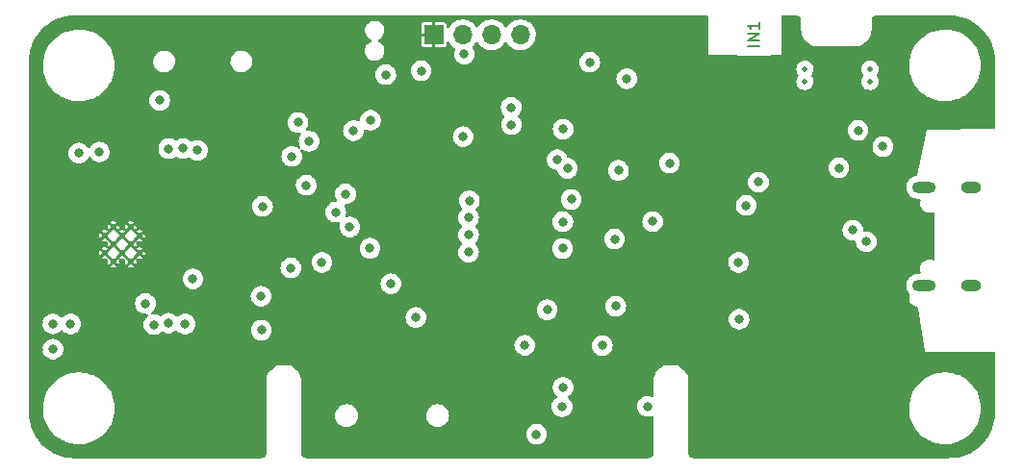
<source format=gbr>
G04 #@! TF.GenerationSoftware,KiCad,Pcbnew,(6.0.11)*
G04 #@! TF.CreationDate,2024-06-06T18:38:18+02:00*
G04 #@! TF.ProjectId,Wireless_Motion,57697265-6c65-4737-935f-4d6f74696f6e,rev?*
G04 #@! TF.SameCoordinates,Original*
G04 #@! TF.FileFunction,Copper,L2,Inr*
G04 #@! TF.FilePolarity,Positive*
%FSLAX45Y45*%
G04 Gerber Fmt 4.5, Leading zero omitted, Abs format (unit mm)*
G04 Created by KiCad (PCBNEW (6.0.11)) date 2024-06-06 18:38:18*
%MOMM*%
%LPD*%
G01*
G04 APERTURE LIST*
%ADD10C,0.200000*%
G04 #@! TA.AperFunction,NonConductor*
%ADD11C,0.200000*%
G04 #@! TD*
G04 #@! TA.AperFunction,ComponentPad*
%ADD12O,1.800000X1.000000*%
G04 #@! TD*
G04 #@! TA.AperFunction,ComponentPad*
%ADD13O,2.100000X1.000000*%
G04 #@! TD*
G04 #@! TA.AperFunction,HeatsinkPad*
%ADD14C,0.500000*%
G04 #@! TD*
G04 #@! TA.AperFunction,ComponentPad*
%ADD15O,1.700000X1.700000*%
G04 #@! TD*
G04 #@! TA.AperFunction,ComponentPad*
%ADD16R,1.700000X1.700000*%
G04 #@! TD*
G04 #@! TA.AperFunction,ViaPad*
%ADD17C,0.800000*%
G04 #@! TD*
G04 APERTURE END LIST*
D10*
D11*
X13013238Y-4661500D02*
X12913238Y-4661500D01*
X13013238Y-4613881D02*
X12913238Y-4613881D01*
X13013238Y-4556738D01*
X12913238Y-4556738D01*
X13013238Y-4456738D02*
X13013238Y-4513881D01*
X13013238Y-4485310D02*
X12913238Y-4485310D01*
X12927524Y-4494833D01*
X12937048Y-4504357D01*
X12941809Y-4513881D01*
D12*
X14880000Y-6771000D03*
D13*
X14462000Y-6771000D03*
D12*
X14880000Y-5907000D03*
D13*
X14462000Y-5907000D03*
D14*
X13415500Y-4975463D03*
X13986043Y-4867750D03*
X13986043Y-4975463D03*
X13415500Y-4867750D03*
X7406500Y-6488250D03*
X7330250Y-6412000D03*
X7254000Y-6488250D03*
X7406500Y-6335750D03*
X7254000Y-6335750D03*
X7559000Y-6335750D03*
X7482750Y-6564500D03*
X7330250Y-6259500D03*
X7482750Y-6259500D03*
X7482750Y-6412000D03*
X7559000Y-6488250D03*
X7330250Y-6564500D03*
D15*
X10911500Y-4565000D03*
X10657500Y-4565000D03*
X10403500Y-4565000D03*
D16*
X10149500Y-4565000D03*
D17*
X10833000Y-5356500D03*
X13713000Y-5736500D03*
X13883000Y-5406500D03*
X14278000Y-5951500D03*
X12643000Y-8046500D03*
X12808000Y-5616500D03*
X11343000Y-4586500D03*
X9163000Y-4546500D03*
X10153000Y-4706500D03*
X10223000Y-6404000D03*
X14288000Y-6659000D03*
X8113000Y-4896500D03*
X10683000Y-6246500D03*
X10683000Y-6401500D03*
X9725500Y-6049000D03*
X14073000Y-6586500D03*
X9860500Y-6319000D03*
X12808000Y-7676500D03*
X14153000Y-7356500D03*
X10310000Y-5881500D03*
X11974963Y-8101718D03*
X13288000Y-6241500D03*
X11805500Y-5311500D03*
X13973000Y-6164000D03*
X9103000Y-7706500D03*
X11263000Y-5206500D03*
X11273000Y-5056500D03*
X6685500Y-5319000D03*
X11515500Y-6149000D03*
X13563000Y-5586500D03*
X11848000Y-4786500D03*
X9933000Y-4546500D03*
X10385500Y-5251500D03*
X10913000Y-6686500D03*
X11346405Y-6746500D03*
X9725500Y-6564000D03*
X11859500Y-6542000D03*
X11610500Y-5616500D03*
X13443000Y-6936500D03*
X13253000Y-5861500D03*
X6673000Y-5586500D03*
X8753000Y-6611500D03*
X13723000Y-7406500D03*
X11208000Y-8186500D03*
X7778000Y-7721500D03*
X14375500Y-7044000D03*
X8308000Y-6896500D03*
X7293000Y-7396500D03*
X11996000Y-6927500D03*
X9320500Y-6356500D03*
X6673000Y-7341500D03*
X8978000Y-6864000D03*
X11790500Y-5209000D03*
X12293000Y-4556500D03*
X12813000Y-5001500D03*
X9550500Y-6719000D03*
X11610500Y-5744000D03*
X9983000Y-5194000D03*
X7458000Y-7516500D03*
X14013000Y-6806500D03*
X12508000Y-7161500D03*
X6673000Y-7096500D03*
X13967500Y-5782000D03*
X10673000Y-6956500D03*
X13618000Y-6554000D03*
X14338000Y-5604000D03*
X13653000Y-6956500D03*
X11638000Y-6849000D03*
X10955500Y-5981500D03*
X10755500Y-7789000D03*
X9173000Y-4886500D03*
X11947000Y-6463500D03*
X14083000Y-6436500D03*
X13423000Y-8016500D03*
X12503000Y-7411500D03*
X8453000Y-7726500D03*
X13943000Y-8016500D03*
X13388000Y-7414000D03*
X12440500Y-5236500D03*
X10225500Y-6249000D03*
X10455500Y-6174000D03*
X8892500Y-6618500D03*
X9443000Y-5409000D03*
X12030500Y-7836500D03*
X11750500Y-6954000D03*
X10463000Y-6026500D03*
X10455500Y-6479000D03*
X11325500Y-5741500D03*
X10418000Y-4734000D03*
X8630500Y-6866500D03*
X9165500Y-6569000D03*
X6799500Y-7110000D03*
X11523000Y-4806500D03*
X8633000Y-7166500D03*
X12223000Y-5694000D03*
X9773000Y-6756500D03*
X11360000Y-6014000D03*
X10455500Y-6326500D03*
X11848000Y-4951500D03*
X6799500Y-7333000D03*
X10038000Y-4881500D03*
X6955500Y-7111500D03*
X11632750Y-7301250D03*
X9728000Y-4916500D03*
X12830500Y-6569000D03*
X7963000Y-7111500D03*
X7815500Y-7104000D03*
X13005500Y-5861500D03*
X11278000Y-7839000D03*
X12898000Y-6066500D03*
X12075500Y-6209000D03*
X10408000Y-5461500D03*
X7688000Y-7116500D03*
X9589200Y-6444500D03*
X9411000Y-6257500D03*
X9287173Y-6125673D03*
X9993000Y-7054000D03*
X10830500Y-5204000D03*
X11775000Y-5759000D03*
X11147500Y-6986500D03*
X11287500Y-7669000D03*
X9028000Y-5889000D03*
X8900500Y-5636500D03*
X10950500Y-7299000D03*
X9373000Y-5966500D03*
X8030500Y-6714000D03*
X8069500Y-5581500D03*
X7613000Y-6931500D03*
X11053000Y-8081500D03*
X7028000Y-5606500D03*
X8955500Y-5336500D03*
X7208000Y-5596500D03*
X9053000Y-5501500D03*
X8643000Y-6076500D03*
X7818000Y-5566800D03*
X7738000Y-5141500D03*
X9593000Y-5316500D03*
X12835500Y-7069000D03*
X14100500Y-5549000D03*
X11282655Y-6446500D03*
X11285000Y-6211500D03*
X11288000Y-5396500D03*
X11235500Y-5664000D03*
X7943000Y-5566500D03*
X13836250Y-6285250D03*
X13955000Y-6386500D03*
X11741000Y-6364500D03*
G04 #@! TA.AperFunction,Conductor*
G36*
X12557212Y-4396850D02*
G01*
X12561861Y-4402216D01*
X12563000Y-4407450D01*
X12563000Y-4739000D01*
X12810647Y-4739000D01*
X12817460Y-4741000D01*
X12820426Y-4744423D01*
X12821650Y-4745484D01*
X12821650Y-4746160D01*
X13114350Y-4746160D01*
X13114350Y-4745380D01*
X13116110Y-4743349D01*
X13122083Y-4739510D01*
X13125633Y-4739000D01*
X13205500Y-4739000D01*
X13205500Y-4407450D01*
X13207500Y-4400638D01*
X13212866Y-4395989D01*
X13218100Y-4394850D01*
X13338063Y-4394850D01*
X13340002Y-4395000D01*
X13341485Y-4395231D01*
X13341485Y-4395231D01*
X13342372Y-4395369D01*
X13343262Y-4395253D01*
X13344160Y-4395264D01*
X13344160Y-4395284D01*
X13346304Y-4395285D01*
X13351488Y-4395968D01*
X13354665Y-4396819D01*
X13361042Y-4399460D01*
X13363891Y-4401105D01*
X13366875Y-4403394D01*
X13369367Y-4405307D01*
X13371693Y-4407633D01*
X13375895Y-4413109D01*
X13377540Y-4415958D01*
X13380181Y-4422335D01*
X13381032Y-4425512D01*
X13381666Y-4430328D01*
X13381773Y-4432126D01*
X13381769Y-4432485D01*
X13381631Y-4433372D01*
X13381747Y-4434263D01*
X13381747Y-4434263D01*
X13382044Y-4436528D01*
X13382150Y-4438162D01*
X13382150Y-4511563D01*
X13382000Y-4513502D01*
X13381769Y-4514985D01*
X13381769Y-4514986D01*
X13381631Y-4515872D01*
X13381779Y-4517006D01*
X13381853Y-4517741D01*
X13383304Y-4538023D01*
X13383653Y-4539625D01*
X13387570Y-4557632D01*
X13387891Y-4559108D01*
X13388048Y-4559529D01*
X13388048Y-4559530D01*
X13390214Y-4565337D01*
X13395431Y-4579325D01*
X13405773Y-4598264D01*
X13418704Y-4615538D01*
X13433962Y-4630796D01*
X13451236Y-4643727D01*
X13470175Y-4654069D01*
X13479880Y-4657689D01*
X13489970Y-4661452D01*
X13489971Y-4661452D01*
X13490392Y-4661609D01*
X13490831Y-4661705D01*
X13490832Y-4661705D01*
X13505062Y-4664800D01*
X13511477Y-4666196D01*
X13528953Y-4667446D01*
X13530145Y-4667588D01*
X13531265Y-4667777D01*
X13531265Y-4667777D01*
X13531745Y-4667858D01*
X13532372Y-4667865D01*
X13532514Y-4667867D01*
X13532514Y-4667867D01*
X13533000Y-4667873D01*
X13535762Y-4667477D01*
X13537549Y-4667350D01*
X13845175Y-4667350D01*
X13847265Y-4667525D01*
X13848766Y-4667777D01*
X13848766Y-4667777D01*
X13849245Y-4667858D01*
X13849869Y-4667865D01*
X13850014Y-4667867D01*
X13850014Y-4667867D01*
X13850500Y-4667873D01*
X13851979Y-4667661D01*
X13852864Y-4667566D01*
X13871574Y-4666228D01*
X13872023Y-4666196D01*
X13878438Y-4664800D01*
X13892668Y-4661705D01*
X13892669Y-4661705D01*
X13893108Y-4661609D01*
X13893529Y-4661452D01*
X13893530Y-4661452D01*
X13903620Y-4657689D01*
X13913325Y-4654069D01*
X13932264Y-4643727D01*
X13949538Y-4630796D01*
X13964796Y-4615538D01*
X13977727Y-4598264D01*
X13988068Y-4579325D01*
X13993286Y-4565337D01*
X13995452Y-4559530D01*
X13995452Y-4559529D01*
X13995609Y-4559108D01*
X13995930Y-4557632D01*
X13999847Y-4539625D01*
X14000196Y-4538023D01*
X14001446Y-4520547D01*
X14001588Y-4519355D01*
X14001777Y-4518235D01*
X14001777Y-4518235D01*
X14001858Y-4517755D01*
X14001865Y-4517128D01*
X14001867Y-4516986D01*
X14001867Y-4516986D01*
X14001873Y-4516500D01*
X14001477Y-4513738D01*
X14001350Y-4511951D01*
X14001350Y-4439325D01*
X14001525Y-4437235D01*
X14001777Y-4435734D01*
X14001777Y-4435734D01*
X14001858Y-4435255D01*
X14001873Y-4434000D01*
X14001804Y-4433518D01*
X14001772Y-4433033D01*
X14001841Y-4433028D01*
X14001826Y-4430381D01*
X14002467Y-4425512D01*
X14003319Y-4422335D01*
X14005960Y-4415958D01*
X14007605Y-4413109D01*
X14011807Y-4407633D01*
X14014133Y-4405307D01*
X14016625Y-4403394D01*
X14019609Y-4401105D01*
X14022457Y-4399460D01*
X14028835Y-4396819D01*
X14032012Y-4395968D01*
X14036828Y-4395334D01*
X14038626Y-4395227D01*
X14038985Y-4395231D01*
X14039872Y-4395369D01*
X14040763Y-4395253D01*
X14040763Y-4395253D01*
X14042003Y-4395091D01*
X14043029Y-4394956D01*
X14044662Y-4394850D01*
X14682563Y-4394850D01*
X14684502Y-4395000D01*
X14685985Y-4395231D01*
X14685985Y-4395231D01*
X14686872Y-4395369D01*
X14688681Y-4395133D01*
X14688866Y-4395109D01*
X14691081Y-4395016D01*
X14723747Y-4396526D01*
X14724906Y-4396633D01*
X14760267Y-4401566D01*
X14761411Y-4401780D01*
X14796166Y-4409954D01*
X14797284Y-4410272D01*
X14814211Y-4415946D01*
X14831137Y-4421619D01*
X14832222Y-4422039D01*
X14864884Y-4436461D01*
X14865924Y-4436979D01*
X14897118Y-4454353D01*
X14898105Y-4454965D01*
X14900731Y-4456763D01*
X14927561Y-4475142D01*
X14928490Y-4475844D01*
X14955958Y-4498653D01*
X14956818Y-4499437D01*
X14982063Y-4524682D01*
X14982847Y-4525542D01*
X15005656Y-4553010D01*
X15006358Y-4553939D01*
X15026535Y-4583395D01*
X15027147Y-4584382D01*
X15044521Y-4615576D01*
X15045039Y-4616616D01*
X15059461Y-4649278D01*
X15059881Y-4650363D01*
X15063683Y-4661705D01*
X15071139Y-4683951D01*
X15071228Y-4684215D01*
X15071546Y-4685334D01*
X15076083Y-4704624D01*
X15079720Y-4720089D01*
X15079934Y-4721233D01*
X15084867Y-4756594D01*
X15084974Y-4757753D01*
X15086450Y-4789679D01*
X15086314Y-4792199D01*
X15086269Y-4792485D01*
X15086269Y-4792486D01*
X15086131Y-4793372D01*
X15086247Y-4794263D01*
X15086247Y-4794263D01*
X15086544Y-4796528D01*
X15086650Y-4798162D01*
X15086650Y-5384371D01*
X15084650Y-5391183D01*
X15079284Y-5395833D01*
X15074112Y-5396971D01*
X14489606Y-5399834D01*
X14489605Y-5399834D01*
X14487794Y-5399843D01*
X14415860Y-5721844D01*
X14398904Y-5797748D01*
X14395466Y-5803960D01*
X14389216Y-5807328D01*
X14388051Y-5807508D01*
X14387930Y-5807532D01*
X14387317Y-5807592D01*
X14368383Y-5813308D01*
X14350920Y-5822593D01*
X14344155Y-5828111D01*
X14336071Y-5834704D01*
X14336071Y-5834704D01*
X14335594Y-5835093D01*
X14335201Y-5835568D01*
X14335201Y-5835568D01*
X14323380Y-5849857D01*
X14323380Y-5849858D01*
X14322987Y-5850332D01*
X14313580Y-5867730D01*
X14307732Y-5886623D01*
X14307667Y-5887236D01*
X14307667Y-5887236D01*
X14306467Y-5898656D01*
X14305664Y-5906292D01*
X14307457Y-5925989D01*
X14307631Y-5926579D01*
X14307631Y-5926580D01*
X14309997Y-5934620D01*
X14313041Y-5944962D01*
X14313326Y-5945508D01*
X14313326Y-5945508D01*
X14316832Y-5952213D01*
X14322204Y-5962489D01*
X14334597Y-5977902D01*
X14349747Y-5990615D01*
X14350287Y-5990912D01*
X14350288Y-5990912D01*
X14362773Y-5997776D01*
X14367079Y-6000143D01*
X14367665Y-6000329D01*
X14367666Y-6000329D01*
X14378151Y-6003656D01*
X14385931Y-6006123D01*
X14401323Y-6007850D01*
X14420478Y-6007850D01*
X14427290Y-6009850D01*
X14431939Y-6015216D01*
X14432949Y-6022243D01*
X14432177Y-6025129D01*
X14431247Y-6027453D01*
X14431136Y-6028126D01*
X14431135Y-6028127D01*
X14428886Y-6041712D01*
X14428289Y-6045320D01*
X14428325Y-6046001D01*
X14428325Y-6046002D01*
X14428404Y-6047507D01*
X14429237Y-6063405D01*
X14429418Y-6064062D01*
X14429418Y-6064062D01*
X14430875Y-6069350D01*
X14434046Y-6080864D01*
X14442492Y-6096884D01*
X14442933Y-6097405D01*
X14442933Y-6097405D01*
X14453741Y-6110194D01*
X14453741Y-6110195D01*
X14454181Y-6110716D01*
X14454724Y-6111130D01*
X14454724Y-6111130D01*
X14468026Y-6121301D01*
X14468026Y-6121301D01*
X14468568Y-6121715D01*
X14475375Y-6124889D01*
X14484363Y-6129080D01*
X14484363Y-6129081D01*
X14484981Y-6129368D01*
X14485646Y-6129517D01*
X14485646Y-6129517D01*
X14494742Y-6131550D01*
X14502654Y-6133319D01*
X14503209Y-6133350D01*
X14516524Y-6133350D01*
X14530004Y-6131886D01*
X14530650Y-6131668D01*
X14530650Y-6131668D01*
X14537145Y-6129482D01*
X14540881Y-6128225D01*
X14547975Y-6127948D01*
X14554093Y-6131550D01*
X14557292Y-6137888D01*
X14557500Y-6140167D01*
X14557500Y-6537471D01*
X14555500Y-6544283D01*
X14550134Y-6548933D01*
X14543107Y-6549943D01*
X14540295Y-6549105D01*
X14540284Y-6549140D01*
X14539637Y-6548919D01*
X14539019Y-6548631D01*
X14538354Y-6548483D01*
X14538354Y-6548483D01*
X14521849Y-6544794D01*
X14521849Y-6544794D01*
X14521346Y-6544681D01*
X14520791Y-6544650D01*
X14507476Y-6544650D01*
X14493996Y-6546114D01*
X14482620Y-6549943D01*
X14477480Y-6551673D01*
X14477479Y-6551673D01*
X14476832Y-6551891D01*
X14461309Y-6561218D01*
X14460814Y-6561686D01*
X14460813Y-6561687D01*
X14448647Y-6573192D01*
X14448151Y-6573661D01*
X14447768Y-6574224D01*
X14447768Y-6574225D01*
X14438411Y-6587993D01*
X14437972Y-6588639D01*
X14431247Y-6605453D01*
X14431136Y-6606126D01*
X14431135Y-6606127D01*
X14429196Y-6617843D01*
X14428289Y-6623320D01*
X14428325Y-6624001D01*
X14428325Y-6624002D01*
X14428881Y-6634620D01*
X14429237Y-6641405D01*
X14429418Y-6642062D01*
X14429418Y-6642062D01*
X14432762Y-6654204D01*
X14432643Y-6661303D01*
X14428705Y-6667210D01*
X14422198Y-6670050D01*
X14420615Y-6670150D01*
X14402023Y-6670150D01*
X14401717Y-6670180D01*
X14401717Y-6670180D01*
X14395866Y-6670754D01*
X14387317Y-6671592D01*
X14386727Y-6671770D01*
X14386726Y-6671770D01*
X14379395Y-6673984D01*
X14368383Y-6677308D01*
X14350920Y-6686593D01*
X14342294Y-6693629D01*
X14336071Y-6698704D01*
X14336071Y-6698704D01*
X14335594Y-6699093D01*
X14335201Y-6699568D01*
X14335201Y-6699568D01*
X14323380Y-6713857D01*
X14323380Y-6713858D01*
X14322987Y-6714332D01*
X14313580Y-6731730D01*
X14307732Y-6750623D01*
X14307667Y-6751236D01*
X14307667Y-6751236D01*
X14305998Y-6767123D01*
X14305664Y-6770292D01*
X14305720Y-6770906D01*
X14306675Y-6781395D01*
X14307457Y-6789989D01*
X14307631Y-6790579D01*
X14307631Y-6790580D01*
X14310583Y-6800611D01*
X14313041Y-6808962D01*
X14313326Y-6809508D01*
X14313326Y-6809508D01*
X14315050Y-6812806D01*
X14322204Y-6826489D01*
X14328773Y-6834659D01*
X14329720Y-6835836D01*
X14332429Y-6842399D01*
X14332500Y-6843732D01*
X14332500Y-6925940D01*
X14333910Y-6926699D01*
X14333911Y-6926699D01*
X14406989Y-6966034D01*
X14412039Y-6971023D01*
X14413466Y-6975184D01*
X14472397Y-7352453D01*
X14472676Y-7354243D01*
X14473638Y-7354243D01*
X14473638Y-7354243D01*
X14754256Y-7354144D01*
X15074046Y-7354031D01*
X15080858Y-7356029D01*
X15085509Y-7361393D01*
X15086650Y-7366631D01*
X15086650Y-7889063D01*
X15086500Y-7891002D01*
X15086429Y-7891457D01*
X15086131Y-7893372D01*
X15086247Y-7894262D01*
X15086391Y-7895366D01*
X15086484Y-7897581D01*
X15084974Y-7930247D01*
X15084867Y-7931406D01*
X15079934Y-7966767D01*
X15079720Y-7967911D01*
X15073438Y-7994621D01*
X15071546Y-8002666D01*
X15071228Y-8003784D01*
X15066326Y-8018408D01*
X15059881Y-8037637D01*
X15059461Y-8038722D01*
X15045039Y-8071384D01*
X15044521Y-8072424D01*
X15027147Y-8103618D01*
X15026535Y-8104605D01*
X15006358Y-8134061D01*
X15005656Y-8134990D01*
X14982847Y-8162458D01*
X14982063Y-8163318D01*
X14956818Y-8188563D01*
X14955958Y-8189347D01*
X14928490Y-8212156D01*
X14927561Y-8212858D01*
X14898105Y-8233035D01*
X14897118Y-8233647D01*
X14865924Y-8251021D01*
X14864884Y-8251539D01*
X14832222Y-8265961D01*
X14831137Y-8266381D01*
X14814249Y-8272042D01*
X14797284Y-8277728D01*
X14796166Y-8278046D01*
X14762915Y-8285866D01*
X14761411Y-8286220D01*
X14760267Y-8286434D01*
X14749731Y-8287904D01*
X14726238Y-8291181D01*
X14724906Y-8291367D01*
X14723747Y-8291474D01*
X14691821Y-8292950D01*
X14689301Y-8292814D01*
X14689015Y-8292769D01*
X14689014Y-8292769D01*
X14688128Y-8292631D01*
X14687237Y-8292747D01*
X14687237Y-8292747D01*
X14686135Y-8292891D01*
X14684971Y-8293044D01*
X14683338Y-8293150D01*
X12434005Y-8293150D01*
X12432066Y-8293000D01*
X12430584Y-8292769D01*
X12430584Y-8292769D01*
X12429697Y-8292631D01*
X12428807Y-8292747D01*
X12427909Y-8292736D01*
X12427909Y-8292716D01*
X12425765Y-8292715D01*
X12425396Y-8292666D01*
X12424949Y-8292607D01*
X12420581Y-8292032D01*
X12417404Y-8291181D01*
X12411027Y-8288539D01*
X12408179Y-8286895D01*
X12406658Y-8285728D01*
X12402702Y-8282693D01*
X12400377Y-8280367D01*
X12396175Y-8274891D01*
X12394530Y-8272042D01*
X12391889Y-8265665D01*
X12391037Y-8262488D01*
X12390447Y-8258007D01*
X12390394Y-8255444D01*
X12390426Y-8255255D01*
X12390441Y-8254000D01*
X12390046Y-8251238D01*
X12389918Y-8249451D01*
X12389918Y-7851791D01*
X14331160Y-7851791D01*
X14332885Y-7887067D01*
X14332941Y-7887414D01*
X14332941Y-7887414D01*
X14337913Y-7918112D01*
X14338532Y-7921931D01*
X14338627Y-7922270D01*
X14338627Y-7922270D01*
X14346508Y-7950499D01*
X14348030Y-7955948D01*
X14361260Y-7988694D01*
X14361427Y-7989003D01*
X14361427Y-7989003D01*
X14364464Y-7994621D01*
X14378058Y-8019762D01*
X14398215Y-8048763D01*
X14398446Y-8049027D01*
X14398446Y-8049028D01*
X14410247Y-8062507D01*
X14421478Y-8075337D01*
X14447559Y-8099152D01*
X14476132Y-8119911D01*
X14476438Y-8120085D01*
X14476439Y-8120086D01*
X14480298Y-8122278D01*
X14506841Y-8137356D01*
X14510964Y-8139123D01*
X14538979Y-8151131D01*
X14538980Y-8151131D01*
X14539303Y-8151270D01*
X14544531Y-8152848D01*
X14572776Y-8161376D01*
X14572776Y-8161376D01*
X14573113Y-8161478D01*
X14593035Y-8165134D01*
X14607504Y-8167789D01*
X14607504Y-8167790D01*
X14607851Y-8167853D01*
X14626899Y-8169185D01*
X14636187Y-8169835D01*
X14636188Y-8169835D01*
X14636406Y-8169850D01*
X14656402Y-8169850D01*
X14656575Y-8169840D01*
X14656576Y-8169840D01*
X14675328Y-8168792D01*
X14682763Y-8168376D01*
X14690152Y-8167126D01*
X14717240Y-8162545D01*
X14717240Y-8162545D01*
X14717586Y-8162486D01*
X14751536Y-8152751D01*
X14762921Y-8148059D01*
X14783865Y-8139426D01*
X14783865Y-8139426D01*
X14784189Y-8139293D01*
X14803322Y-8128774D01*
X14814831Y-8122447D01*
X14814831Y-8122447D01*
X14815139Y-8122278D01*
X14843999Y-8101920D01*
X14852607Y-8094277D01*
X14870147Y-8078704D01*
X14870147Y-8078704D01*
X14870409Y-8078471D01*
X14880452Y-8067317D01*
X14893806Y-8052487D01*
X14893806Y-8052487D01*
X14894042Y-8052225D01*
X14911115Y-8028377D01*
X14914396Y-8023794D01*
X14914396Y-8023794D01*
X14914601Y-8023508D01*
X14931831Y-7992678D01*
X14945518Y-7960119D01*
X14945617Y-7959783D01*
X14945617Y-7959782D01*
X14953764Y-7932101D01*
X14955489Y-7926238D01*
X14961622Y-7891457D01*
X14961651Y-7891002D01*
X14963818Y-7856560D01*
X14963818Y-7856560D01*
X14963840Y-7856208D01*
X14962998Y-7839000D01*
X14962132Y-7821283D01*
X14962132Y-7821283D01*
X14962115Y-7820933D01*
X14961944Y-7819876D01*
X14956524Y-7786416D01*
X14956524Y-7786416D01*
X14956468Y-7786069D01*
X14956118Y-7784815D01*
X14947065Y-7752391D01*
X14946970Y-7752052D01*
X14933740Y-7719306D01*
X14931762Y-7715647D01*
X14917149Y-7688621D01*
X14916942Y-7688238D01*
X14896785Y-7659237D01*
X14893526Y-7655513D01*
X14873754Y-7632928D01*
X14873522Y-7632663D01*
X14847441Y-7608848D01*
X14818868Y-7588089D01*
X14815059Y-7585925D01*
X14797912Y-7576184D01*
X14788159Y-7570644D01*
X14771921Y-7563684D01*
X14756020Y-7556869D01*
X14756020Y-7556869D01*
X14755697Y-7556730D01*
X14734449Y-7550315D01*
X14722224Y-7546624D01*
X14722224Y-7546624D01*
X14721887Y-7546522D01*
X14701965Y-7542866D01*
X14687496Y-7540210D01*
X14687496Y-7540210D01*
X14687149Y-7540147D01*
X14668101Y-7538815D01*
X14658813Y-7538165D01*
X14658812Y-7538165D01*
X14658594Y-7538150D01*
X14638598Y-7538150D01*
X14638425Y-7538160D01*
X14638424Y-7538160D01*
X14619672Y-7539208D01*
X14612237Y-7539624D01*
X14608768Y-7540210D01*
X14577760Y-7545455D01*
X14577760Y-7545455D01*
X14577414Y-7545514D01*
X14543464Y-7555249D01*
X14532078Y-7559941D01*
X14511135Y-7568574D01*
X14511134Y-7568574D01*
X14510811Y-7568707D01*
X14497211Y-7576184D01*
X14480169Y-7585553D01*
X14480169Y-7585553D01*
X14479861Y-7585722D01*
X14451001Y-7606080D01*
X14445270Y-7611169D01*
X14424853Y-7629296D01*
X14424853Y-7629296D01*
X14424591Y-7629529D01*
X14400958Y-7655775D01*
X14398273Y-7659525D01*
X14380604Y-7684206D01*
X14380604Y-7684206D01*
X14380399Y-7684492D01*
X14363169Y-7715322D01*
X14349482Y-7747881D01*
X14349383Y-7748217D01*
X14349383Y-7748218D01*
X14343495Y-7768225D01*
X14339511Y-7781762D01*
X14333378Y-7816543D01*
X14333355Y-7816894D01*
X14333355Y-7816894D01*
X14331362Y-7848578D01*
X14331160Y-7851791D01*
X12389918Y-7851791D01*
X12389918Y-7619325D01*
X12390093Y-7617234D01*
X12390345Y-7615734D01*
X12390345Y-7615734D01*
X12390426Y-7615255D01*
X12390441Y-7614000D01*
X12390308Y-7613066D01*
X12390219Y-7612270D01*
X12388815Y-7594424D01*
X12388616Y-7591898D01*
X12383440Y-7570340D01*
X12374956Y-7549857D01*
X12372258Y-7545455D01*
X12363630Y-7531376D01*
X12363372Y-7530954D01*
X12348973Y-7514095D01*
X12332114Y-7499697D01*
X12321212Y-7493016D01*
X12313633Y-7488372D01*
X12313633Y-7488372D01*
X12313211Y-7488113D01*
X12292728Y-7479629D01*
X12292246Y-7479513D01*
X12292246Y-7479513D01*
X12286862Y-7478221D01*
X12271170Y-7474454D01*
X12252785Y-7473007D01*
X12251683Y-7472871D01*
X12250804Y-7472723D01*
X12250803Y-7472723D01*
X12250323Y-7472642D01*
X12249673Y-7472634D01*
X12249553Y-7472633D01*
X12249553Y-7472633D01*
X12249068Y-7472627D01*
X12248587Y-7472696D01*
X12248586Y-7472696D01*
X12246305Y-7473023D01*
X12244519Y-7473150D01*
X12228893Y-7473150D01*
X12226802Y-7472975D01*
X12225303Y-7472723D01*
X12225302Y-7472723D01*
X12224823Y-7472642D01*
X12224188Y-7472635D01*
X12224054Y-7472633D01*
X12224053Y-7472633D01*
X12223568Y-7472627D01*
X12222632Y-7472761D01*
X12221836Y-7472849D01*
X12201466Y-7474453D01*
X12200984Y-7474568D01*
X12200984Y-7474568D01*
X12180389Y-7479513D01*
X12180389Y-7479513D01*
X12179908Y-7479629D01*
X12159426Y-7488113D01*
X12140522Y-7499697D01*
X12140146Y-7500018D01*
X12140146Y-7500018D01*
X12124165Y-7513668D01*
X12123664Y-7514096D01*
X12109266Y-7530954D01*
X12097682Y-7549858D01*
X12097493Y-7550315D01*
X12097493Y-7550315D01*
X12089387Y-7569883D01*
X12089387Y-7569883D01*
X12089198Y-7570340D01*
X12089082Y-7570822D01*
X12084412Y-7590276D01*
X12084022Y-7591898D01*
X12083080Y-7603867D01*
X12082506Y-7611169D01*
X12082395Y-7612119D01*
X12082337Y-7612485D01*
X12082337Y-7612485D01*
X12082199Y-7613372D01*
X12082316Y-7614263D01*
X12082316Y-7614263D01*
X12082612Y-7616528D01*
X12082718Y-7618162D01*
X12082718Y-7740899D01*
X12080718Y-7747711D01*
X12075353Y-7752361D01*
X12068325Y-7753371D01*
X12064994Y-7752410D01*
X12058729Y-7749621D01*
X12047611Y-7747257D01*
X12040694Y-7745787D01*
X12040694Y-7745787D01*
X12040049Y-7745650D01*
X12020951Y-7745650D01*
X12020306Y-7745787D01*
X12020306Y-7745787D01*
X12013389Y-7747257D01*
X12002271Y-7749621D01*
X12001668Y-7749889D01*
X12001668Y-7749889D01*
X11985428Y-7757120D01*
X11985428Y-7757120D01*
X11984825Y-7757388D01*
X11984291Y-7757776D01*
X11984291Y-7757776D01*
X11980208Y-7760742D01*
X11969375Y-7768613D01*
X11968933Y-7769104D01*
X11968932Y-7769104D01*
X11957225Y-7782107D01*
X11956596Y-7782806D01*
X11947047Y-7799344D01*
X11941146Y-7817507D01*
X11941077Y-7818163D01*
X11941077Y-7818163D01*
X11940786Y-7820933D01*
X11939150Y-7836500D01*
X11941146Y-7855493D01*
X11947047Y-7873656D01*
X11956596Y-7890194D01*
X11957038Y-7890685D01*
X11957038Y-7890685D01*
X11961845Y-7896024D01*
X11969375Y-7904387D01*
X11984825Y-7915612D01*
X11985428Y-7915880D01*
X11985428Y-7915880D01*
X11994024Y-7919707D01*
X12002271Y-7923379D01*
X12011611Y-7925365D01*
X12020306Y-7927213D01*
X12020306Y-7927213D01*
X12020951Y-7927350D01*
X12040049Y-7927350D01*
X12040694Y-7927213D01*
X12040694Y-7927213D01*
X12049389Y-7925365D01*
X12058729Y-7923379D01*
X12064994Y-7920590D01*
X12072030Y-7919647D01*
X12078460Y-7922657D01*
X12082241Y-7928666D01*
X12082718Y-7932101D01*
X12082718Y-8249063D01*
X12082568Y-8251002D01*
X12082566Y-8251021D01*
X12082199Y-8253372D01*
X12082316Y-8254262D01*
X12082305Y-8255160D01*
X12082284Y-8255160D01*
X12082283Y-8257304D01*
X12081601Y-8262487D01*
X12080750Y-8265665D01*
X12078108Y-8272042D01*
X12076463Y-8274890D01*
X12072261Y-8280366D01*
X12069936Y-8282692D01*
X12064460Y-8286894D01*
X12061611Y-8288539D01*
X12055234Y-8291180D01*
X12052057Y-8292031D01*
X12047231Y-8292666D01*
X12045433Y-8292773D01*
X12045084Y-8292769D01*
X12044197Y-8292631D01*
X12041307Y-8293009D01*
X12041040Y-8293044D01*
X12039406Y-8293150D01*
X9027937Y-8293150D01*
X9025998Y-8293000D01*
X9024515Y-8292769D01*
X9024515Y-8292769D01*
X9023628Y-8292631D01*
X9022738Y-8292747D01*
X9021840Y-8292736D01*
X9021840Y-8292716D01*
X9019696Y-8292715D01*
X9014512Y-8292032D01*
X9011335Y-8291181D01*
X9004958Y-8288540D01*
X9002109Y-8286895D01*
X8996633Y-8282693D01*
X8994307Y-8280367D01*
X8990105Y-8274891D01*
X8988460Y-8272042D01*
X8985819Y-8265665D01*
X8984968Y-8262488D01*
X8984378Y-8258014D01*
X8984325Y-8255448D01*
X8984358Y-8255255D01*
X8984373Y-8254000D01*
X8983977Y-8251238D01*
X8983850Y-8249451D01*
X8983850Y-8081500D01*
X10961650Y-8081500D01*
X10961719Y-8082156D01*
X10963505Y-8099152D01*
X10963646Y-8100493D01*
X10969547Y-8118656D01*
X10969878Y-8119228D01*
X10969878Y-8119228D01*
X10971737Y-8122447D01*
X10979096Y-8135194D01*
X10991875Y-8149387D01*
X11007325Y-8160612D01*
X11007928Y-8160880D01*
X11007928Y-8160880D01*
X11024168Y-8168111D01*
X11024771Y-8168379D01*
X11034111Y-8170365D01*
X11042806Y-8172213D01*
X11042806Y-8172213D01*
X11043451Y-8172350D01*
X11062549Y-8172350D01*
X11063194Y-8172213D01*
X11063194Y-8172213D01*
X11071889Y-8170365D01*
X11081229Y-8168379D01*
X11081832Y-8168111D01*
X11098072Y-8160880D01*
X11098072Y-8160880D01*
X11098675Y-8160612D01*
X11114125Y-8149387D01*
X11126904Y-8135194D01*
X11134264Y-8122447D01*
X11136122Y-8119228D01*
X11136122Y-8119228D01*
X11136453Y-8118656D01*
X11142354Y-8100493D01*
X11142495Y-8099152D01*
X11144281Y-8082156D01*
X11144350Y-8081500D01*
X11143397Y-8072426D01*
X11142423Y-8063163D01*
X11142423Y-8063163D01*
X11142354Y-8062507D01*
X11136453Y-8044344D01*
X11126904Y-8027806D01*
X11122757Y-8023200D01*
X11114568Y-8014104D01*
X11114567Y-8014104D01*
X11114125Y-8013613D01*
X11099541Y-8003017D01*
X11099209Y-8002776D01*
X11099209Y-8002776D01*
X11098675Y-8002388D01*
X11098072Y-8002120D01*
X11098072Y-8002120D01*
X11081832Y-7994889D01*
X11081832Y-7994889D01*
X11081229Y-7994621D01*
X11071889Y-7992635D01*
X11063194Y-7990787D01*
X11063194Y-7990787D01*
X11062549Y-7990650D01*
X11043451Y-7990650D01*
X11042806Y-7990787D01*
X11042806Y-7990787D01*
X11034111Y-7992635D01*
X11024771Y-7994621D01*
X11024168Y-7994889D01*
X11024168Y-7994889D01*
X11007928Y-8002120D01*
X11007928Y-8002120D01*
X11007325Y-8002388D01*
X11006791Y-8002776D01*
X11006791Y-8002776D01*
X11006459Y-8003017D01*
X10991875Y-8013613D01*
X10991433Y-8014104D01*
X10991433Y-8014104D01*
X10983243Y-8023200D01*
X10979096Y-8027806D01*
X10969547Y-8044344D01*
X10963646Y-8062507D01*
X10963577Y-8063163D01*
X10963577Y-8063163D01*
X10962603Y-8072426D01*
X10961650Y-8081500D01*
X8983850Y-8081500D01*
X8983850Y-7918292D01*
X9281165Y-7918292D01*
X9281640Y-7923517D01*
X9282721Y-7935395D01*
X9282957Y-7937989D01*
X9288541Y-7956962D01*
X9288826Y-7957508D01*
X9288827Y-7957508D01*
X9290361Y-7960443D01*
X9297704Y-7974489D01*
X9310097Y-7989902D01*
X9310569Y-7990299D01*
X9310988Y-7990650D01*
X9325247Y-8002615D01*
X9325787Y-8002912D01*
X9325788Y-8002912D01*
X9340118Y-8010790D01*
X9342579Y-8012143D01*
X9343165Y-8012329D01*
X9343166Y-8012329D01*
X9358067Y-8017056D01*
X9361431Y-8018123D01*
X9376823Y-8019850D01*
X9387477Y-8019850D01*
X9387783Y-8019820D01*
X9387783Y-8019820D01*
X9393634Y-8019246D01*
X9402183Y-8018408D01*
X9402773Y-8018230D01*
X9402774Y-8018230D01*
X9410105Y-8016016D01*
X9421117Y-8012692D01*
X9438580Y-8003407D01*
X9451358Y-7992985D01*
X9453429Y-7991296D01*
X9453429Y-7991296D01*
X9453906Y-7990906D01*
X9456006Y-7988368D01*
X9466120Y-7976142D01*
X9466120Y-7976142D01*
X9466513Y-7975667D01*
X9475920Y-7958270D01*
X9481768Y-7939377D01*
X9483187Y-7925879D01*
X9483771Y-7920320D01*
X9483771Y-7920320D01*
X9483836Y-7919707D01*
X9483707Y-7918292D01*
X10081165Y-7918292D01*
X10081640Y-7923517D01*
X10082721Y-7935395D01*
X10082957Y-7937989D01*
X10088541Y-7956962D01*
X10088826Y-7957508D01*
X10088827Y-7957508D01*
X10090361Y-7960443D01*
X10097704Y-7974489D01*
X10110097Y-7989902D01*
X10110569Y-7990299D01*
X10110988Y-7990650D01*
X10125247Y-8002615D01*
X10125787Y-8002912D01*
X10125788Y-8002912D01*
X10140118Y-8010790D01*
X10142579Y-8012143D01*
X10143165Y-8012329D01*
X10143166Y-8012329D01*
X10158067Y-8017056D01*
X10161431Y-8018123D01*
X10176823Y-8019850D01*
X10187477Y-8019850D01*
X10187783Y-8019820D01*
X10187783Y-8019820D01*
X10193634Y-8019246D01*
X10202183Y-8018408D01*
X10202773Y-8018230D01*
X10202774Y-8018230D01*
X10210105Y-8016016D01*
X10221117Y-8012692D01*
X10238580Y-8003407D01*
X10251358Y-7992985D01*
X10253429Y-7991296D01*
X10253429Y-7991296D01*
X10253906Y-7990906D01*
X10256006Y-7988368D01*
X10266120Y-7976142D01*
X10266120Y-7976142D01*
X10266513Y-7975667D01*
X10275920Y-7958270D01*
X10281768Y-7939377D01*
X10283187Y-7925879D01*
X10283771Y-7920320D01*
X10283771Y-7920320D01*
X10283836Y-7919707D01*
X10283030Y-7910858D01*
X10282099Y-7900625D01*
X10282099Y-7900625D01*
X10282043Y-7900011D01*
X10281001Y-7896469D01*
X10276633Y-7881629D01*
X10276459Y-7881038D01*
X10275492Y-7879188D01*
X10267581Y-7864057D01*
X10267296Y-7863511D01*
X10254903Y-7848097D01*
X10254273Y-7847568D01*
X10244844Y-7839656D01*
X10244061Y-7839000D01*
X11186650Y-7839000D01*
X11186719Y-7839656D01*
X11188458Y-7856208D01*
X11188646Y-7857993D01*
X11194547Y-7876156D01*
X11204096Y-7892694D01*
X11204538Y-7893185D01*
X11204538Y-7893185D01*
X11207094Y-7896024D01*
X11216875Y-7906887D01*
X11222341Y-7910858D01*
X11228884Y-7915612D01*
X11232325Y-7918112D01*
X11232928Y-7918380D01*
X11232928Y-7918380D01*
X11244464Y-7923517D01*
X11249771Y-7925879D01*
X11259111Y-7927865D01*
X11267806Y-7929713D01*
X11267806Y-7929713D01*
X11268451Y-7929850D01*
X11287549Y-7929850D01*
X11288194Y-7929713D01*
X11288194Y-7929713D01*
X11296889Y-7927865D01*
X11306229Y-7925879D01*
X11311536Y-7923517D01*
X11323072Y-7918380D01*
X11323072Y-7918380D01*
X11323675Y-7918112D01*
X11327116Y-7915612D01*
X11333659Y-7910858D01*
X11339125Y-7906887D01*
X11348906Y-7896024D01*
X11351462Y-7893185D01*
X11351462Y-7893185D01*
X11351904Y-7892694D01*
X11361453Y-7876156D01*
X11367354Y-7857993D01*
X11367542Y-7856208D01*
X11369281Y-7839656D01*
X11369350Y-7839000D01*
X11368887Y-7834593D01*
X11367423Y-7820663D01*
X11367423Y-7820663D01*
X11367354Y-7820007D01*
X11361453Y-7801844D01*
X11351904Y-7785306D01*
X11350168Y-7783377D01*
X11339567Y-7771604D01*
X11339567Y-7771604D01*
X11339125Y-7771113D01*
X11334351Y-7767645D01*
X11330016Y-7762022D01*
X11329408Y-7754949D01*
X11332721Y-7748670D01*
X11334351Y-7747257D01*
X11341737Y-7741891D01*
X11348625Y-7736887D01*
X11361404Y-7722694D01*
X11370953Y-7706156D01*
X11376854Y-7687993D01*
X11377252Y-7684206D01*
X11378781Y-7669656D01*
X11378850Y-7669000D01*
X11377491Y-7656062D01*
X11376923Y-7650663D01*
X11376923Y-7650663D01*
X11376854Y-7650007D01*
X11370953Y-7631844D01*
X11369616Y-7629529D01*
X11362580Y-7617342D01*
X11361404Y-7615306D01*
X11360228Y-7614000D01*
X11349067Y-7601604D01*
X11349067Y-7601604D01*
X11348625Y-7601113D01*
X11336621Y-7592391D01*
X11333709Y-7590276D01*
X11333709Y-7590276D01*
X11333175Y-7589888D01*
X11332572Y-7589620D01*
X11332572Y-7589620D01*
X11316332Y-7582389D01*
X11316332Y-7582389D01*
X11315729Y-7582121D01*
X11306199Y-7580095D01*
X11297694Y-7578287D01*
X11297694Y-7578287D01*
X11297049Y-7578150D01*
X11277951Y-7578150D01*
X11277306Y-7578287D01*
X11277306Y-7578287D01*
X11268801Y-7580095D01*
X11259271Y-7582121D01*
X11258668Y-7582389D01*
X11258668Y-7582389D01*
X11242428Y-7589620D01*
X11242428Y-7589620D01*
X11241825Y-7589888D01*
X11241291Y-7590276D01*
X11241291Y-7590276D01*
X11238379Y-7592391D01*
X11226375Y-7601113D01*
X11225933Y-7601604D01*
X11225932Y-7601604D01*
X11214772Y-7614000D01*
X11213596Y-7615306D01*
X11212420Y-7617342D01*
X11205384Y-7629529D01*
X11204047Y-7631844D01*
X11198146Y-7650007D01*
X11198077Y-7650663D01*
X11198077Y-7650663D01*
X11197509Y-7656062D01*
X11196150Y-7669000D01*
X11196219Y-7669656D01*
X11197748Y-7684206D01*
X11198146Y-7687993D01*
X11204047Y-7706156D01*
X11213596Y-7722694D01*
X11226375Y-7736887D01*
X11231149Y-7740355D01*
X11235484Y-7745978D01*
X11236092Y-7753051D01*
X11232779Y-7759330D01*
X11231149Y-7760742D01*
X11229387Y-7762022D01*
X11216875Y-7771113D01*
X11216433Y-7771604D01*
X11216432Y-7771604D01*
X11205832Y-7783377D01*
X11204096Y-7785306D01*
X11194547Y-7801844D01*
X11188646Y-7820007D01*
X11188577Y-7820663D01*
X11188577Y-7820663D01*
X11187113Y-7834593D01*
X11186650Y-7839000D01*
X10244061Y-7839000D01*
X10239753Y-7835385D01*
X10239213Y-7835088D01*
X10239212Y-7835087D01*
X10222961Y-7826153D01*
X10222961Y-7826153D01*
X10222421Y-7825857D01*
X10221835Y-7825671D01*
X10221834Y-7825670D01*
X10204156Y-7820063D01*
X10204156Y-7820063D01*
X10203569Y-7819876D01*
X10188177Y-7818150D01*
X10177523Y-7818150D01*
X10177218Y-7818180D01*
X10177217Y-7818180D01*
X10171366Y-7818754D01*
X10162817Y-7819592D01*
X10162227Y-7819770D01*
X10162226Y-7819770D01*
X10159526Y-7820586D01*
X10143883Y-7825308D01*
X10126420Y-7834593D01*
X10117794Y-7841629D01*
X10111571Y-7846704D01*
X10111571Y-7846704D01*
X10111094Y-7847093D01*
X10110701Y-7847568D01*
X10110701Y-7847568D01*
X10098880Y-7861857D01*
X10098880Y-7861858D01*
X10098487Y-7862332D01*
X10089080Y-7879730D01*
X10083232Y-7898623D01*
X10083167Y-7899236D01*
X10083167Y-7899236D01*
X10082626Y-7904387D01*
X10081165Y-7918292D01*
X9483707Y-7918292D01*
X9483030Y-7910858D01*
X9482099Y-7900625D01*
X9482099Y-7900625D01*
X9482043Y-7900011D01*
X9481001Y-7896469D01*
X9476633Y-7881629D01*
X9476459Y-7881038D01*
X9475492Y-7879188D01*
X9467581Y-7864057D01*
X9467296Y-7863511D01*
X9454903Y-7848097D01*
X9454273Y-7847568D01*
X9444844Y-7839656D01*
X9439753Y-7835385D01*
X9439213Y-7835088D01*
X9439212Y-7835087D01*
X9422961Y-7826153D01*
X9422961Y-7826153D01*
X9422421Y-7825857D01*
X9421835Y-7825671D01*
X9421834Y-7825670D01*
X9404156Y-7820063D01*
X9404156Y-7820063D01*
X9403569Y-7819876D01*
X9388177Y-7818150D01*
X9377523Y-7818150D01*
X9377218Y-7818180D01*
X9377217Y-7818180D01*
X9371366Y-7818754D01*
X9362817Y-7819592D01*
X9362227Y-7819770D01*
X9362226Y-7819770D01*
X9359526Y-7820586D01*
X9343883Y-7825308D01*
X9326420Y-7834593D01*
X9317794Y-7841629D01*
X9311571Y-7846704D01*
X9311571Y-7846704D01*
X9311094Y-7847093D01*
X9310701Y-7847568D01*
X9310701Y-7847568D01*
X9298880Y-7861857D01*
X9298880Y-7861858D01*
X9298487Y-7862332D01*
X9289080Y-7879730D01*
X9283232Y-7898623D01*
X9283167Y-7899236D01*
X9283167Y-7899236D01*
X9282626Y-7904387D01*
X9281165Y-7918292D01*
X8983850Y-7918292D01*
X8983850Y-7619325D01*
X8984025Y-7617234D01*
X8984277Y-7615734D01*
X8984277Y-7615734D01*
X8984358Y-7615255D01*
X8984373Y-7614000D01*
X8984236Y-7613042D01*
X8984148Y-7612246D01*
X8982745Y-7594425D01*
X8982546Y-7591898D01*
X8982157Y-7590276D01*
X8977486Y-7570822D01*
X8977371Y-7570340D01*
X8977181Y-7569883D01*
X8969076Y-7550315D01*
X8969076Y-7550315D01*
X8968886Y-7549858D01*
X8957302Y-7530954D01*
X8942904Y-7514096D01*
X8926046Y-7499698D01*
X8907142Y-7488114D01*
X8906685Y-7487924D01*
X8906685Y-7487924D01*
X8887117Y-7479819D01*
X8887117Y-7479819D01*
X8886660Y-7479629D01*
X8879233Y-7477846D01*
X8865583Y-7474569D01*
X8865583Y-7474569D01*
X8865102Y-7474454D01*
X8846717Y-7473007D01*
X8845615Y-7472871D01*
X8844735Y-7472723D01*
X8844735Y-7472723D01*
X8844255Y-7472642D01*
X8843628Y-7472635D01*
X8843486Y-7472633D01*
X8843486Y-7472633D01*
X8843000Y-7472627D01*
X8841426Y-7472852D01*
X8840238Y-7473023D01*
X8838451Y-7473150D01*
X8822825Y-7473150D01*
X8820735Y-7472975D01*
X8819234Y-7472723D01*
X8819234Y-7472723D01*
X8818755Y-7472642D01*
X8818153Y-7472635D01*
X8817987Y-7472633D01*
X8817986Y-7472633D01*
X8817500Y-7472627D01*
X8816772Y-7472731D01*
X8816542Y-7472764D01*
X8815746Y-7472852D01*
X8804243Y-7473758D01*
X8795398Y-7474454D01*
X8794917Y-7474569D01*
X8794917Y-7474569D01*
X8781267Y-7477846D01*
X8773840Y-7479629D01*
X8773383Y-7479819D01*
X8773383Y-7479819D01*
X8753815Y-7487924D01*
X8753815Y-7487924D01*
X8753358Y-7488114D01*
X8734455Y-7499698D01*
X8717596Y-7514096D01*
X8703198Y-7530954D01*
X8691614Y-7549858D01*
X8691424Y-7550315D01*
X8691424Y-7550315D01*
X8683319Y-7569883D01*
X8683130Y-7570340D01*
X8683014Y-7570822D01*
X8678343Y-7590276D01*
X8677954Y-7591898D01*
X8676636Y-7608641D01*
X8676437Y-7611169D01*
X8676326Y-7612118D01*
X8676131Y-7613372D01*
X8676247Y-7614263D01*
X8676247Y-7614263D01*
X8676544Y-7616528D01*
X8676650Y-7618162D01*
X8676650Y-8249063D01*
X8676500Y-8251002D01*
X8676497Y-8251021D01*
X8676131Y-8253372D01*
X8676247Y-8254262D01*
X8676236Y-8255160D01*
X8676216Y-8255160D01*
X8676215Y-8257304D01*
X8675533Y-8262488D01*
X8674681Y-8265665D01*
X8672040Y-8272042D01*
X8670395Y-8274891D01*
X8666193Y-8280367D01*
X8663867Y-8282693D01*
X8658391Y-8286895D01*
X8655543Y-8288540D01*
X8649165Y-8291181D01*
X8645988Y-8292032D01*
X8641172Y-8292666D01*
X8639374Y-8292773D01*
X8639015Y-8292769D01*
X8638128Y-8292631D01*
X8637237Y-8292747D01*
X8637237Y-8292747D01*
X8636730Y-8292814D01*
X8634971Y-8293044D01*
X8633338Y-8293150D01*
X6992437Y-8293150D01*
X6990498Y-8293000D01*
X6989015Y-8292769D01*
X6989014Y-8292769D01*
X6988128Y-8292631D01*
X6986730Y-8292814D01*
X6986134Y-8292891D01*
X6983919Y-8292984D01*
X6951253Y-8291474D01*
X6950094Y-8291367D01*
X6948762Y-8291181D01*
X6925269Y-8287904D01*
X6914733Y-8286434D01*
X6913589Y-8286220D01*
X6912085Y-8285866D01*
X6878833Y-8278046D01*
X6877716Y-8277728D01*
X6860751Y-8272042D01*
X6843863Y-8266381D01*
X6842778Y-8265961D01*
X6810116Y-8251539D01*
X6809075Y-8251021D01*
X6777882Y-8233647D01*
X6776895Y-8233035D01*
X6747439Y-8212858D01*
X6746510Y-8212156D01*
X6719042Y-8189347D01*
X6718182Y-8188563D01*
X6692937Y-8163318D01*
X6692153Y-8162458D01*
X6669344Y-8134990D01*
X6668642Y-8134061D01*
X6648465Y-8104605D01*
X6647853Y-8103618D01*
X6630478Y-8072424D01*
X6629960Y-8071384D01*
X6615539Y-8038722D01*
X6615119Y-8037637D01*
X6608674Y-8018408D01*
X6603772Y-8003784D01*
X6603454Y-8002666D01*
X6601562Y-7994621D01*
X6595280Y-7967911D01*
X6595066Y-7966767D01*
X6590133Y-7931406D01*
X6590026Y-7930247D01*
X6588567Y-7898696D01*
X6588728Y-7896024D01*
X6588777Y-7895736D01*
X6588777Y-7895736D01*
X6588858Y-7895255D01*
X6588873Y-7894000D01*
X6588477Y-7891238D01*
X6588350Y-7889451D01*
X6588350Y-7851791D01*
X6711160Y-7851791D01*
X6712885Y-7887067D01*
X6712941Y-7887414D01*
X6712941Y-7887414D01*
X6717913Y-7918112D01*
X6718532Y-7921931D01*
X6718627Y-7922270D01*
X6718627Y-7922270D01*
X6726508Y-7950499D01*
X6728030Y-7955948D01*
X6741260Y-7988694D01*
X6741427Y-7989003D01*
X6741427Y-7989003D01*
X6744464Y-7994621D01*
X6758058Y-8019762D01*
X6778215Y-8048763D01*
X6778446Y-8049027D01*
X6778446Y-8049028D01*
X6790247Y-8062507D01*
X6801478Y-8075337D01*
X6827559Y-8099152D01*
X6856132Y-8119911D01*
X6856438Y-8120085D01*
X6856439Y-8120086D01*
X6860298Y-8122278D01*
X6886841Y-8137356D01*
X6890964Y-8139123D01*
X6918979Y-8151131D01*
X6918980Y-8151131D01*
X6919303Y-8151270D01*
X6924531Y-8152848D01*
X6952776Y-8161376D01*
X6952776Y-8161376D01*
X6953113Y-8161478D01*
X6973035Y-8165134D01*
X6987504Y-8167789D01*
X6987504Y-8167790D01*
X6987851Y-8167853D01*
X7006899Y-8169185D01*
X7016187Y-8169835D01*
X7016188Y-8169835D01*
X7016406Y-8169850D01*
X7036402Y-8169850D01*
X7036575Y-8169840D01*
X7036576Y-8169840D01*
X7055328Y-8168792D01*
X7062763Y-8168376D01*
X7070152Y-8167126D01*
X7097240Y-8162545D01*
X7097240Y-8162545D01*
X7097586Y-8162486D01*
X7131536Y-8152751D01*
X7142921Y-8148059D01*
X7163865Y-8139426D01*
X7163865Y-8139426D01*
X7164189Y-8139293D01*
X7183322Y-8128774D01*
X7194831Y-8122447D01*
X7194831Y-8122447D01*
X7195139Y-8122278D01*
X7223999Y-8101920D01*
X7232607Y-8094277D01*
X7250147Y-8078704D01*
X7250147Y-8078704D01*
X7250409Y-8078471D01*
X7260452Y-8067317D01*
X7273806Y-8052487D01*
X7273806Y-8052487D01*
X7274042Y-8052225D01*
X7291115Y-8028377D01*
X7294396Y-8023794D01*
X7294396Y-8023794D01*
X7294601Y-8023508D01*
X7311831Y-7992678D01*
X7325518Y-7960119D01*
X7325617Y-7959783D01*
X7325617Y-7959782D01*
X7333764Y-7932101D01*
X7335489Y-7926238D01*
X7341622Y-7891457D01*
X7341651Y-7891002D01*
X7343818Y-7856560D01*
X7343818Y-7856560D01*
X7343840Y-7856208D01*
X7342998Y-7839000D01*
X7342132Y-7821283D01*
X7342132Y-7821283D01*
X7342115Y-7820933D01*
X7341944Y-7819876D01*
X7336524Y-7786416D01*
X7336524Y-7786416D01*
X7336468Y-7786069D01*
X7336118Y-7784815D01*
X7327065Y-7752391D01*
X7326970Y-7752052D01*
X7313740Y-7719306D01*
X7311762Y-7715647D01*
X7297149Y-7688621D01*
X7296942Y-7688238D01*
X7276785Y-7659237D01*
X7273526Y-7655513D01*
X7253754Y-7632928D01*
X7253522Y-7632663D01*
X7227441Y-7608848D01*
X7198868Y-7588089D01*
X7195059Y-7585925D01*
X7177912Y-7576184D01*
X7168159Y-7570644D01*
X7151921Y-7563684D01*
X7136020Y-7556869D01*
X7136020Y-7556869D01*
X7135697Y-7556730D01*
X7114449Y-7550315D01*
X7102224Y-7546624D01*
X7102224Y-7546624D01*
X7101887Y-7546522D01*
X7081965Y-7542866D01*
X7067496Y-7540210D01*
X7067496Y-7540210D01*
X7067149Y-7540147D01*
X7048101Y-7538815D01*
X7038813Y-7538165D01*
X7038812Y-7538165D01*
X7038594Y-7538150D01*
X7018598Y-7538150D01*
X7018425Y-7538160D01*
X7018424Y-7538160D01*
X6999672Y-7539208D01*
X6992237Y-7539624D01*
X6988768Y-7540210D01*
X6957760Y-7545455D01*
X6957760Y-7545455D01*
X6957414Y-7545514D01*
X6923464Y-7555249D01*
X6912078Y-7559941D01*
X6891135Y-7568574D01*
X6891134Y-7568574D01*
X6890811Y-7568707D01*
X6877211Y-7576184D01*
X6860169Y-7585553D01*
X6860169Y-7585553D01*
X6859861Y-7585722D01*
X6831001Y-7606080D01*
X6825270Y-7611169D01*
X6804853Y-7629296D01*
X6804853Y-7629296D01*
X6804591Y-7629529D01*
X6780958Y-7655775D01*
X6778273Y-7659525D01*
X6760604Y-7684206D01*
X6760604Y-7684206D01*
X6760399Y-7684492D01*
X6743169Y-7715322D01*
X6729482Y-7747881D01*
X6729383Y-7748217D01*
X6729383Y-7748218D01*
X6723495Y-7768225D01*
X6719511Y-7781762D01*
X6713378Y-7816543D01*
X6713355Y-7816894D01*
X6713355Y-7816894D01*
X6711362Y-7848578D01*
X6711160Y-7851791D01*
X6588350Y-7851791D01*
X6588350Y-7333000D01*
X6708150Y-7333000D01*
X6710146Y-7351993D01*
X6716047Y-7370156D01*
X6725596Y-7386694D01*
X6738375Y-7400887D01*
X6753825Y-7412112D01*
X6754428Y-7412380D01*
X6754428Y-7412380D01*
X6770668Y-7419611D01*
X6771271Y-7419879D01*
X6780611Y-7421865D01*
X6789306Y-7423713D01*
X6789306Y-7423713D01*
X6789951Y-7423850D01*
X6809049Y-7423850D01*
X6809694Y-7423713D01*
X6809694Y-7423713D01*
X6818389Y-7421865D01*
X6827729Y-7419879D01*
X6828332Y-7419611D01*
X6844572Y-7412380D01*
X6844572Y-7412380D01*
X6845175Y-7412112D01*
X6860625Y-7400887D01*
X6873404Y-7386694D01*
X6882953Y-7370156D01*
X6888854Y-7351993D01*
X6890850Y-7333000D01*
X6888854Y-7314007D01*
X6883978Y-7299000D01*
X10859150Y-7299000D01*
X10861146Y-7317993D01*
X10867047Y-7336156D01*
X10867378Y-7336728D01*
X10867378Y-7336728D01*
X10870769Y-7342601D01*
X10876596Y-7352694D01*
X10877038Y-7353185D01*
X10877038Y-7353185D01*
X10878622Y-7354944D01*
X10889375Y-7366887D01*
X10904825Y-7378112D01*
X10905428Y-7378380D01*
X10905428Y-7378380D01*
X10921668Y-7385611D01*
X10922271Y-7385879D01*
X10931593Y-7387861D01*
X10940306Y-7389713D01*
X10940306Y-7389713D01*
X10940951Y-7389850D01*
X10960049Y-7389850D01*
X10960694Y-7389713D01*
X10960694Y-7389713D01*
X10969407Y-7387861D01*
X10978729Y-7385879D01*
X10979332Y-7385611D01*
X10995572Y-7378380D01*
X10995572Y-7378380D01*
X10996175Y-7378112D01*
X11011625Y-7366887D01*
X11022378Y-7354944D01*
X11023962Y-7353185D01*
X11023962Y-7353185D01*
X11024404Y-7352694D01*
X11030231Y-7342601D01*
X11033622Y-7336728D01*
X11033622Y-7336728D01*
X11033953Y-7336156D01*
X11039854Y-7317993D01*
X11041614Y-7301250D01*
X11541400Y-7301250D01*
X11543396Y-7320243D01*
X11549297Y-7338406D01*
X11558846Y-7354944D01*
X11559288Y-7355435D01*
X11559288Y-7355435D01*
X11569157Y-7366395D01*
X11571625Y-7369137D01*
X11581534Y-7376336D01*
X11583978Y-7378112D01*
X11587075Y-7380362D01*
X11587678Y-7380630D01*
X11587678Y-7380630D01*
X11603918Y-7387861D01*
X11604521Y-7388129D01*
X11613861Y-7390115D01*
X11622556Y-7391963D01*
X11622556Y-7391963D01*
X11623201Y-7392100D01*
X11642299Y-7392100D01*
X11642944Y-7391963D01*
X11642944Y-7391963D01*
X11651639Y-7390115D01*
X11660979Y-7388129D01*
X11661582Y-7387861D01*
X11677822Y-7380630D01*
X11677822Y-7380630D01*
X11678425Y-7380362D01*
X11681522Y-7378112D01*
X11683966Y-7376336D01*
X11693875Y-7369137D01*
X11696343Y-7366395D01*
X11706212Y-7355435D01*
X11706212Y-7355435D01*
X11706654Y-7354944D01*
X11716203Y-7338406D01*
X11722104Y-7320243D01*
X11724100Y-7301250D01*
X11722104Y-7282257D01*
X11716203Y-7264094D01*
X11714573Y-7261272D01*
X11710016Y-7253379D01*
X11706654Y-7247556D01*
X11705143Y-7245877D01*
X11694317Y-7233854D01*
X11694317Y-7233854D01*
X11693875Y-7233363D01*
X11678425Y-7222138D01*
X11677822Y-7221870D01*
X11677822Y-7221870D01*
X11661582Y-7214639D01*
X11661582Y-7214639D01*
X11660979Y-7214371D01*
X11651639Y-7212385D01*
X11642944Y-7210537D01*
X11642944Y-7210537D01*
X11642299Y-7210400D01*
X11623201Y-7210400D01*
X11622556Y-7210537D01*
X11622556Y-7210537D01*
X11613861Y-7212385D01*
X11604521Y-7214371D01*
X11603918Y-7214639D01*
X11603918Y-7214639D01*
X11587678Y-7221870D01*
X11587678Y-7221870D01*
X11587075Y-7222138D01*
X11571625Y-7233363D01*
X11571183Y-7233854D01*
X11571182Y-7233854D01*
X11560357Y-7245877D01*
X11558846Y-7247556D01*
X11555484Y-7253379D01*
X11550927Y-7261272D01*
X11549297Y-7264094D01*
X11543396Y-7282257D01*
X11541400Y-7301250D01*
X11041614Y-7301250D01*
X11041850Y-7299000D01*
X11039854Y-7280007D01*
X11033953Y-7261844D01*
X11024404Y-7245306D01*
X11011625Y-7231113D01*
X10999806Y-7222526D01*
X10996709Y-7220276D01*
X10996709Y-7220276D01*
X10996175Y-7219888D01*
X10995572Y-7219620D01*
X10995572Y-7219620D01*
X10979332Y-7212389D01*
X10979332Y-7212389D01*
X10978729Y-7212121D01*
X10969389Y-7210135D01*
X10960694Y-7208287D01*
X10960694Y-7208287D01*
X10960049Y-7208150D01*
X10940951Y-7208150D01*
X10940306Y-7208287D01*
X10940306Y-7208287D01*
X10931611Y-7210135D01*
X10922271Y-7212121D01*
X10921668Y-7212389D01*
X10921668Y-7212389D01*
X10905428Y-7219620D01*
X10905428Y-7219620D01*
X10904825Y-7219888D01*
X10904291Y-7220276D01*
X10904291Y-7220276D01*
X10901194Y-7222526D01*
X10889375Y-7231113D01*
X10876596Y-7245306D01*
X10867047Y-7261844D01*
X10861146Y-7280007D01*
X10859150Y-7299000D01*
X6883978Y-7299000D01*
X6882953Y-7295844D01*
X6873404Y-7279306D01*
X6860625Y-7265113D01*
X6845175Y-7253888D01*
X6844572Y-7253620D01*
X6844572Y-7253620D01*
X6828332Y-7246389D01*
X6828332Y-7246389D01*
X6827729Y-7246121D01*
X6818389Y-7244135D01*
X6809694Y-7242287D01*
X6809694Y-7242287D01*
X6809049Y-7242150D01*
X6789951Y-7242150D01*
X6789306Y-7242287D01*
X6789306Y-7242287D01*
X6780611Y-7244135D01*
X6771271Y-7246121D01*
X6770668Y-7246389D01*
X6770668Y-7246389D01*
X6754428Y-7253620D01*
X6754428Y-7253620D01*
X6753825Y-7253888D01*
X6738375Y-7265113D01*
X6725596Y-7279306D01*
X6716047Y-7295844D01*
X6710146Y-7314007D01*
X6708150Y-7333000D01*
X6588350Y-7333000D01*
X6588350Y-7110000D01*
X6708150Y-7110000D01*
X6710146Y-7128993D01*
X6716047Y-7147156D01*
X6716378Y-7147728D01*
X6716378Y-7147728D01*
X6716629Y-7148163D01*
X6725596Y-7163694D01*
X6726038Y-7164185D01*
X6726038Y-7164185D01*
X6733322Y-7172275D01*
X6738375Y-7177887D01*
X6753825Y-7189112D01*
X6754428Y-7189380D01*
X6754428Y-7189380D01*
X6770668Y-7196611D01*
X6771271Y-7196879D01*
X6778974Y-7198517D01*
X6789306Y-7200713D01*
X6789306Y-7200713D01*
X6789951Y-7200850D01*
X6809049Y-7200850D01*
X6809694Y-7200713D01*
X6809694Y-7200713D01*
X6820026Y-7198517D01*
X6827729Y-7196879D01*
X6828332Y-7196611D01*
X6844572Y-7189380D01*
X6844572Y-7189380D01*
X6845175Y-7189112D01*
X6860625Y-7177887D01*
X6867461Y-7170294D01*
X6873506Y-7166571D01*
X6880604Y-7166706D01*
X6886188Y-7170294D01*
X6894375Y-7179387D01*
X6900582Y-7183896D01*
X6907226Y-7188724D01*
X6909825Y-7190612D01*
X6910428Y-7190880D01*
X6910428Y-7190880D01*
X6926668Y-7198111D01*
X6927271Y-7198379D01*
X6936611Y-7200365D01*
X6945306Y-7202213D01*
X6945306Y-7202213D01*
X6945951Y-7202350D01*
X6965049Y-7202350D01*
X6965694Y-7202213D01*
X6965694Y-7202213D01*
X6974389Y-7200365D01*
X6983729Y-7198379D01*
X6984332Y-7198111D01*
X7000572Y-7190880D01*
X7000572Y-7190880D01*
X7001175Y-7190612D01*
X7003774Y-7188724D01*
X7010418Y-7183896D01*
X7016625Y-7179387D01*
X7018418Y-7177395D01*
X7028962Y-7165685D01*
X7028962Y-7165685D01*
X7029404Y-7165194D01*
X7038953Y-7148656D01*
X7044854Y-7130493D01*
X7045081Y-7128336D01*
X7046781Y-7112156D01*
X7046850Y-7111500D01*
X7044854Y-7092507D01*
X7038953Y-7074344D01*
X7038450Y-7073473D01*
X7033911Y-7065612D01*
X7029404Y-7057806D01*
X7028568Y-7056877D01*
X7017067Y-7044104D01*
X7017067Y-7044104D01*
X7016625Y-7043613D01*
X7005768Y-7035725D01*
X7001709Y-7032776D01*
X7001709Y-7032776D01*
X7001175Y-7032388D01*
X7000572Y-7032120D01*
X7000572Y-7032120D01*
X6984332Y-7024889D01*
X6984332Y-7024889D01*
X6983729Y-7024621D01*
X6974389Y-7022635D01*
X6965694Y-7020787D01*
X6965694Y-7020787D01*
X6965049Y-7020650D01*
X6945951Y-7020650D01*
X6945306Y-7020787D01*
X6945306Y-7020787D01*
X6936611Y-7022635D01*
X6927271Y-7024621D01*
X6926668Y-7024889D01*
X6926668Y-7024889D01*
X6910428Y-7032120D01*
X6910428Y-7032120D01*
X6909825Y-7032388D01*
X6909291Y-7032776D01*
X6909291Y-7032776D01*
X6905232Y-7035725D01*
X6894375Y-7043613D01*
X6887539Y-7051205D01*
X6881494Y-7054929D01*
X6874396Y-7054794D01*
X6868812Y-7051205D01*
X6860625Y-7042113D01*
X6848236Y-7033112D01*
X6845709Y-7031276D01*
X6845709Y-7031276D01*
X6845175Y-7030888D01*
X6844572Y-7030620D01*
X6844572Y-7030620D01*
X6828332Y-7023389D01*
X6828332Y-7023389D01*
X6827729Y-7023121D01*
X6816751Y-7020787D01*
X6809694Y-7019287D01*
X6809694Y-7019287D01*
X6809049Y-7019150D01*
X6789951Y-7019150D01*
X6789306Y-7019287D01*
X6789306Y-7019287D01*
X6782249Y-7020787D01*
X6771271Y-7023121D01*
X6770668Y-7023389D01*
X6770668Y-7023389D01*
X6754428Y-7030620D01*
X6754428Y-7030620D01*
X6753825Y-7030888D01*
X6753291Y-7031276D01*
X6753291Y-7031276D01*
X6750764Y-7033112D01*
X6738375Y-7042113D01*
X6737933Y-7042604D01*
X6737932Y-7042604D01*
X6726957Y-7054794D01*
X6725596Y-7056306D01*
X6716047Y-7072844D01*
X6710146Y-7091007D01*
X6710077Y-7091663D01*
X6710077Y-7091663D01*
X6709387Y-7098225D01*
X6708150Y-7110000D01*
X6588350Y-7110000D01*
X6588350Y-6931500D01*
X7521650Y-6931500D01*
X7523646Y-6950493D01*
X7529547Y-6968656D01*
X7539096Y-6985194D01*
X7539538Y-6985685D01*
X7539538Y-6985685D01*
X7543898Y-6990527D01*
X7551875Y-6999387D01*
X7567325Y-7010612D01*
X7567928Y-7010880D01*
X7567928Y-7010880D01*
X7584168Y-7018111D01*
X7584771Y-7018379D01*
X7594111Y-7020365D01*
X7602806Y-7022213D01*
X7602806Y-7022213D01*
X7603451Y-7022350D01*
X7622549Y-7022350D01*
X7623194Y-7022213D01*
X7623214Y-7022211D01*
X7630198Y-7023488D01*
X7635383Y-7028338D01*
X7637122Y-7035222D01*
X7634864Y-7041953D01*
X7631937Y-7044935D01*
X7630505Y-7045976D01*
X7628403Y-7047503D01*
X7626875Y-7048613D01*
X7626433Y-7049104D01*
X7626432Y-7049104D01*
X7618083Y-7058377D01*
X7614096Y-7062806D01*
X7612321Y-7065880D01*
X7606601Y-7075787D01*
X7604547Y-7079344D01*
X7598646Y-7097507D01*
X7596650Y-7116500D01*
X7596719Y-7117156D01*
X7598355Y-7132724D01*
X7598646Y-7135493D01*
X7604547Y-7153656D01*
X7614096Y-7170194D01*
X7614538Y-7170685D01*
X7614538Y-7170685D01*
X7625727Y-7183112D01*
X7626875Y-7184387D01*
X7642325Y-7195612D01*
X7642928Y-7195880D01*
X7642928Y-7195880D01*
X7657459Y-7202350D01*
X7659771Y-7203379D01*
X7669111Y-7205365D01*
X7677806Y-7207213D01*
X7677806Y-7207213D01*
X7678451Y-7207350D01*
X7697549Y-7207350D01*
X7698194Y-7207213D01*
X7698194Y-7207213D01*
X7706889Y-7205365D01*
X7716229Y-7203379D01*
X7718541Y-7202350D01*
X7733072Y-7195880D01*
X7733072Y-7195880D01*
X7733675Y-7195612D01*
X7734724Y-7194850D01*
X7748506Y-7184836D01*
X7749125Y-7184387D01*
X7750031Y-7183380D01*
X7750414Y-7182955D01*
X7756459Y-7179231D01*
X7763557Y-7179367D01*
X7767183Y-7181193D01*
X7769825Y-7183112D01*
X7770428Y-7183380D01*
X7770428Y-7183380D01*
X7786668Y-7190611D01*
X7787271Y-7190879D01*
X7796611Y-7192865D01*
X7805306Y-7194713D01*
X7805306Y-7194713D01*
X7805951Y-7194850D01*
X7825049Y-7194850D01*
X7825694Y-7194713D01*
X7825694Y-7194713D01*
X7834389Y-7192865D01*
X7843729Y-7190879D01*
X7844332Y-7190611D01*
X7860572Y-7183380D01*
X7860572Y-7183380D01*
X7861175Y-7183112D01*
X7876625Y-7171887D01*
X7877068Y-7171395D01*
X7877430Y-7171069D01*
X7883831Y-7167997D01*
X7890876Y-7168873D01*
X7895225Y-7172001D01*
X7901875Y-7179387D01*
X7908082Y-7183896D01*
X7914726Y-7188724D01*
X7917325Y-7190612D01*
X7917928Y-7190880D01*
X7917928Y-7190880D01*
X7934168Y-7198111D01*
X7934771Y-7198379D01*
X7944111Y-7200365D01*
X7952806Y-7202213D01*
X7952806Y-7202213D01*
X7953451Y-7202350D01*
X7972549Y-7202350D01*
X7973194Y-7202213D01*
X7973194Y-7202213D01*
X7981889Y-7200365D01*
X7991229Y-7198379D01*
X7991832Y-7198111D01*
X8008072Y-7190880D01*
X8008072Y-7190880D01*
X8008675Y-7190612D01*
X8011274Y-7188724D01*
X8017918Y-7183896D01*
X8024125Y-7179387D01*
X8025918Y-7177395D01*
X8035728Y-7166500D01*
X8541650Y-7166500D01*
X8541719Y-7167156D01*
X8543355Y-7182724D01*
X8543646Y-7185493D01*
X8549547Y-7203656D01*
X8549878Y-7204228D01*
X8549878Y-7204228D01*
X8551680Y-7207350D01*
X8559096Y-7220194D01*
X8571875Y-7234387D01*
X8587325Y-7245612D01*
X8587928Y-7245880D01*
X8587928Y-7245880D01*
X8604168Y-7253111D01*
X8604771Y-7253379D01*
X8614111Y-7255365D01*
X8622806Y-7257213D01*
X8622806Y-7257213D01*
X8623451Y-7257350D01*
X8642549Y-7257350D01*
X8643194Y-7257213D01*
X8643194Y-7257213D01*
X8651889Y-7255365D01*
X8661229Y-7253379D01*
X8661832Y-7253111D01*
X8678072Y-7245880D01*
X8678072Y-7245880D01*
X8678675Y-7245612D01*
X8694125Y-7234387D01*
X8706904Y-7220194D01*
X8714320Y-7207350D01*
X8716122Y-7204228D01*
X8716122Y-7204228D01*
X8716453Y-7203656D01*
X8722354Y-7185493D01*
X8722645Y-7182724D01*
X8724281Y-7167156D01*
X8724350Y-7166500D01*
X8723652Y-7159850D01*
X8722423Y-7148163D01*
X8722423Y-7148163D01*
X8722354Y-7147507D01*
X8716453Y-7129344D01*
X8706904Y-7112806D01*
X8706320Y-7112156D01*
X8694568Y-7099104D01*
X8694567Y-7099104D01*
X8694125Y-7098613D01*
X8682792Y-7090379D01*
X8679209Y-7087776D01*
X8679209Y-7087776D01*
X8678675Y-7087388D01*
X8678072Y-7087120D01*
X8678072Y-7087120D01*
X8661832Y-7079889D01*
X8661832Y-7079889D01*
X8661229Y-7079621D01*
X8651889Y-7077635D01*
X8643194Y-7075787D01*
X8643194Y-7075787D01*
X8642549Y-7075650D01*
X8623451Y-7075650D01*
X8622806Y-7075787D01*
X8622806Y-7075787D01*
X8614111Y-7077635D01*
X8604771Y-7079621D01*
X8604168Y-7079889D01*
X8604168Y-7079889D01*
X8587928Y-7087120D01*
X8587928Y-7087120D01*
X8587325Y-7087388D01*
X8586791Y-7087776D01*
X8586791Y-7087776D01*
X8583208Y-7090379D01*
X8571875Y-7098613D01*
X8571433Y-7099104D01*
X8571433Y-7099104D01*
X8559681Y-7112156D01*
X8559096Y-7112806D01*
X8549547Y-7129344D01*
X8543646Y-7147507D01*
X8543577Y-7148163D01*
X8543577Y-7148163D01*
X8542349Y-7159850D01*
X8541650Y-7166500D01*
X8035728Y-7166500D01*
X8036462Y-7165685D01*
X8036462Y-7165685D01*
X8036904Y-7165194D01*
X8046453Y-7148656D01*
X8052354Y-7130493D01*
X8052581Y-7128336D01*
X8054281Y-7112156D01*
X8054350Y-7111500D01*
X8052354Y-7092507D01*
X8046453Y-7074344D01*
X8045950Y-7073473D01*
X8041411Y-7065612D01*
X8036904Y-7057806D01*
X8036068Y-7056877D01*
X8033477Y-7054000D01*
X9901650Y-7054000D01*
X9901719Y-7054656D01*
X9903570Y-7072272D01*
X9903646Y-7072993D01*
X9909547Y-7091156D01*
X9919096Y-7107694D01*
X9919538Y-7108185D01*
X9919538Y-7108185D01*
X9922523Y-7111500D01*
X9931875Y-7121887D01*
X9933662Y-7123185D01*
X9944584Y-7131121D01*
X9947325Y-7133112D01*
X9947928Y-7133380D01*
X9947928Y-7133380D01*
X9956675Y-7137275D01*
X9964771Y-7140879D01*
X9974111Y-7142865D01*
X9982806Y-7144713D01*
X9982806Y-7144713D01*
X9983451Y-7144850D01*
X10002549Y-7144850D01*
X10003194Y-7144713D01*
X10003194Y-7144713D01*
X10011889Y-7142865D01*
X10021229Y-7140879D01*
X10029325Y-7137275D01*
X10038072Y-7133380D01*
X10038072Y-7133380D01*
X10038675Y-7133112D01*
X10041416Y-7131121D01*
X10052338Y-7123185D01*
X10054125Y-7121887D01*
X10063477Y-7111500D01*
X10066462Y-7108185D01*
X10066462Y-7108185D01*
X10066904Y-7107694D01*
X10076453Y-7091156D01*
X10082354Y-7072993D01*
X10082430Y-7072272D01*
X10084281Y-7054656D01*
X10084350Y-7054000D01*
X10082576Y-7037120D01*
X10082423Y-7035663D01*
X10082423Y-7035663D01*
X10082354Y-7035007D01*
X10076453Y-7016844D01*
X10074399Y-7013287D01*
X10069520Y-7004836D01*
X10066904Y-7000306D01*
X10065634Y-6998895D01*
X10054568Y-6986604D01*
X10054567Y-6986604D01*
X10054473Y-6986500D01*
X11056150Y-6986500D01*
X11058146Y-7005493D01*
X11064047Y-7023656D01*
X11064378Y-7024228D01*
X11064378Y-7024228D01*
X11064983Y-7025276D01*
X11073596Y-7040194D01*
X11074038Y-7040685D01*
X11074038Y-7040685D01*
X11083022Y-7050663D01*
X11086375Y-7054387D01*
X11096284Y-7061586D01*
X11099813Y-7064150D01*
X11101825Y-7065612D01*
X11102428Y-7065880D01*
X11102428Y-7065880D01*
X11118668Y-7073111D01*
X11119271Y-7073379D01*
X11126768Y-7074973D01*
X11137306Y-7077213D01*
X11137306Y-7077213D01*
X11137951Y-7077350D01*
X11157049Y-7077350D01*
X11157694Y-7077213D01*
X11157694Y-7077213D01*
X11168232Y-7074973D01*
X11175729Y-7073379D01*
X11176332Y-7073111D01*
X11185565Y-7069000D01*
X12744150Y-7069000D01*
X12744219Y-7069656D01*
X12745266Y-7079621D01*
X12746146Y-7087993D01*
X12752047Y-7106156D01*
X12761596Y-7122694D01*
X12762038Y-7123185D01*
X12762038Y-7123185D01*
X12771218Y-7133380D01*
X12774375Y-7136887D01*
X12784284Y-7144086D01*
X12788129Y-7146879D01*
X12789825Y-7148112D01*
X12790428Y-7148380D01*
X12790428Y-7148380D01*
X12806668Y-7155611D01*
X12807271Y-7155879D01*
X12816611Y-7157865D01*
X12825306Y-7159713D01*
X12825306Y-7159713D01*
X12825951Y-7159850D01*
X12845049Y-7159850D01*
X12845694Y-7159713D01*
X12845694Y-7159713D01*
X12854389Y-7157865D01*
X12863729Y-7155879D01*
X12864332Y-7155611D01*
X12880572Y-7148380D01*
X12880572Y-7148380D01*
X12881175Y-7148112D01*
X12882871Y-7146879D01*
X12886716Y-7144086D01*
X12896625Y-7136887D01*
X12899782Y-7133380D01*
X12908962Y-7123185D01*
X12908962Y-7123185D01*
X12909404Y-7122694D01*
X12918953Y-7106156D01*
X12924854Y-7087993D01*
X12925734Y-7079621D01*
X12926781Y-7069656D01*
X12926850Y-7069000D01*
X12926341Y-7064150D01*
X12924923Y-7050663D01*
X12924923Y-7050663D01*
X12924854Y-7050007D01*
X12918953Y-7031844D01*
X12918401Y-7030888D01*
X12911258Y-7018517D01*
X12909404Y-7015306D01*
X12905419Y-7010880D01*
X12897067Y-7001604D01*
X12897067Y-7001604D01*
X12896625Y-7001113D01*
X12881175Y-6989888D01*
X12880572Y-6989620D01*
X12880572Y-6989620D01*
X12864332Y-6982389D01*
X12864332Y-6982389D01*
X12863729Y-6982121D01*
X12854389Y-6980135D01*
X12845694Y-6978287D01*
X12845694Y-6978287D01*
X12845049Y-6978150D01*
X12825951Y-6978150D01*
X12825306Y-6978287D01*
X12825306Y-6978287D01*
X12816611Y-6980135D01*
X12807271Y-6982121D01*
X12806668Y-6982389D01*
X12806668Y-6982389D01*
X12790428Y-6989620D01*
X12790428Y-6989620D01*
X12789825Y-6989888D01*
X12774375Y-7001113D01*
X12773933Y-7001604D01*
X12773932Y-7001604D01*
X12765581Y-7010880D01*
X12761596Y-7015306D01*
X12759742Y-7018517D01*
X12752599Y-7030888D01*
X12752047Y-7031844D01*
X12746146Y-7050007D01*
X12746077Y-7050663D01*
X12746077Y-7050663D01*
X12744659Y-7064150D01*
X12744150Y-7069000D01*
X11185565Y-7069000D01*
X11192572Y-7065880D01*
X11192572Y-7065880D01*
X11193175Y-7065612D01*
X11195187Y-7064150D01*
X11198716Y-7061586D01*
X11208625Y-7054387D01*
X11211978Y-7050663D01*
X11220962Y-7040685D01*
X11220962Y-7040685D01*
X11221404Y-7040194D01*
X11230017Y-7025276D01*
X11230622Y-7024228D01*
X11230622Y-7024228D01*
X11230953Y-7023656D01*
X11236854Y-7005493D01*
X11238850Y-6986500D01*
X11237671Y-6975276D01*
X11236923Y-6968163D01*
X11236923Y-6968163D01*
X11236854Y-6967507D01*
X11232465Y-6954000D01*
X11659150Y-6954000D01*
X11659219Y-6954656D01*
X11660503Y-6966879D01*
X11661146Y-6972993D01*
X11667047Y-6991156D01*
X11676596Y-7007694D01*
X11677038Y-7008185D01*
X11677038Y-7008185D01*
X11688385Y-7020787D01*
X11689375Y-7021887D01*
X11693507Y-7024889D01*
X11703829Y-7032388D01*
X11704825Y-7033112D01*
X11705428Y-7033380D01*
X11705428Y-7033380D01*
X11721668Y-7040611D01*
X11722271Y-7040879D01*
X11730387Y-7042604D01*
X11740306Y-7044713D01*
X11740306Y-7044713D01*
X11740951Y-7044850D01*
X11760049Y-7044850D01*
X11760694Y-7044713D01*
X11760694Y-7044713D01*
X11770613Y-7042604D01*
X11778729Y-7040879D01*
X11779332Y-7040611D01*
X11795572Y-7033380D01*
X11795572Y-7033380D01*
X11796175Y-7033112D01*
X11797171Y-7032388D01*
X11807493Y-7024889D01*
X11811625Y-7021887D01*
X11812615Y-7020787D01*
X11823962Y-7008185D01*
X11823962Y-7008185D01*
X11824404Y-7007694D01*
X11833953Y-6991156D01*
X11839854Y-6972993D01*
X11840497Y-6966879D01*
X11841781Y-6954656D01*
X11841850Y-6954000D01*
X11839854Y-6935007D01*
X11833953Y-6916844D01*
X11824404Y-6900306D01*
X11811625Y-6886113D01*
X11796175Y-6874888D01*
X11795572Y-6874620D01*
X11795572Y-6874620D01*
X11779332Y-6867389D01*
X11779332Y-6867389D01*
X11778729Y-6867121D01*
X11769389Y-6865135D01*
X11760694Y-6863287D01*
X11760694Y-6863287D01*
X11760049Y-6863150D01*
X11740951Y-6863150D01*
X11740306Y-6863287D01*
X11740306Y-6863287D01*
X11731611Y-6865135D01*
X11722271Y-6867121D01*
X11721668Y-6867389D01*
X11721668Y-6867389D01*
X11705428Y-6874620D01*
X11705428Y-6874620D01*
X11704825Y-6874888D01*
X11689375Y-6886113D01*
X11676596Y-6900306D01*
X11667047Y-6916844D01*
X11661146Y-6935007D01*
X11659150Y-6954000D01*
X11232465Y-6954000D01*
X11230953Y-6949344D01*
X11221404Y-6932806D01*
X11220820Y-6932156D01*
X11209067Y-6919104D01*
X11209067Y-6919104D01*
X11208625Y-6918613D01*
X11193175Y-6907388D01*
X11192572Y-6907120D01*
X11192572Y-6907120D01*
X11176332Y-6899889D01*
X11176332Y-6899889D01*
X11175729Y-6899621D01*
X11166389Y-6897635D01*
X11157694Y-6895787D01*
X11157694Y-6895787D01*
X11157049Y-6895650D01*
X11137951Y-6895650D01*
X11137306Y-6895787D01*
X11137306Y-6895787D01*
X11128611Y-6897635D01*
X11119271Y-6899621D01*
X11118668Y-6899889D01*
X11118668Y-6899889D01*
X11102428Y-6907120D01*
X11102428Y-6907120D01*
X11101825Y-6907388D01*
X11086375Y-6918613D01*
X11085933Y-6919104D01*
X11085933Y-6919104D01*
X11074181Y-6932156D01*
X11073596Y-6932806D01*
X11064047Y-6949344D01*
X11058146Y-6967507D01*
X11058077Y-6968163D01*
X11058077Y-6968163D01*
X11057329Y-6975276D01*
X11056150Y-6986500D01*
X10054473Y-6986500D01*
X10054125Y-6986113D01*
X10038675Y-6974888D01*
X10038072Y-6974620D01*
X10038072Y-6974620D01*
X10021832Y-6967389D01*
X10021832Y-6967389D01*
X10021229Y-6967121D01*
X10011889Y-6965135D01*
X10003194Y-6963287D01*
X10003194Y-6963287D01*
X10002549Y-6963150D01*
X9983451Y-6963150D01*
X9982806Y-6963287D01*
X9982806Y-6963287D01*
X9974111Y-6965135D01*
X9964771Y-6967121D01*
X9964168Y-6967389D01*
X9964168Y-6967389D01*
X9947928Y-6974620D01*
X9947928Y-6974620D01*
X9947325Y-6974888D01*
X9931875Y-6986113D01*
X9931433Y-6986604D01*
X9931433Y-6986604D01*
X9920366Y-6998895D01*
X9919096Y-7000306D01*
X9916480Y-7004836D01*
X9911601Y-7013287D01*
X9909547Y-7016844D01*
X9903646Y-7035007D01*
X9903577Y-7035663D01*
X9903577Y-7035663D01*
X9903424Y-7037120D01*
X9901650Y-7054000D01*
X8033477Y-7054000D01*
X8024567Y-7044104D01*
X8024567Y-7044104D01*
X8024125Y-7043613D01*
X8013268Y-7035725D01*
X8009209Y-7032776D01*
X8009209Y-7032776D01*
X8008675Y-7032388D01*
X8008072Y-7032120D01*
X8008072Y-7032120D01*
X7991832Y-7024889D01*
X7991832Y-7024889D01*
X7991229Y-7024621D01*
X7981889Y-7022635D01*
X7973194Y-7020787D01*
X7973194Y-7020787D01*
X7972549Y-7020650D01*
X7953451Y-7020650D01*
X7952806Y-7020787D01*
X7952806Y-7020787D01*
X7944111Y-7022635D01*
X7934771Y-7024621D01*
X7934168Y-7024889D01*
X7934168Y-7024889D01*
X7917928Y-7032120D01*
X7917928Y-7032120D01*
X7917325Y-7032388D01*
X7916791Y-7032776D01*
X7916791Y-7032776D01*
X7912732Y-7035725D01*
X7901875Y-7043613D01*
X7901432Y-7044104D01*
X7901070Y-7044431D01*
X7894669Y-7047503D01*
X7887624Y-7046627D01*
X7883275Y-7043499D01*
X7876625Y-7036113D01*
X7861175Y-7024888D01*
X7860572Y-7024620D01*
X7860572Y-7024620D01*
X7844332Y-7017389D01*
X7844332Y-7017389D01*
X7843729Y-7017121D01*
X7834389Y-7015135D01*
X7825694Y-7013287D01*
X7825694Y-7013287D01*
X7825049Y-7013150D01*
X7805951Y-7013150D01*
X7805306Y-7013287D01*
X7805306Y-7013287D01*
X7796611Y-7015135D01*
X7787271Y-7017121D01*
X7786668Y-7017389D01*
X7786668Y-7017389D01*
X7770428Y-7024620D01*
X7770428Y-7024620D01*
X7769825Y-7024888D01*
X7769291Y-7025276D01*
X7769291Y-7025276D01*
X7759871Y-7032120D01*
X7754375Y-7036113D01*
X7753933Y-7036604D01*
X7753933Y-7036604D01*
X7753086Y-7037545D01*
X7747041Y-7041269D01*
X7739943Y-7041133D01*
X7736317Y-7039307D01*
X7733675Y-7037388D01*
X7733072Y-7037120D01*
X7733072Y-7037120D01*
X7716832Y-7029889D01*
X7716832Y-7029889D01*
X7716229Y-7029621D01*
X7706889Y-7027635D01*
X7698194Y-7025787D01*
X7698194Y-7025787D01*
X7697549Y-7025650D01*
X7678451Y-7025650D01*
X7677806Y-7025787D01*
X7677786Y-7025789D01*
X7670802Y-7024512D01*
X7665617Y-7019662D01*
X7663878Y-7012778D01*
X7666136Y-7006047D01*
X7669063Y-7003065D01*
X7672860Y-7000306D01*
X7673591Y-6999775D01*
X7673591Y-6999775D01*
X7674125Y-6999387D01*
X7682102Y-6990527D01*
X7686462Y-6985685D01*
X7686462Y-6985685D01*
X7686904Y-6985194D01*
X7696453Y-6968656D01*
X7702354Y-6950493D01*
X7704350Y-6931500D01*
X7703214Y-6920685D01*
X7702423Y-6913163D01*
X7702423Y-6913163D01*
X7702354Y-6912507D01*
X7696453Y-6894344D01*
X7686904Y-6877806D01*
X7676724Y-6866500D01*
X8539150Y-6866500D01*
X8539219Y-6867156D01*
X8540398Y-6878377D01*
X8541146Y-6885493D01*
X8547047Y-6903656D01*
X8556596Y-6920194D01*
X8557038Y-6920685D01*
X8557038Y-6920685D01*
X8566185Y-6930843D01*
X8569375Y-6934387D01*
X8584825Y-6945612D01*
X8585428Y-6945880D01*
X8585428Y-6945880D01*
X8597198Y-6951121D01*
X8602271Y-6953379D01*
X8611611Y-6955365D01*
X8620306Y-6957213D01*
X8620306Y-6957213D01*
X8620951Y-6957350D01*
X8640049Y-6957350D01*
X8640694Y-6957213D01*
X8640694Y-6957213D01*
X8649389Y-6955365D01*
X8658729Y-6953379D01*
X8663802Y-6951121D01*
X8675572Y-6945880D01*
X8675572Y-6945880D01*
X8676175Y-6945612D01*
X8691625Y-6934387D01*
X8694816Y-6930843D01*
X8703962Y-6920685D01*
X8703962Y-6920685D01*
X8704404Y-6920194D01*
X8713953Y-6903656D01*
X8719854Y-6885493D01*
X8720602Y-6878377D01*
X8721781Y-6867156D01*
X8721850Y-6866500D01*
X8719854Y-6847507D01*
X8713953Y-6829344D01*
X8704404Y-6812806D01*
X8693789Y-6801017D01*
X8692068Y-6799104D01*
X8692067Y-6799104D01*
X8691625Y-6798613D01*
X8679755Y-6789989D01*
X8676709Y-6787776D01*
X8676709Y-6787776D01*
X8676175Y-6787388D01*
X8675572Y-6787120D01*
X8675572Y-6787120D01*
X8659332Y-6779889D01*
X8659332Y-6779889D01*
X8658729Y-6779621D01*
X8649389Y-6777635D01*
X8640694Y-6775787D01*
X8640694Y-6775787D01*
X8640049Y-6775650D01*
X8620951Y-6775650D01*
X8620306Y-6775787D01*
X8620306Y-6775787D01*
X8611611Y-6777635D01*
X8602271Y-6779621D01*
X8601668Y-6779889D01*
X8601668Y-6779889D01*
X8585428Y-6787120D01*
X8585428Y-6787120D01*
X8584825Y-6787388D01*
X8584291Y-6787776D01*
X8584291Y-6787776D01*
X8581245Y-6789989D01*
X8569375Y-6798613D01*
X8568933Y-6799104D01*
X8568933Y-6799104D01*
X8567211Y-6801017D01*
X8556596Y-6812806D01*
X8547047Y-6829344D01*
X8541146Y-6847507D01*
X8539150Y-6866500D01*
X7676724Y-6866500D01*
X7674125Y-6863613D01*
X7658675Y-6852388D01*
X7658072Y-6852120D01*
X7658072Y-6852120D01*
X7641832Y-6844889D01*
X7641832Y-6844889D01*
X7641229Y-6844621D01*
X7631889Y-6842635D01*
X7623194Y-6840787D01*
X7623194Y-6840787D01*
X7622549Y-6840650D01*
X7603451Y-6840650D01*
X7602806Y-6840787D01*
X7602806Y-6840787D01*
X7594111Y-6842635D01*
X7584771Y-6844621D01*
X7584168Y-6844889D01*
X7584168Y-6844889D01*
X7567928Y-6852120D01*
X7567928Y-6852120D01*
X7567325Y-6852388D01*
X7551875Y-6863613D01*
X7539096Y-6877806D01*
X7529547Y-6894344D01*
X7523646Y-6912507D01*
X7523577Y-6913163D01*
X7523577Y-6913163D01*
X7522786Y-6920685D01*
X7521650Y-6931500D01*
X6588350Y-6931500D01*
X6588350Y-6714000D01*
X7939150Y-6714000D01*
X7939219Y-6714656D01*
X7941013Y-6731730D01*
X7941146Y-6732993D01*
X7947047Y-6751156D01*
X7956596Y-6767694D01*
X7957038Y-6768185D01*
X7957038Y-6768185D01*
X7967334Y-6779621D01*
X7969375Y-6781887D01*
X7984825Y-6793112D01*
X7985428Y-6793380D01*
X7985428Y-6793380D01*
X8001668Y-6800611D01*
X8002271Y-6800879D01*
X8011611Y-6802865D01*
X8020306Y-6804713D01*
X8020306Y-6804713D01*
X8020951Y-6804850D01*
X8040049Y-6804850D01*
X8040694Y-6804713D01*
X8040694Y-6804713D01*
X8049389Y-6802865D01*
X8058729Y-6800879D01*
X8059332Y-6800611D01*
X8075572Y-6793380D01*
X8075572Y-6793380D01*
X8076175Y-6793112D01*
X8091625Y-6781887D01*
X8093666Y-6779621D01*
X8103962Y-6768185D01*
X8103962Y-6768185D01*
X8104404Y-6767694D01*
X8110867Y-6756500D01*
X9681650Y-6756500D01*
X9681719Y-6757156D01*
X9683164Y-6770906D01*
X9683646Y-6775493D01*
X9689547Y-6793656D01*
X9699096Y-6810194D01*
X9711875Y-6824387D01*
X9727325Y-6835612D01*
X9727928Y-6835880D01*
X9727928Y-6835880D01*
X9735597Y-6839295D01*
X9744771Y-6843379D01*
X9754111Y-6845365D01*
X9762806Y-6847213D01*
X9762806Y-6847213D01*
X9763451Y-6847350D01*
X9782549Y-6847350D01*
X9783194Y-6847213D01*
X9783194Y-6847213D01*
X9791889Y-6845365D01*
X9801229Y-6843379D01*
X9810404Y-6839295D01*
X9818072Y-6835880D01*
X9818072Y-6835880D01*
X9818675Y-6835612D01*
X9834125Y-6824387D01*
X9846904Y-6810194D01*
X9856453Y-6793656D01*
X9862354Y-6775493D01*
X9862836Y-6770906D01*
X9864281Y-6757156D01*
X9864350Y-6756500D01*
X9862354Y-6737507D01*
X9856453Y-6719344D01*
X9846904Y-6702806D01*
X9842469Y-6697880D01*
X9834568Y-6689104D01*
X9834567Y-6689104D01*
X9834125Y-6688613D01*
X9818675Y-6677388D01*
X9818072Y-6677120D01*
X9818072Y-6677120D01*
X9801832Y-6669889D01*
X9801832Y-6669889D01*
X9801229Y-6669621D01*
X9791889Y-6667635D01*
X9783194Y-6665787D01*
X9783194Y-6665787D01*
X9782549Y-6665650D01*
X9763451Y-6665650D01*
X9762806Y-6665787D01*
X9762806Y-6665787D01*
X9754111Y-6667635D01*
X9744771Y-6669621D01*
X9744168Y-6669889D01*
X9744168Y-6669889D01*
X9727928Y-6677120D01*
X9727928Y-6677120D01*
X9727325Y-6677388D01*
X9711875Y-6688613D01*
X9711433Y-6689104D01*
X9711433Y-6689104D01*
X9703531Y-6697880D01*
X9699096Y-6702806D01*
X9689547Y-6719344D01*
X9683646Y-6737507D01*
X9681650Y-6756500D01*
X8110867Y-6756500D01*
X8113953Y-6751156D01*
X8119854Y-6732993D01*
X8119987Y-6731730D01*
X8121781Y-6714656D01*
X8121850Y-6714000D01*
X8120959Y-6705517D01*
X8119923Y-6695663D01*
X8119923Y-6695663D01*
X8119854Y-6695007D01*
X8113953Y-6676844D01*
X8104404Y-6660306D01*
X8103870Y-6659713D01*
X8092067Y-6646604D01*
X8092067Y-6646604D01*
X8091625Y-6646113D01*
X8076175Y-6634888D01*
X8075572Y-6634620D01*
X8075572Y-6634620D01*
X8059332Y-6627389D01*
X8059332Y-6627389D01*
X8058729Y-6627121D01*
X8049389Y-6625135D01*
X8040694Y-6623287D01*
X8040694Y-6623287D01*
X8040049Y-6623150D01*
X8020951Y-6623150D01*
X8020306Y-6623287D01*
X8020306Y-6623287D01*
X8011611Y-6625135D01*
X8002271Y-6627121D01*
X8001668Y-6627389D01*
X8001668Y-6627389D01*
X7985428Y-6634620D01*
X7985428Y-6634620D01*
X7984825Y-6634888D01*
X7969375Y-6646113D01*
X7968933Y-6646604D01*
X7968932Y-6646604D01*
X7957130Y-6659713D01*
X7956596Y-6660306D01*
X7947047Y-6676844D01*
X7941146Y-6695007D01*
X7941077Y-6695663D01*
X7941077Y-6695663D01*
X7940041Y-6705517D01*
X7939150Y-6714000D01*
X6588350Y-6714000D01*
X6588350Y-6618500D01*
X8801150Y-6618500D01*
X8801219Y-6619156D01*
X8802056Y-6627121D01*
X8803146Y-6637493D01*
X8809047Y-6655656D01*
X8818596Y-6672194D01*
X8819038Y-6672685D01*
X8819038Y-6672685D01*
X8830933Y-6685895D01*
X8831375Y-6686387D01*
X8846825Y-6697612D01*
X8847428Y-6697880D01*
X8847428Y-6697880D01*
X8858490Y-6702806D01*
X8864271Y-6705379D01*
X8873611Y-6707365D01*
X8882306Y-6709213D01*
X8882306Y-6709213D01*
X8882951Y-6709350D01*
X8902049Y-6709350D01*
X8902694Y-6709213D01*
X8902694Y-6709213D01*
X8911389Y-6707365D01*
X8920729Y-6705379D01*
X8926510Y-6702806D01*
X8937572Y-6697880D01*
X8937572Y-6697880D01*
X8938175Y-6697612D01*
X8953625Y-6686387D01*
X8954068Y-6685895D01*
X8965962Y-6672685D01*
X8965962Y-6672685D01*
X8966404Y-6672194D01*
X8975953Y-6655656D01*
X8981854Y-6637493D01*
X8982944Y-6627121D01*
X8983781Y-6619156D01*
X8983850Y-6618500D01*
X8983484Y-6615011D01*
X8981923Y-6600163D01*
X8981923Y-6600163D01*
X8981854Y-6599507D01*
X8975953Y-6581344D01*
X8968826Y-6569000D01*
X9074150Y-6569000D01*
X9074219Y-6569656D01*
X9074699Y-6574225D01*
X9076146Y-6587993D01*
X9082047Y-6606156D01*
X9082378Y-6606728D01*
X9082378Y-6606728D01*
X9083043Y-6607880D01*
X9091596Y-6622694D01*
X9092038Y-6623185D01*
X9092038Y-6623185D01*
X9095823Y-6627389D01*
X9104375Y-6636887D01*
X9119825Y-6648112D01*
X9120428Y-6648380D01*
X9120428Y-6648380D01*
X9135357Y-6655027D01*
X9137271Y-6655879D01*
X9146611Y-6657865D01*
X9155306Y-6659713D01*
X9155306Y-6659713D01*
X9155951Y-6659850D01*
X9175049Y-6659850D01*
X9175694Y-6659713D01*
X9175694Y-6659713D01*
X9184389Y-6657865D01*
X9193729Y-6655879D01*
X9195643Y-6655027D01*
X9210572Y-6648380D01*
X9210572Y-6648380D01*
X9211175Y-6648112D01*
X9226625Y-6636887D01*
X9235177Y-6627389D01*
X9238962Y-6623185D01*
X9238962Y-6623185D01*
X9239404Y-6622694D01*
X9247957Y-6607880D01*
X9248622Y-6606728D01*
X9248622Y-6606728D01*
X9248953Y-6606156D01*
X9254854Y-6587993D01*
X9256301Y-6574225D01*
X9256781Y-6569656D01*
X9256850Y-6569000D01*
X9256457Y-6565258D01*
X9254923Y-6550663D01*
X9254923Y-6550663D01*
X9254854Y-6550007D01*
X9248953Y-6531844D01*
X9248176Y-6530498D01*
X9243976Y-6523224D01*
X9239404Y-6515306D01*
X9238351Y-6514135D01*
X9227068Y-6501604D01*
X9227067Y-6501604D01*
X9226625Y-6501113D01*
X9211175Y-6489888D01*
X9210572Y-6489620D01*
X9210572Y-6489620D01*
X9194332Y-6482389D01*
X9194332Y-6482389D01*
X9193729Y-6482121D01*
X9182136Y-6479656D01*
X9175694Y-6478287D01*
X9175694Y-6478287D01*
X9175049Y-6478150D01*
X9155951Y-6478150D01*
X9155306Y-6478287D01*
X9155306Y-6478287D01*
X9148864Y-6479656D01*
X9137271Y-6482121D01*
X9136668Y-6482389D01*
X9136668Y-6482389D01*
X9120428Y-6489620D01*
X9120428Y-6489620D01*
X9119825Y-6489888D01*
X9104375Y-6501113D01*
X9103933Y-6501604D01*
X9103933Y-6501604D01*
X9092650Y-6514135D01*
X9091596Y-6515306D01*
X9087025Y-6523224D01*
X9082824Y-6530498D01*
X9082047Y-6531844D01*
X9076146Y-6550007D01*
X9076077Y-6550663D01*
X9076077Y-6550663D01*
X9074543Y-6565258D01*
X9074150Y-6569000D01*
X8968826Y-6569000D01*
X8966404Y-6564806D01*
X8964975Y-6563219D01*
X8954068Y-6551104D01*
X8954067Y-6551104D01*
X8953625Y-6550613D01*
X8943716Y-6543414D01*
X8938709Y-6539776D01*
X8938709Y-6539776D01*
X8938175Y-6539388D01*
X8937572Y-6539120D01*
X8937572Y-6539120D01*
X8921332Y-6531889D01*
X8921332Y-6531889D01*
X8920729Y-6531621D01*
X8911389Y-6529635D01*
X8902694Y-6527787D01*
X8902694Y-6527787D01*
X8902049Y-6527650D01*
X8882951Y-6527650D01*
X8882306Y-6527787D01*
X8882306Y-6527787D01*
X8873611Y-6529635D01*
X8864271Y-6531621D01*
X8863668Y-6531889D01*
X8863668Y-6531889D01*
X8847428Y-6539120D01*
X8847428Y-6539120D01*
X8846825Y-6539388D01*
X8846291Y-6539776D01*
X8846291Y-6539776D01*
X8841284Y-6543414D01*
X8831375Y-6550613D01*
X8830933Y-6551104D01*
X8830933Y-6551104D01*
X8820025Y-6563219D01*
X8818596Y-6564806D01*
X8809047Y-6581344D01*
X8803146Y-6599507D01*
X8803077Y-6600163D01*
X8803077Y-6600163D01*
X8801516Y-6615011D01*
X8801150Y-6618500D01*
X6588350Y-6618500D01*
X6588350Y-6607880D01*
X7305344Y-6607880D01*
X7306337Y-6609132D01*
X7307582Y-6609961D01*
X7309186Y-6610726D01*
X7321252Y-6614496D01*
X7323007Y-6614780D01*
X7335646Y-6615011D01*
X7337410Y-6614792D01*
X7349606Y-6611467D01*
X7351237Y-6610761D01*
X7354224Y-6608927D01*
X7355169Y-6607880D01*
X7355169Y-6607880D01*
X7457844Y-6607880D01*
X7458837Y-6609132D01*
X7460082Y-6609961D01*
X7461686Y-6610726D01*
X7473752Y-6614496D01*
X7475507Y-6614780D01*
X7488146Y-6615011D01*
X7489910Y-6614792D01*
X7502106Y-6611467D01*
X7503737Y-6610761D01*
X7506724Y-6608927D01*
X7507669Y-6607880D01*
X7507289Y-6607000D01*
X7484031Y-6583742D01*
X7482637Y-6582980D01*
X7482453Y-6582993D01*
X7481792Y-6583418D01*
X7458462Y-6606748D01*
X7457844Y-6607880D01*
X7355169Y-6607880D01*
X7354789Y-6607000D01*
X7331531Y-6583742D01*
X7330137Y-6582980D01*
X7329953Y-6582993D01*
X7329292Y-6583418D01*
X7305962Y-6606748D01*
X7305344Y-6607880D01*
X6588350Y-6607880D01*
X6588350Y-6531630D01*
X7229094Y-6531630D01*
X7230087Y-6532882D01*
X7231332Y-6533711D01*
X7232936Y-6534476D01*
X7245002Y-6538246D01*
X7246757Y-6538530D01*
X7259396Y-6538761D01*
X7261160Y-6538542D01*
X7265506Y-6537357D01*
X7272604Y-6537495D01*
X7278501Y-6541448D01*
X7281324Y-6547963D01*
X7281270Y-6551452D01*
X7279474Y-6562991D01*
X7279452Y-6564768D01*
X7281091Y-6577303D01*
X7281569Y-6579014D01*
X7285791Y-6588611D01*
X7286700Y-6589689D01*
X7287255Y-6589534D01*
X7311008Y-6565781D01*
X7311646Y-6564613D01*
X7348730Y-6564613D01*
X7348743Y-6564796D01*
X7349168Y-6565458D01*
X7372559Y-6588849D01*
X7373797Y-6589525D01*
X7374325Y-6589130D01*
X7378366Y-6580789D01*
X7378907Y-6579096D01*
X7381072Y-6566224D01*
X7381159Y-6565258D01*
X7381162Y-6564986D01*
X7381099Y-6564019D01*
X7379298Y-6551442D01*
X7380313Y-6544415D01*
X7384965Y-6539052D01*
X7391778Y-6537056D01*
X7395529Y-6537629D01*
X7397502Y-6538246D01*
X7399257Y-6538530D01*
X7411896Y-6538761D01*
X7413660Y-6538542D01*
X7418006Y-6537357D01*
X7425104Y-6537495D01*
X7431001Y-6541448D01*
X7433824Y-6547963D01*
X7433770Y-6551452D01*
X7431974Y-6562991D01*
X7431952Y-6564768D01*
X7433591Y-6577303D01*
X7434069Y-6579014D01*
X7438291Y-6588611D01*
X7439200Y-6589689D01*
X7439755Y-6589534D01*
X7463508Y-6565781D01*
X7464146Y-6564613D01*
X7501230Y-6564613D01*
X7501243Y-6564796D01*
X7501668Y-6565458D01*
X7525059Y-6588849D01*
X7526297Y-6589525D01*
X7526825Y-6589130D01*
X7530866Y-6580789D01*
X7531407Y-6579096D01*
X7533572Y-6566224D01*
X7533659Y-6565258D01*
X7533662Y-6564986D01*
X7533599Y-6564019D01*
X7531798Y-6551442D01*
X7532813Y-6544415D01*
X7537465Y-6539052D01*
X7544278Y-6537056D01*
X7548029Y-6537629D01*
X7550002Y-6538246D01*
X7551757Y-6538530D01*
X7564396Y-6538761D01*
X7566160Y-6538542D01*
X7578356Y-6535217D01*
X7579987Y-6534511D01*
X7582974Y-6532677D01*
X7583919Y-6531630D01*
X7583539Y-6530750D01*
X7560281Y-6507492D01*
X7558887Y-6506730D01*
X7558703Y-6506743D01*
X7558042Y-6507168D01*
X7534712Y-6530498D01*
X7533063Y-6533519D01*
X7528042Y-6538539D01*
X7525706Y-6539505D01*
X7501992Y-6563219D01*
X7501230Y-6564613D01*
X7464146Y-6564613D01*
X7464270Y-6564387D01*
X7464257Y-6564203D01*
X7463831Y-6563542D01*
X7440400Y-6540111D01*
X7437250Y-6538390D01*
X7432229Y-6533370D01*
X7431722Y-6532329D01*
X7431039Y-6530750D01*
X7407781Y-6507492D01*
X7406387Y-6506730D01*
X7406203Y-6506743D01*
X7405542Y-6507168D01*
X7382212Y-6530498D01*
X7380563Y-6533519D01*
X7375542Y-6538539D01*
X7373206Y-6539505D01*
X7349492Y-6563219D01*
X7348730Y-6564613D01*
X7311646Y-6564613D01*
X7311770Y-6564387D01*
X7311757Y-6564203D01*
X7311331Y-6563542D01*
X7287900Y-6540111D01*
X7284750Y-6538390D01*
X7279729Y-6533370D01*
X7279222Y-6532329D01*
X7278539Y-6530750D01*
X7255281Y-6507492D01*
X7253887Y-6506730D01*
X7253703Y-6506743D01*
X7253042Y-6507168D01*
X7229712Y-6530498D01*
X7229094Y-6531630D01*
X6588350Y-6531630D01*
X6588350Y-6488518D01*
X7203202Y-6488518D01*
X7204841Y-6501053D01*
X7205319Y-6502764D01*
X7209541Y-6512361D01*
X7210450Y-6513439D01*
X7211005Y-6513284D01*
X7234758Y-6489531D01*
X7235396Y-6488363D01*
X7272480Y-6488363D01*
X7272493Y-6488546D01*
X7272918Y-6489208D01*
X7296309Y-6512599D01*
X7299472Y-6514326D01*
X7304492Y-6519346D01*
X7304938Y-6520246D01*
X7305730Y-6522020D01*
X7328969Y-6545258D01*
X7330363Y-6546020D01*
X7330546Y-6546007D01*
X7331208Y-6545581D01*
X7354516Y-6522274D01*
X7356142Y-6519296D01*
X7361162Y-6514276D01*
X7363438Y-6513352D01*
X7387258Y-6489531D01*
X7387896Y-6488363D01*
X7424980Y-6488363D01*
X7424993Y-6488546D01*
X7425418Y-6489208D01*
X7448809Y-6512599D01*
X7451972Y-6514326D01*
X7456992Y-6519346D01*
X7457438Y-6520246D01*
X7458230Y-6522020D01*
X7481469Y-6545258D01*
X7482863Y-6546020D01*
X7483046Y-6546007D01*
X7483708Y-6545581D01*
X7507016Y-6522274D01*
X7508642Y-6519296D01*
X7513662Y-6514276D01*
X7515938Y-6513352D01*
X7539758Y-6489531D01*
X7540396Y-6488363D01*
X7577480Y-6488363D01*
X7577493Y-6488546D01*
X7577918Y-6489208D01*
X7601309Y-6512599D01*
X7602547Y-6513275D01*
X7603075Y-6512880D01*
X7607116Y-6504539D01*
X7607657Y-6502846D01*
X7609822Y-6489974D01*
X7609909Y-6489008D01*
X7609912Y-6488736D01*
X7609849Y-6487769D01*
X7607999Y-6474847D01*
X7607500Y-6473142D01*
X7603427Y-6464183D01*
X7602505Y-6463115D01*
X7601926Y-6463284D01*
X7578242Y-6486969D01*
X7577480Y-6488363D01*
X7540396Y-6488363D01*
X7540520Y-6488137D01*
X7540507Y-6487953D01*
X7540081Y-6487292D01*
X7516650Y-6463861D01*
X7513500Y-6462140D01*
X7508479Y-6457120D01*
X7507972Y-6456079D01*
X7507289Y-6454500D01*
X7484031Y-6431242D01*
X7482637Y-6430480D01*
X7482453Y-6430493D01*
X7481792Y-6430918D01*
X7458462Y-6454248D01*
X7456813Y-6457269D01*
X7451792Y-6462289D01*
X7449456Y-6463255D01*
X7425742Y-6486969D01*
X7424980Y-6488363D01*
X7387896Y-6488363D01*
X7388020Y-6488137D01*
X7388007Y-6487953D01*
X7387581Y-6487292D01*
X7364150Y-6463861D01*
X7361000Y-6462140D01*
X7355979Y-6457120D01*
X7355472Y-6456079D01*
X7354789Y-6454500D01*
X7331531Y-6431242D01*
X7330137Y-6430480D01*
X7329953Y-6430493D01*
X7329292Y-6430918D01*
X7305962Y-6454248D01*
X7304313Y-6457269D01*
X7299292Y-6462289D01*
X7296956Y-6463255D01*
X7273242Y-6486969D01*
X7272480Y-6488363D01*
X7235396Y-6488363D01*
X7235520Y-6488137D01*
X7235507Y-6487953D01*
X7235081Y-6487292D01*
X7211650Y-6463861D01*
X7210412Y-6463185D01*
X7209908Y-6463563D01*
X7205688Y-6472551D01*
X7205168Y-6474250D01*
X7203224Y-6486741D01*
X7203202Y-6488518D01*
X6588350Y-6488518D01*
X6588350Y-6444851D01*
X7229070Y-6444851D01*
X7229480Y-6445770D01*
X7252719Y-6469008D01*
X7254113Y-6469770D01*
X7254296Y-6469757D01*
X7254958Y-6469331D01*
X7278266Y-6446024D01*
X7279892Y-6443046D01*
X7284912Y-6438026D01*
X7287188Y-6437102D01*
X7311008Y-6413281D01*
X7311646Y-6412113D01*
X7348730Y-6412113D01*
X7348743Y-6412296D01*
X7349168Y-6412958D01*
X7372559Y-6436349D01*
X7375722Y-6438076D01*
X7380742Y-6443096D01*
X7381188Y-6443996D01*
X7381980Y-6445770D01*
X7405219Y-6469008D01*
X7406613Y-6469770D01*
X7406796Y-6469757D01*
X7407458Y-6469331D01*
X7430766Y-6446024D01*
X7432392Y-6443046D01*
X7437412Y-6438026D01*
X7439688Y-6437102D01*
X7463508Y-6413281D01*
X7464146Y-6412113D01*
X7501230Y-6412113D01*
X7501243Y-6412296D01*
X7501668Y-6412958D01*
X7525059Y-6436349D01*
X7528222Y-6438076D01*
X7533242Y-6443096D01*
X7533688Y-6443996D01*
X7534480Y-6445770D01*
X7557719Y-6469008D01*
X7559113Y-6469770D01*
X7559296Y-6469757D01*
X7559958Y-6469331D01*
X7583266Y-6446024D01*
X7583942Y-6444786D01*
X7583728Y-6444500D01*
X9497850Y-6444500D01*
X9497919Y-6445156D01*
X9499743Y-6462511D01*
X9499846Y-6463493D01*
X9505747Y-6481656D01*
X9515296Y-6498194D01*
X9515738Y-6498685D01*
X9515738Y-6498685D01*
X9522994Y-6506743D01*
X9528075Y-6512387D01*
X9543525Y-6523612D01*
X9544128Y-6523880D01*
X9544128Y-6523880D01*
X9560368Y-6531111D01*
X9560971Y-6531379D01*
X9569467Y-6533185D01*
X9579006Y-6535213D01*
X9579006Y-6535213D01*
X9579651Y-6535350D01*
X9598749Y-6535350D01*
X9599394Y-6535213D01*
X9599394Y-6535213D01*
X9608933Y-6533185D01*
X9617429Y-6531379D01*
X9618032Y-6531111D01*
X9634272Y-6523880D01*
X9634272Y-6523880D01*
X9634875Y-6523612D01*
X9650325Y-6512387D01*
X9655407Y-6506743D01*
X9662662Y-6498685D01*
X9662662Y-6498685D01*
X9663104Y-6498194D01*
X9672653Y-6481656D01*
X9673516Y-6479000D01*
X10364150Y-6479000D01*
X10364219Y-6479656D01*
X10365303Y-6489974D01*
X10366146Y-6497993D01*
X10372047Y-6516156D01*
X10372378Y-6516728D01*
X10372378Y-6516728D01*
X10373889Y-6519346D01*
X10381596Y-6532694D01*
X10382038Y-6533185D01*
X10382038Y-6533185D01*
X10393679Y-6546114D01*
X10394375Y-6546887D01*
X10409825Y-6558112D01*
X10410428Y-6558380D01*
X10410428Y-6558380D01*
X10426325Y-6565458D01*
X10427271Y-6565879D01*
X10436611Y-6567865D01*
X10445306Y-6569713D01*
X10445306Y-6569713D01*
X10445951Y-6569850D01*
X10465049Y-6569850D01*
X10465694Y-6569713D01*
X10465694Y-6569713D01*
X10469048Y-6569000D01*
X12739150Y-6569000D01*
X12739219Y-6569656D01*
X12739699Y-6574225D01*
X12741146Y-6587993D01*
X12747047Y-6606156D01*
X12747378Y-6606728D01*
X12747378Y-6606728D01*
X12748043Y-6607880D01*
X12756596Y-6622694D01*
X12757038Y-6623185D01*
X12757038Y-6623185D01*
X12760823Y-6627389D01*
X12769375Y-6636887D01*
X12784825Y-6648112D01*
X12785428Y-6648380D01*
X12785428Y-6648380D01*
X12800357Y-6655027D01*
X12802271Y-6655879D01*
X12811611Y-6657865D01*
X12820306Y-6659713D01*
X12820306Y-6659713D01*
X12820951Y-6659850D01*
X12840049Y-6659850D01*
X12840694Y-6659713D01*
X12840694Y-6659713D01*
X12849389Y-6657865D01*
X12858729Y-6655879D01*
X12860643Y-6655027D01*
X12875572Y-6648380D01*
X12875572Y-6648380D01*
X12876175Y-6648112D01*
X12891625Y-6636887D01*
X12900177Y-6627389D01*
X12903962Y-6623185D01*
X12903962Y-6623185D01*
X12904404Y-6622694D01*
X12912957Y-6607880D01*
X12913622Y-6606728D01*
X12913622Y-6606728D01*
X12913953Y-6606156D01*
X12919854Y-6587993D01*
X12921301Y-6574225D01*
X12921781Y-6569656D01*
X12921850Y-6569000D01*
X12921457Y-6565258D01*
X12919923Y-6550663D01*
X12919923Y-6550663D01*
X12919854Y-6550007D01*
X12913953Y-6531844D01*
X12913176Y-6530498D01*
X12908975Y-6523224D01*
X12904404Y-6515306D01*
X12903350Y-6514135D01*
X12892067Y-6501604D01*
X12892067Y-6501604D01*
X12891625Y-6501113D01*
X12876175Y-6489888D01*
X12875572Y-6489620D01*
X12875572Y-6489620D01*
X12859332Y-6482389D01*
X12859332Y-6482389D01*
X12858729Y-6482121D01*
X12847136Y-6479656D01*
X12840694Y-6478287D01*
X12840694Y-6478287D01*
X12840049Y-6478150D01*
X12820951Y-6478150D01*
X12820306Y-6478287D01*
X12820306Y-6478287D01*
X12813864Y-6479656D01*
X12802271Y-6482121D01*
X12801668Y-6482389D01*
X12801668Y-6482389D01*
X12785428Y-6489620D01*
X12785428Y-6489620D01*
X12784825Y-6489888D01*
X12769375Y-6501113D01*
X12768933Y-6501604D01*
X12768932Y-6501604D01*
X12757650Y-6514135D01*
X12756596Y-6515306D01*
X12752024Y-6523224D01*
X12747824Y-6530498D01*
X12747047Y-6531844D01*
X12741146Y-6550007D01*
X12741077Y-6550663D01*
X12741077Y-6550663D01*
X12739543Y-6565258D01*
X12739150Y-6569000D01*
X10469048Y-6569000D01*
X10474389Y-6567865D01*
X10483729Y-6565879D01*
X10484675Y-6565458D01*
X10500572Y-6558380D01*
X10500572Y-6558380D01*
X10501175Y-6558112D01*
X10516625Y-6546887D01*
X10517321Y-6546114D01*
X10528962Y-6533185D01*
X10528962Y-6533185D01*
X10529404Y-6532694D01*
X10537111Y-6519346D01*
X10538622Y-6516728D01*
X10538622Y-6516728D01*
X10538953Y-6516156D01*
X10544854Y-6497993D01*
X10545697Y-6489974D01*
X10546781Y-6479656D01*
X10546850Y-6479000D01*
X10546451Y-6475202D01*
X10544923Y-6460663D01*
X10544923Y-6460663D01*
X10544854Y-6460007D01*
X10540465Y-6446500D01*
X11191305Y-6446500D01*
X11191374Y-6447156D01*
X11193098Y-6463563D01*
X11193301Y-6465493D01*
X11199203Y-6483656D01*
X11208751Y-6500194D01*
X11209193Y-6500685D01*
X11209193Y-6500685D01*
X11211139Y-6502846D01*
X11221530Y-6514387D01*
X11236980Y-6525612D01*
X11237583Y-6525880D01*
X11237583Y-6525880D01*
X11253824Y-6533111D01*
X11254427Y-6533379D01*
X11263052Y-6535213D01*
X11272461Y-6537213D01*
X11272462Y-6537213D01*
X11273107Y-6537350D01*
X11292204Y-6537350D01*
X11292849Y-6537213D01*
X11292850Y-6537213D01*
X11302259Y-6535213D01*
X11310884Y-6533379D01*
X11311487Y-6533111D01*
X11327728Y-6525880D01*
X11327728Y-6525880D01*
X11328331Y-6525612D01*
X11343781Y-6514387D01*
X11354172Y-6502846D01*
X11356118Y-6500685D01*
X11356118Y-6500685D01*
X11356559Y-6500194D01*
X11366108Y-6483656D01*
X11372010Y-6465493D01*
X11372213Y-6463563D01*
X11373937Y-6447156D01*
X11374006Y-6446500D01*
X11373456Y-6441272D01*
X11372079Y-6428163D01*
X11372079Y-6428163D01*
X11372010Y-6427507D01*
X11366108Y-6409344D01*
X11356559Y-6392806D01*
X11355274Y-6391377D01*
X11344223Y-6379104D01*
X11344223Y-6379104D01*
X11343781Y-6378613D01*
X11328331Y-6367388D01*
X11327728Y-6367120D01*
X11327728Y-6367120D01*
X11321844Y-6364500D01*
X11649650Y-6364500D01*
X11649719Y-6365156D01*
X11651486Y-6381976D01*
X11651646Y-6383493D01*
X11657547Y-6401656D01*
X11657878Y-6402228D01*
X11657878Y-6402228D01*
X11659384Y-6404836D01*
X11667096Y-6418194D01*
X11667538Y-6418685D01*
X11667538Y-6418685D01*
X11678553Y-6430918D01*
X11679875Y-6432387D01*
X11695325Y-6443612D01*
X11695928Y-6443880D01*
X11695928Y-6443880D01*
X11712168Y-6451111D01*
X11712771Y-6451379D01*
X11722111Y-6453365D01*
X11730806Y-6455213D01*
X11730806Y-6455213D01*
X11731451Y-6455350D01*
X11750549Y-6455350D01*
X11751194Y-6455213D01*
X11751194Y-6455213D01*
X11759889Y-6453365D01*
X11769229Y-6451379D01*
X11769832Y-6451111D01*
X11786072Y-6443880D01*
X11786072Y-6443880D01*
X11786675Y-6443612D01*
X11802125Y-6432387D01*
X11803447Y-6430918D01*
X11814462Y-6418685D01*
X11814462Y-6418685D01*
X11814904Y-6418194D01*
X11822616Y-6404836D01*
X11824122Y-6402228D01*
X11824122Y-6402228D01*
X11824453Y-6401656D01*
X11830354Y-6383493D01*
X11830514Y-6381976D01*
X11832281Y-6365156D01*
X11832350Y-6364500D01*
X11831420Y-6355650D01*
X11830423Y-6346163D01*
X11830423Y-6346163D01*
X11830354Y-6345507D01*
X11824453Y-6327344D01*
X11823547Y-6325775D01*
X11819188Y-6318225D01*
X11814904Y-6310806D01*
X11813048Y-6308745D01*
X11802567Y-6297104D01*
X11802567Y-6297104D01*
X11802125Y-6296613D01*
X11788331Y-6286591D01*
X11787209Y-6285776D01*
X11787209Y-6285776D01*
X11786675Y-6285388D01*
X11786072Y-6285120D01*
X11786072Y-6285120D01*
X11769832Y-6277889D01*
X11769832Y-6277889D01*
X11769229Y-6277621D01*
X11759889Y-6275635D01*
X11751194Y-6273787D01*
X11751194Y-6273787D01*
X11750549Y-6273650D01*
X11731451Y-6273650D01*
X11730806Y-6273787D01*
X11730806Y-6273787D01*
X11722111Y-6275635D01*
X11712771Y-6277621D01*
X11712168Y-6277889D01*
X11712168Y-6277889D01*
X11695928Y-6285120D01*
X11695928Y-6285120D01*
X11695325Y-6285388D01*
X11694791Y-6285776D01*
X11694791Y-6285776D01*
X11693669Y-6286591D01*
X11679875Y-6296613D01*
X11679433Y-6297104D01*
X11679432Y-6297104D01*
X11668952Y-6308745D01*
X11667096Y-6310806D01*
X11662812Y-6318225D01*
X11658453Y-6325775D01*
X11657547Y-6327344D01*
X11651646Y-6345507D01*
X11651577Y-6346163D01*
X11651577Y-6346163D01*
X11650580Y-6355650D01*
X11649650Y-6364500D01*
X11321844Y-6364500D01*
X11311487Y-6359889D01*
X11311487Y-6359889D01*
X11310884Y-6359621D01*
X11300830Y-6357483D01*
X11292850Y-6355787D01*
X11292849Y-6355787D01*
X11292204Y-6355650D01*
X11273107Y-6355650D01*
X11272462Y-6355787D01*
X11272461Y-6355787D01*
X11264481Y-6357483D01*
X11254427Y-6359621D01*
X11253824Y-6359889D01*
X11253824Y-6359889D01*
X11237583Y-6367120D01*
X11237583Y-6367120D01*
X11236980Y-6367388D01*
X11221530Y-6378613D01*
X11221088Y-6379104D01*
X11221088Y-6379104D01*
X11210037Y-6391377D01*
X11208751Y-6392806D01*
X11199203Y-6409344D01*
X11193301Y-6427507D01*
X11193232Y-6428163D01*
X11193232Y-6428163D01*
X11191855Y-6441272D01*
X11191305Y-6446500D01*
X10540465Y-6446500D01*
X10538953Y-6441844D01*
X10538284Y-6440685D01*
X10532392Y-6430480D01*
X10529404Y-6425306D01*
X10528962Y-6424815D01*
X10516686Y-6411181D01*
X10513614Y-6404780D01*
X10514491Y-6397735D01*
X10516686Y-6394319D01*
X10528962Y-6380685D01*
X10528962Y-6380685D01*
X10529404Y-6380194D01*
X10537111Y-6366846D01*
X10538622Y-6364228D01*
X10538622Y-6364228D01*
X10538953Y-6363656D01*
X10544854Y-6345493D01*
X10545000Y-6344111D01*
X10546781Y-6327156D01*
X10546850Y-6326500D01*
X10546451Y-6322702D01*
X10544923Y-6308163D01*
X10544923Y-6308163D01*
X10544854Y-6307507D01*
X10538953Y-6289344D01*
X10529404Y-6272806D01*
X10528962Y-6272315D01*
X10516686Y-6258681D01*
X10513614Y-6252280D01*
X10514491Y-6245235D01*
X10516686Y-6241819D01*
X10528962Y-6228185D01*
X10528962Y-6228185D01*
X10529404Y-6227694D01*
X10538754Y-6211500D01*
X11193650Y-6211500D01*
X11193719Y-6212156D01*
X11195403Y-6228185D01*
X11195646Y-6230493D01*
X11201547Y-6248656D01*
X11211096Y-6265194D01*
X11211538Y-6265685D01*
X11211538Y-6265685D01*
X11223003Y-6278418D01*
X11223875Y-6279387D01*
X11232493Y-6285648D01*
X11238137Y-6289749D01*
X11239325Y-6290612D01*
X11239928Y-6290880D01*
X11239928Y-6290880D01*
X11253908Y-6297104D01*
X11256771Y-6298379D01*
X11264108Y-6299939D01*
X11274806Y-6302213D01*
X11274806Y-6302213D01*
X11275451Y-6302350D01*
X11294549Y-6302350D01*
X11295194Y-6302213D01*
X11295194Y-6302213D01*
X11305892Y-6299939D01*
X11313229Y-6298379D01*
X11316092Y-6297104D01*
X11330072Y-6290880D01*
X11330072Y-6290880D01*
X11330675Y-6290612D01*
X11331863Y-6289749D01*
X11337507Y-6285648D01*
X11346125Y-6279387D01*
X11346997Y-6278418D01*
X11358462Y-6265685D01*
X11358462Y-6265685D01*
X11358904Y-6265194D01*
X11368453Y-6248656D01*
X11374354Y-6230493D01*
X11374597Y-6228185D01*
X11376281Y-6212156D01*
X11376350Y-6211500D01*
X11376088Y-6209000D01*
X11984150Y-6209000D01*
X11986146Y-6227993D01*
X11992047Y-6246156D01*
X11992378Y-6246728D01*
X11992378Y-6246728D01*
X11993128Y-6248027D01*
X12001596Y-6262694D01*
X12002038Y-6263185D01*
X12002038Y-6263185D01*
X12013932Y-6276395D01*
X12014375Y-6276887D01*
X12018350Y-6279775D01*
X12026434Y-6285648D01*
X12029825Y-6288112D01*
X12030428Y-6288380D01*
X12030428Y-6288380D01*
X12045808Y-6295228D01*
X12047271Y-6295879D01*
X12056611Y-6297865D01*
X12065306Y-6299713D01*
X12065306Y-6299713D01*
X12065951Y-6299850D01*
X12085049Y-6299850D01*
X12085694Y-6299713D01*
X12085694Y-6299713D01*
X12094389Y-6297865D01*
X12103729Y-6295879D01*
X12105192Y-6295228D01*
X12120572Y-6288380D01*
X12120572Y-6288380D01*
X12121175Y-6288112D01*
X12124566Y-6285648D01*
X12125114Y-6285250D01*
X13744900Y-6285250D01*
X13744969Y-6285906D01*
X13746826Y-6303579D01*
X13746896Y-6304243D01*
X13752797Y-6322406D01*
X13762346Y-6338944D01*
X13762788Y-6339435D01*
X13762788Y-6339435D01*
X13774682Y-6352645D01*
X13775125Y-6353137D01*
X13781296Y-6357621D01*
X13788738Y-6363027D01*
X13790575Y-6364362D01*
X13791178Y-6364630D01*
X13791178Y-6364630D01*
X13802160Y-6369520D01*
X13808021Y-6372129D01*
X13817361Y-6374115D01*
X13826056Y-6375963D01*
X13826056Y-6375963D01*
X13826701Y-6376100D01*
X13845799Y-6376100D01*
X13846444Y-6375963D01*
X13846445Y-6375963D01*
X13848502Y-6375525D01*
X13855581Y-6376065D01*
X13861245Y-6380347D01*
X13863653Y-6386533D01*
X13865646Y-6405493D01*
X13871547Y-6423656D01*
X13871878Y-6424228D01*
X13871878Y-6424228D01*
X13872995Y-6426163D01*
X13881096Y-6440194D01*
X13881538Y-6440685D01*
X13881538Y-6440685D01*
X13884973Y-6444500D01*
X13893875Y-6454387D01*
X13895012Y-6455213D01*
X13906408Y-6463493D01*
X13909325Y-6465612D01*
X13909928Y-6465880D01*
X13909928Y-6465880D01*
X13924910Y-6472551D01*
X13926771Y-6473379D01*
X13935298Y-6475192D01*
X13944806Y-6477213D01*
X13944806Y-6477213D01*
X13945451Y-6477350D01*
X13964549Y-6477350D01*
X13965194Y-6477213D01*
X13965194Y-6477213D01*
X13974702Y-6475192D01*
X13983229Y-6473379D01*
X13985090Y-6472551D01*
X14000072Y-6465880D01*
X14000072Y-6465880D01*
X14000675Y-6465612D01*
X14003592Y-6463493D01*
X14014988Y-6455213D01*
X14016125Y-6454387D01*
X14025027Y-6444500D01*
X14028462Y-6440685D01*
X14028462Y-6440685D01*
X14028904Y-6440194D01*
X14037005Y-6426163D01*
X14038122Y-6424228D01*
X14038122Y-6424228D01*
X14038453Y-6423656D01*
X14044354Y-6405493D01*
X14045739Y-6392315D01*
X14046281Y-6387156D01*
X14046350Y-6386500D01*
X14045759Y-6380870D01*
X14044423Y-6368163D01*
X14044423Y-6368163D01*
X14044354Y-6367507D01*
X14038453Y-6349344D01*
X14028904Y-6332806D01*
X14022574Y-6325775D01*
X14016567Y-6319104D01*
X14016567Y-6319104D01*
X14016125Y-6318613D01*
X14005379Y-6310806D01*
X14001209Y-6307776D01*
X14001209Y-6307776D01*
X14000675Y-6307388D01*
X14000072Y-6307120D01*
X14000072Y-6307120D01*
X13983832Y-6299889D01*
X13983832Y-6299889D01*
X13983229Y-6299621D01*
X13973889Y-6297635D01*
X13965194Y-6295787D01*
X13965194Y-6295787D01*
X13964549Y-6295650D01*
X13945451Y-6295650D01*
X13944806Y-6295787D01*
X13944805Y-6295787D01*
X13942748Y-6296225D01*
X13935669Y-6295684D01*
X13930005Y-6291403D01*
X13927597Y-6285217D01*
X13927532Y-6284602D01*
X13925604Y-6266257D01*
X13919703Y-6248094D01*
X13918914Y-6246728D01*
X13914167Y-6238507D01*
X13910154Y-6231556D01*
X13908714Y-6229957D01*
X13897817Y-6217854D01*
X13897817Y-6217854D01*
X13897375Y-6217363D01*
X13881925Y-6206138D01*
X13881322Y-6205870D01*
X13881322Y-6205870D01*
X13865082Y-6198639D01*
X13865082Y-6198639D01*
X13864479Y-6198371D01*
X13855139Y-6196385D01*
X13846444Y-6194537D01*
X13846444Y-6194537D01*
X13845799Y-6194400D01*
X13826701Y-6194400D01*
X13826056Y-6194537D01*
X13826056Y-6194537D01*
X13817361Y-6196385D01*
X13808021Y-6198371D01*
X13807418Y-6198639D01*
X13807418Y-6198639D01*
X13791178Y-6205870D01*
X13791178Y-6205870D01*
X13790575Y-6206138D01*
X13775125Y-6217363D01*
X13774683Y-6217854D01*
X13774682Y-6217854D01*
X13763786Y-6229957D01*
X13762346Y-6231556D01*
X13758332Y-6238507D01*
X13753586Y-6246728D01*
X13752797Y-6248094D01*
X13746896Y-6266257D01*
X13746827Y-6266913D01*
X13746827Y-6266913D01*
X13745664Y-6277980D01*
X13744900Y-6285250D01*
X12125114Y-6285250D01*
X12132650Y-6279775D01*
X12136625Y-6276887D01*
X12137067Y-6276395D01*
X12148962Y-6263185D01*
X12148962Y-6263185D01*
X12149404Y-6262694D01*
X12157872Y-6248027D01*
X12158622Y-6246728D01*
X12158622Y-6246728D01*
X12158953Y-6246156D01*
X12164854Y-6227993D01*
X12166850Y-6209000D01*
X12165228Y-6193559D01*
X12164923Y-6190663D01*
X12164923Y-6190663D01*
X12164854Y-6190007D01*
X12158953Y-6171844D01*
X12158246Y-6170621D01*
X12155231Y-6165399D01*
X12149404Y-6155306D01*
X12148570Y-6154379D01*
X12137067Y-6141604D01*
X12137067Y-6141604D01*
X12136625Y-6141113D01*
X12125150Y-6132776D01*
X12121709Y-6130276D01*
X12121709Y-6130276D01*
X12121175Y-6129888D01*
X12120572Y-6129620D01*
X12120572Y-6129620D01*
X12104332Y-6122389D01*
X12104332Y-6122389D01*
X12103729Y-6122121D01*
X12093286Y-6119901D01*
X12085694Y-6118287D01*
X12085694Y-6118287D01*
X12085049Y-6118150D01*
X12065951Y-6118150D01*
X12065306Y-6118287D01*
X12065306Y-6118287D01*
X12057713Y-6119901D01*
X12047271Y-6122121D01*
X12046668Y-6122389D01*
X12046668Y-6122389D01*
X12030428Y-6129620D01*
X12030428Y-6129620D01*
X12029825Y-6129888D01*
X12029291Y-6130276D01*
X12029291Y-6130276D01*
X12025850Y-6132776D01*
X12014375Y-6141113D01*
X12013933Y-6141604D01*
X12013932Y-6141604D01*
X12002430Y-6154379D01*
X12001596Y-6155306D01*
X11995769Y-6165399D01*
X11992754Y-6170621D01*
X11992047Y-6171844D01*
X11986146Y-6190007D01*
X11986077Y-6190663D01*
X11986077Y-6190663D01*
X11985772Y-6193559D01*
X11984150Y-6209000D01*
X11376088Y-6209000D01*
X11376019Y-6208343D01*
X11374423Y-6193163D01*
X11374423Y-6193163D01*
X11374354Y-6192507D01*
X11368453Y-6174344D01*
X11366224Y-6170483D01*
X11362834Y-6164612D01*
X11358904Y-6157806D01*
X11358370Y-6157213D01*
X11346567Y-6144104D01*
X11346567Y-6144104D01*
X11346125Y-6143613D01*
X11331989Y-6133343D01*
X11331209Y-6132776D01*
X11331209Y-6132776D01*
X11330675Y-6132388D01*
X11330072Y-6132120D01*
X11330072Y-6132120D01*
X11313832Y-6124889D01*
X11313832Y-6124889D01*
X11313229Y-6124621D01*
X11302730Y-6122389D01*
X11295194Y-6120787D01*
X11295194Y-6120787D01*
X11294549Y-6120650D01*
X11275451Y-6120650D01*
X11274806Y-6120787D01*
X11274806Y-6120787D01*
X11267269Y-6122389D01*
X11256771Y-6124621D01*
X11256168Y-6124889D01*
X11256168Y-6124889D01*
X11239928Y-6132120D01*
X11239928Y-6132120D01*
X11239325Y-6132388D01*
X11238791Y-6132776D01*
X11238791Y-6132776D01*
X11238010Y-6133343D01*
X11223875Y-6143613D01*
X11223433Y-6144104D01*
X11223432Y-6144104D01*
X11211630Y-6157213D01*
X11211096Y-6157806D01*
X11207166Y-6164612D01*
X11203776Y-6170483D01*
X11201547Y-6174344D01*
X11195646Y-6192507D01*
X11195577Y-6193163D01*
X11195577Y-6193163D01*
X11193981Y-6208343D01*
X11193650Y-6211500D01*
X10538754Y-6211500D01*
X10538953Y-6211156D01*
X10544854Y-6192993D01*
X10545646Y-6185461D01*
X10546781Y-6174656D01*
X10546850Y-6174000D01*
X10546152Y-6167350D01*
X10544923Y-6155663D01*
X10544923Y-6155663D01*
X10544854Y-6155007D01*
X10538953Y-6136844D01*
X10537250Y-6133895D01*
X10533976Y-6128225D01*
X10529404Y-6120306D01*
X10522537Y-6112679D01*
X10519465Y-6106278D01*
X10520342Y-6099233D01*
X10523469Y-6094885D01*
X10523591Y-6094775D01*
X10524125Y-6094387D01*
X10535031Y-6082275D01*
X10536462Y-6080685D01*
X10536462Y-6080685D01*
X10536904Y-6080194D01*
X10546453Y-6063656D01*
X10552354Y-6045493D01*
X10553073Y-6038656D01*
X10554281Y-6027156D01*
X10554350Y-6026500D01*
X10553903Y-6022243D01*
X10553037Y-6014000D01*
X11268650Y-6014000D01*
X11268719Y-6014656D01*
X11269241Y-6019623D01*
X11270646Y-6032993D01*
X11276547Y-6051156D01*
X11286096Y-6067694D01*
X11286538Y-6068185D01*
X11286538Y-6068185D01*
X11297954Y-6080864D01*
X11298875Y-6081887D01*
X11314325Y-6093112D01*
X11314928Y-6093380D01*
X11314928Y-6093380D01*
X11331168Y-6100611D01*
X11331771Y-6100879D01*
X11341111Y-6102865D01*
X11349806Y-6104713D01*
X11349806Y-6104713D01*
X11350451Y-6104850D01*
X11369549Y-6104850D01*
X11370194Y-6104713D01*
X11370194Y-6104713D01*
X11378889Y-6102865D01*
X11388229Y-6100879D01*
X11388832Y-6100611D01*
X11405072Y-6093380D01*
X11405072Y-6093380D01*
X11405675Y-6093112D01*
X11421125Y-6081887D01*
X11422046Y-6080864D01*
X11433462Y-6068185D01*
X11433462Y-6068185D01*
X11433904Y-6067694D01*
X11434594Y-6066500D01*
X12806650Y-6066500D01*
X12806719Y-6067156D01*
X12808215Y-6081395D01*
X12808646Y-6085493D01*
X12814547Y-6103656D01*
X12824096Y-6120194D01*
X12824538Y-6120685D01*
X12824538Y-6120685D01*
X12834623Y-6131886D01*
X12836875Y-6134387D01*
X12839470Y-6136272D01*
X12850638Y-6144387D01*
X12852325Y-6145612D01*
X12852928Y-6145880D01*
X12852928Y-6145880D01*
X12869168Y-6153111D01*
X12869771Y-6153379D01*
X12877429Y-6155007D01*
X12887806Y-6157213D01*
X12887806Y-6157213D01*
X12888451Y-6157350D01*
X12907549Y-6157350D01*
X12908194Y-6157213D01*
X12908194Y-6157213D01*
X12918571Y-6155007D01*
X12926229Y-6153379D01*
X12926832Y-6153111D01*
X12943072Y-6145880D01*
X12943072Y-6145880D01*
X12943675Y-6145612D01*
X12945362Y-6144387D01*
X12956530Y-6136272D01*
X12959125Y-6134387D01*
X12961377Y-6131886D01*
X12971462Y-6120685D01*
X12971462Y-6120685D01*
X12971904Y-6120194D01*
X12981453Y-6103656D01*
X12987354Y-6085493D01*
X12987785Y-6081395D01*
X12989281Y-6067156D01*
X12989350Y-6066500D01*
X12988374Y-6057213D01*
X12987423Y-6048163D01*
X12987423Y-6048163D01*
X12987354Y-6047507D01*
X12981453Y-6029344D01*
X12979019Y-6025129D01*
X12977677Y-6022806D01*
X12971904Y-6012806D01*
X12969243Y-6009850D01*
X12959567Y-5999104D01*
X12959567Y-5999104D01*
X12959125Y-5998613D01*
X12943675Y-5987388D01*
X12943072Y-5987120D01*
X12943072Y-5987120D01*
X12926832Y-5979889D01*
X12926832Y-5979889D01*
X12926229Y-5979621D01*
X12915885Y-5977422D01*
X12908194Y-5975787D01*
X12908194Y-5975787D01*
X12907549Y-5975650D01*
X12888451Y-5975650D01*
X12887806Y-5975787D01*
X12887806Y-5975787D01*
X12880115Y-5977422D01*
X12869771Y-5979621D01*
X12869168Y-5979889D01*
X12869168Y-5979889D01*
X12852928Y-5987120D01*
X12852928Y-5987120D01*
X12852325Y-5987388D01*
X12836875Y-5998613D01*
X12836433Y-5999104D01*
X12836432Y-5999104D01*
X12826757Y-6009850D01*
X12824096Y-6012806D01*
X12818322Y-6022806D01*
X12816981Y-6025129D01*
X12814547Y-6029344D01*
X12808646Y-6047507D01*
X12808577Y-6048163D01*
X12808577Y-6048163D01*
X12807626Y-6057213D01*
X12806650Y-6066500D01*
X11434594Y-6066500D01*
X11443453Y-6051156D01*
X11449354Y-6032993D01*
X11450759Y-6019623D01*
X11451281Y-6014656D01*
X11451350Y-6014000D01*
X11449894Y-6000143D01*
X11449423Y-5995663D01*
X11449423Y-5995663D01*
X11449354Y-5995007D01*
X11443453Y-5976844D01*
X11442741Y-5975611D01*
X11438411Y-5968112D01*
X11433904Y-5960306D01*
X11432380Y-5958613D01*
X11421567Y-5946604D01*
X11421567Y-5946604D01*
X11421125Y-5946113D01*
X11405675Y-5934888D01*
X11405072Y-5934620D01*
X11405072Y-5934620D01*
X11388832Y-5927389D01*
X11388832Y-5927389D01*
X11388229Y-5927121D01*
X11378889Y-5925135D01*
X11370194Y-5923287D01*
X11370194Y-5923287D01*
X11369549Y-5923150D01*
X11350451Y-5923150D01*
X11349806Y-5923287D01*
X11349806Y-5923287D01*
X11341111Y-5925135D01*
X11331771Y-5927121D01*
X11331168Y-5927389D01*
X11331168Y-5927389D01*
X11314928Y-5934620D01*
X11314928Y-5934620D01*
X11314325Y-5934888D01*
X11298875Y-5946113D01*
X11298433Y-5946604D01*
X11298432Y-5946604D01*
X11287620Y-5958613D01*
X11286096Y-5960306D01*
X11281589Y-5968112D01*
X11277259Y-5975611D01*
X11276547Y-5976844D01*
X11270646Y-5995007D01*
X11270577Y-5995663D01*
X11270577Y-5995663D01*
X11270106Y-6000143D01*
X11268650Y-6014000D01*
X10553037Y-6014000D01*
X10552423Y-6008163D01*
X10552423Y-6008163D01*
X10552354Y-6007507D01*
X10546453Y-5989344D01*
X10544399Y-5985787D01*
X10540892Y-5979713D01*
X10536904Y-5972806D01*
X10532920Y-5968380D01*
X10524568Y-5959104D01*
X10524567Y-5959104D01*
X10524125Y-5958613D01*
X10508675Y-5947388D01*
X10508072Y-5947120D01*
X10508072Y-5947120D01*
X10491832Y-5939889D01*
X10491832Y-5939889D01*
X10491229Y-5939621D01*
X10481889Y-5937635D01*
X10473194Y-5935787D01*
X10473194Y-5935787D01*
X10472549Y-5935650D01*
X10453451Y-5935650D01*
X10452806Y-5935787D01*
X10452806Y-5935787D01*
X10444111Y-5937635D01*
X10434771Y-5939621D01*
X10434168Y-5939889D01*
X10434168Y-5939889D01*
X10417928Y-5947120D01*
X10417928Y-5947120D01*
X10417325Y-5947388D01*
X10401875Y-5958613D01*
X10401433Y-5959104D01*
X10401433Y-5959104D01*
X10393081Y-5968380D01*
X10389096Y-5972806D01*
X10385108Y-5979713D01*
X10381601Y-5985787D01*
X10379547Y-5989344D01*
X10373646Y-6007507D01*
X10373577Y-6008163D01*
X10373577Y-6008163D01*
X10372097Y-6022243D01*
X10371650Y-6026500D01*
X10371719Y-6027156D01*
X10372927Y-6038656D01*
X10373646Y-6045493D01*
X10379547Y-6063656D01*
X10389096Y-6080194D01*
X10389538Y-6080685D01*
X10389538Y-6080685D01*
X10395963Y-6087821D01*
X10399035Y-6094222D01*
X10398158Y-6101267D01*
X10395031Y-6105615D01*
X10394909Y-6105725D01*
X10394375Y-6106113D01*
X10381596Y-6120306D01*
X10377024Y-6128225D01*
X10373750Y-6133895D01*
X10372047Y-6136844D01*
X10366146Y-6155007D01*
X10366077Y-6155663D01*
X10366077Y-6155663D01*
X10364849Y-6167350D01*
X10364150Y-6174000D01*
X10364219Y-6174656D01*
X10365354Y-6185461D01*
X10366146Y-6192993D01*
X10372047Y-6211156D01*
X10381596Y-6227694D01*
X10382038Y-6228185D01*
X10382038Y-6228185D01*
X10394314Y-6241819D01*
X10397386Y-6248220D01*
X10396509Y-6255265D01*
X10394314Y-6258681D01*
X10382038Y-6272315D01*
X10381596Y-6272806D01*
X10372047Y-6289344D01*
X10366146Y-6307507D01*
X10366077Y-6308163D01*
X10366077Y-6308163D01*
X10364549Y-6322702D01*
X10364150Y-6326500D01*
X10364219Y-6327156D01*
X10366001Y-6344111D01*
X10366146Y-6345493D01*
X10372047Y-6363656D01*
X10372378Y-6364228D01*
X10372378Y-6364228D01*
X10373889Y-6366846D01*
X10381596Y-6380194D01*
X10382038Y-6380685D01*
X10382038Y-6380685D01*
X10394314Y-6394319D01*
X10397386Y-6400720D01*
X10396509Y-6407765D01*
X10394314Y-6411181D01*
X10382038Y-6424815D01*
X10381596Y-6425306D01*
X10378608Y-6430480D01*
X10372717Y-6440685D01*
X10372047Y-6441844D01*
X10366146Y-6460007D01*
X10366077Y-6460663D01*
X10366077Y-6460663D01*
X10364549Y-6475202D01*
X10364150Y-6479000D01*
X9673516Y-6479000D01*
X9678554Y-6463493D01*
X9678657Y-6462511D01*
X9680481Y-6445156D01*
X9680550Y-6444500D01*
X9679318Y-6432775D01*
X9678623Y-6426163D01*
X9678623Y-6426163D01*
X9678554Y-6425507D01*
X9672653Y-6407344D01*
X9671946Y-6406121D01*
X9665172Y-6394387D01*
X9663104Y-6390806D01*
X9659818Y-6387156D01*
X9650768Y-6377104D01*
X9650767Y-6377104D01*
X9650325Y-6376613D01*
X9638121Y-6367746D01*
X9635409Y-6365776D01*
X9635409Y-6365776D01*
X9634875Y-6365388D01*
X9634272Y-6365120D01*
X9634272Y-6365120D01*
X9618032Y-6357889D01*
X9618032Y-6357889D01*
X9617429Y-6357621D01*
X9605061Y-6354992D01*
X9599394Y-6353787D01*
X9599394Y-6353787D01*
X9598749Y-6353650D01*
X9579651Y-6353650D01*
X9579006Y-6353787D01*
X9579006Y-6353787D01*
X9573339Y-6354992D01*
X9560971Y-6357621D01*
X9560368Y-6357889D01*
X9560368Y-6357889D01*
X9544128Y-6365120D01*
X9544128Y-6365120D01*
X9543525Y-6365388D01*
X9542991Y-6365776D01*
X9542991Y-6365776D01*
X9540279Y-6367746D01*
X9528075Y-6376613D01*
X9527633Y-6377104D01*
X9527633Y-6377104D01*
X9518582Y-6387156D01*
X9515296Y-6390806D01*
X9513229Y-6394387D01*
X9506454Y-6406121D01*
X9505747Y-6407344D01*
X9499846Y-6425507D01*
X9499777Y-6426163D01*
X9499777Y-6426163D01*
X9499082Y-6432775D01*
X9497850Y-6444500D01*
X7583728Y-6444500D01*
X7583308Y-6443940D01*
X7581111Y-6442516D01*
X7579498Y-6441770D01*
X7567386Y-6438148D01*
X7565628Y-6437885D01*
X7552987Y-6437808D01*
X7551227Y-6438049D01*
X7547582Y-6439091D01*
X7540483Y-6439040D01*
X7534538Y-6435158D01*
X7531635Y-6428679D01*
X7531694Y-6424886D01*
X7533572Y-6413724D01*
X7533659Y-6412758D01*
X7533662Y-6412486D01*
X7533599Y-6411519D01*
X7531798Y-6398942D01*
X7532813Y-6391915D01*
X7537465Y-6386552D01*
X7544278Y-6384556D01*
X7548029Y-6385129D01*
X7550002Y-6385746D01*
X7551757Y-6386030D01*
X7564396Y-6386261D01*
X7566160Y-6386042D01*
X7578356Y-6382717D01*
X7579987Y-6382011D01*
X7582974Y-6380177D01*
X7583919Y-6379130D01*
X7583539Y-6378250D01*
X7560281Y-6354992D01*
X7558887Y-6354230D01*
X7558703Y-6354243D01*
X7558042Y-6354668D01*
X7534712Y-6377998D01*
X7533063Y-6381019D01*
X7528042Y-6386039D01*
X7525706Y-6387005D01*
X7501992Y-6410719D01*
X7501230Y-6412113D01*
X7464146Y-6412113D01*
X7464270Y-6411887D01*
X7464257Y-6411703D01*
X7463831Y-6411042D01*
X7440400Y-6387611D01*
X7437250Y-6385890D01*
X7432229Y-6380870D01*
X7431722Y-6379829D01*
X7431039Y-6378250D01*
X7407781Y-6354992D01*
X7406387Y-6354230D01*
X7406203Y-6354243D01*
X7405542Y-6354668D01*
X7382212Y-6377998D01*
X7380563Y-6381019D01*
X7375542Y-6386039D01*
X7373206Y-6387005D01*
X7349492Y-6410719D01*
X7348730Y-6412113D01*
X7311646Y-6412113D01*
X7311770Y-6411887D01*
X7311757Y-6411703D01*
X7311331Y-6411042D01*
X7287900Y-6387611D01*
X7284750Y-6385890D01*
X7279729Y-6380870D01*
X7279222Y-6379829D01*
X7278539Y-6378250D01*
X7255281Y-6354992D01*
X7253887Y-6354230D01*
X7253703Y-6354243D01*
X7253042Y-6354668D01*
X7229712Y-6377998D01*
X7229094Y-6379130D01*
X7230087Y-6380382D01*
X7231332Y-6381211D01*
X7232936Y-6381976D01*
X7245002Y-6385746D01*
X7246757Y-6386030D01*
X7259396Y-6386261D01*
X7261160Y-6386042D01*
X7265506Y-6384857D01*
X7272604Y-6384995D01*
X7278501Y-6388948D01*
X7281324Y-6395463D01*
X7281270Y-6398952D01*
X7279474Y-6410491D01*
X7279452Y-6412268D01*
X7281148Y-6425238D01*
X7280048Y-6432252D01*
X7275330Y-6437557D01*
X7268493Y-6439470D01*
X7265044Y-6438943D01*
X7262386Y-6438148D01*
X7260628Y-6437885D01*
X7247987Y-6437808D01*
X7246226Y-6438049D01*
X7234072Y-6441523D01*
X7232449Y-6442249D01*
X7230002Y-6443793D01*
X7229070Y-6444851D01*
X6588350Y-6444851D01*
X6588350Y-6336018D01*
X7203202Y-6336018D01*
X7204841Y-6348553D01*
X7205319Y-6350264D01*
X7209541Y-6359861D01*
X7210450Y-6360939D01*
X7211005Y-6360784D01*
X7234758Y-6337031D01*
X7235396Y-6335863D01*
X7272480Y-6335863D01*
X7272493Y-6336046D01*
X7272918Y-6336708D01*
X7296309Y-6360099D01*
X7299472Y-6361826D01*
X7304492Y-6366846D01*
X7304938Y-6367746D01*
X7305730Y-6369520D01*
X7328969Y-6392758D01*
X7330363Y-6393520D01*
X7330546Y-6393507D01*
X7331208Y-6393081D01*
X7354516Y-6369774D01*
X7356142Y-6366796D01*
X7361162Y-6361776D01*
X7363438Y-6360852D01*
X7387258Y-6337031D01*
X7387896Y-6335863D01*
X7424980Y-6335863D01*
X7424993Y-6336046D01*
X7425418Y-6336708D01*
X7448809Y-6360099D01*
X7451972Y-6361826D01*
X7456992Y-6366846D01*
X7457438Y-6367746D01*
X7458230Y-6369520D01*
X7481469Y-6392758D01*
X7482863Y-6393520D01*
X7483046Y-6393507D01*
X7483708Y-6393081D01*
X7507016Y-6369774D01*
X7508642Y-6366796D01*
X7513662Y-6361776D01*
X7515938Y-6360852D01*
X7539758Y-6337031D01*
X7540396Y-6335863D01*
X7577480Y-6335863D01*
X7577493Y-6336046D01*
X7577918Y-6336708D01*
X7601309Y-6360099D01*
X7602547Y-6360775D01*
X7603075Y-6360380D01*
X7607116Y-6352039D01*
X7607657Y-6350346D01*
X7609822Y-6337474D01*
X7609909Y-6336508D01*
X7609912Y-6336236D01*
X7609849Y-6335269D01*
X7607999Y-6322347D01*
X7607500Y-6320642D01*
X7603427Y-6311683D01*
X7602505Y-6310615D01*
X7601926Y-6310784D01*
X7578242Y-6334469D01*
X7577480Y-6335863D01*
X7540396Y-6335863D01*
X7540520Y-6335637D01*
X7540507Y-6335453D01*
X7540081Y-6334792D01*
X7516650Y-6311361D01*
X7513500Y-6309640D01*
X7508479Y-6304620D01*
X7507972Y-6303579D01*
X7507289Y-6302000D01*
X7484031Y-6278742D01*
X7482637Y-6277980D01*
X7482453Y-6277993D01*
X7481792Y-6278418D01*
X7458462Y-6301748D01*
X7456813Y-6304769D01*
X7451792Y-6309789D01*
X7449456Y-6310755D01*
X7425742Y-6334469D01*
X7424980Y-6335863D01*
X7387896Y-6335863D01*
X7388020Y-6335637D01*
X7388007Y-6335453D01*
X7387581Y-6334792D01*
X7364150Y-6311361D01*
X7361000Y-6309640D01*
X7355979Y-6304620D01*
X7355472Y-6303579D01*
X7354789Y-6302000D01*
X7331531Y-6278742D01*
X7330137Y-6277980D01*
X7329953Y-6277993D01*
X7329292Y-6278418D01*
X7305962Y-6301748D01*
X7304313Y-6304769D01*
X7299292Y-6309789D01*
X7296956Y-6310755D01*
X7273242Y-6334469D01*
X7272480Y-6335863D01*
X7235396Y-6335863D01*
X7235520Y-6335637D01*
X7235507Y-6335453D01*
X7235081Y-6334792D01*
X7211650Y-6311361D01*
X7210412Y-6310685D01*
X7209908Y-6311063D01*
X7205688Y-6320051D01*
X7205168Y-6321750D01*
X7203224Y-6334241D01*
X7203202Y-6336018D01*
X6588350Y-6336018D01*
X6588350Y-6292351D01*
X7229070Y-6292351D01*
X7229480Y-6293270D01*
X7252719Y-6316508D01*
X7254113Y-6317270D01*
X7254296Y-6317257D01*
X7254958Y-6316831D01*
X7278266Y-6293524D01*
X7279892Y-6290546D01*
X7284912Y-6285526D01*
X7287188Y-6284602D01*
X7311008Y-6260781D01*
X7311646Y-6259613D01*
X7348730Y-6259613D01*
X7348743Y-6259796D01*
X7349168Y-6260458D01*
X7372559Y-6283849D01*
X7375722Y-6285576D01*
X7380742Y-6290596D01*
X7381188Y-6291496D01*
X7381980Y-6293270D01*
X7405219Y-6316508D01*
X7406613Y-6317270D01*
X7406796Y-6317257D01*
X7407458Y-6316831D01*
X7430766Y-6293524D01*
X7432392Y-6290546D01*
X7437412Y-6285526D01*
X7439688Y-6284602D01*
X7463508Y-6260781D01*
X7464146Y-6259613D01*
X7501230Y-6259613D01*
X7501243Y-6259796D01*
X7501668Y-6260458D01*
X7525059Y-6283849D01*
X7528222Y-6285576D01*
X7533242Y-6290596D01*
X7533688Y-6291496D01*
X7534480Y-6293270D01*
X7557719Y-6316508D01*
X7559113Y-6317270D01*
X7559296Y-6317257D01*
X7559958Y-6316831D01*
X7583266Y-6293524D01*
X7583942Y-6292286D01*
X7583308Y-6291440D01*
X7581111Y-6290016D01*
X7579498Y-6289270D01*
X7567386Y-6285648D01*
X7565628Y-6285385D01*
X7552987Y-6285308D01*
X7551227Y-6285549D01*
X7547582Y-6286591D01*
X7540483Y-6286540D01*
X7534538Y-6282658D01*
X7531635Y-6276179D01*
X7531694Y-6272386D01*
X7533572Y-6261224D01*
X7533659Y-6260258D01*
X7533662Y-6259986D01*
X7533599Y-6259019D01*
X7531749Y-6246097D01*
X7531250Y-6244392D01*
X7527177Y-6235433D01*
X7526255Y-6234365D01*
X7525676Y-6234534D01*
X7501992Y-6258219D01*
X7501230Y-6259613D01*
X7464146Y-6259613D01*
X7464270Y-6259387D01*
X7464257Y-6259203D01*
X7463831Y-6258542D01*
X7440400Y-6235111D01*
X7439162Y-6234435D01*
X7438658Y-6234813D01*
X7434438Y-6243801D01*
X7433918Y-6245500D01*
X7431974Y-6257991D01*
X7431952Y-6259768D01*
X7433648Y-6272738D01*
X7432548Y-6279752D01*
X7427830Y-6285057D01*
X7420993Y-6286970D01*
X7417544Y-6286443D01*
X7414886Y-6285648D01*
X7413128Y-6285385D01*
X7400487Y-6285308D01*
X7398727Y-6285549D01*
X7395082Y-6286591D01*
X7387983Y-6286540D01*
X7382038Y-6282658D01*
X7379135Y-6276179D01*
X7379194Y-6272386D01*
X7381072Y-6261224D01*
X7381159Y-6260258D01*
X7381162Y-6259986D01*
X7381099Y-6259019D01*
X7379249Y-6246097D01*
X7378750Y-6244392D01*
X7374677Y-6235433D01*
X7373755Y-6234365D01*
X7373176Y-6234534D01*
X7349492Y-6258219D01*
X7348730Y-6259613D01*
X7311646Y-6259613D01*
X7311770Y-6259387D01*
X7311757Y-6259203D01*
X7311331Y-6258542D01*
X7287900Y-6235111D01*
X7286662Y-6234435D01*
X7286158Y-6234813D01*
X7281938Y-6243801D01*
X7281418Y-6245500D01*
X7279474Y-6257991D01*
X7279452Y-6259768D01*
X7281148Y-6272738D01*
X7280048Y-6279752D01*
X7275330Y-6285057D01*
X7268493Y-6286970D01*
X7265044Y-6286443D01*
X7262386Y-6285648D01*
X7260628Y-6285385D01*
X7247987Y-6285308D01*
X7246226Y-6285549D01*
X7234072Y-6289023D01*
X7232449Y-6289749D01*
X7230002Y-6291293D01*
X7229070Y-6292351D01*
X6588350Y-6292351D01*
X6588350Y-6216101D01*
X7305320Y-6216101D01*
X7305730Y-6217020D01*
X7328969Y-6240258D01*
X7330363Y-6241020D01*
X7330546Y-6241007D01*
X7331208Y-6240581D01*
X7354516Y-6217274D01*
X7355156Y-6216101D01*
X7457820Y-6216101D01*
X7458230Y-6217020D01*
X7481469Y-6240258D01*
X7482863Y-6241020D01*
X7483046Y-6241007D01*
X7483708Y-6240581D01*
X7507016Y-6217274D01*
X7507692Y-6216036D01*
X7507058Y-6215190D01*
X7504861Y-6213766D01*
X7503248Y-6213020D01*
X7491136Y-6209398D01*
X7489378Y-6209135D01*
X7476737Y-6209058D01*
X7474976Y-6209299D01*
X7462822Y-6212773D01*
X7461199Y-6213499D01*
X7458752Y-6215043D01*
X7457820Y-6216101D01*
X7355156Y-6216101D01*
X7355192Y-6216036D01*
X7354558Y-6215190D01*
X7352361Y-6213766D01*
X7350748Y-6213020D01*
X7338636Y-6209398D01*
X7336878Y-6209135D01*
X7324237Y-6209058D01*
X7322476Y-6209299D01*
X7310322Y-6212773D01*
X7308699Y-6213499D01*
X7306252Y-6215043D01*
X7305320Y-6216101D01*
X6588350Y-6216101D01*
X6588350Y-6076500D01*
X8551650Y-6076500D01*
X8551719Y-6077156D01*
X8553355Y-6092724D01*
X8553646Y-6095493D01*
X8559547Y-6113656D01*
X8569096Y-6130194D01*
X8569538Y-6130685D01*
X8569538Y-6130685D01*
X8571808Y-6133206D01*
X8581875Y-6144387D01*
X8583931Y-6145880D01*
X8595629Y-6154379D01*
X8597325Y-6155612D01*
X8597928Y-6155880D01*
X8597928Y-6155880D01*
X8614168Y-6163111D01*
X8614771Y-6163379D01*
X8624111Y-6165365D01*
X8632806Y-6167213D01*
X8632806Y-6167213D01*
X8633451Y-6167350D01*
X8652549Y-6167350D01*
X8653194Y-6167213D01*
X8653194Y-6167213D01*
X8661889Y-6165365D01*
X8671229Y-6163379D01*
X8671832Y-6163111D01*
X8688072Y-6155880D01*
X8688072Y-6155880D01*
X8688675Y-6155612D01*
X8690372Y-6154379D01*
X8702069Y-6145880D01*
X8704125Y-6144387D01*
X8714192Y-6133206D01*
X8716462Y-6130685D01*
X8716462Y-6130685D01*
X8716904Y-6130194D01*
X8719515Y-6125673D01*
X9195823Y-6125673D01*
X9195892Y-6126329D01*
X9197497Y-6141604D01*
X9197819Y-6144666D01*
X9203720Y-6162828D01*
X9213269Y-6179367D01*
X9226048Y-6193559D01*
X9235957Y-6200759D01*
X9239475Y-6203315D01*
X9241498Y-6204785D01*
X9242101Y-6205053D01*
X9242101Y-6205053D01*
X9258055Y-6212156D01*
X9258944Y-6212552D01*
X9268284Y-6214538D01*
X9276979Y-6216386D01*
X9276979Y-6216386D01*
X9277624Y-6216523D01*
X9296722Y-6216523D01*
X9297367Y-6216386D01*
X9297367Y-6216386D01*
X9306057Y-6214539D01*
X9309821Y-6213738D01*
X9316900Y-6214279D01*
X9322563Y-6218560D01*
X9325013Y-6225224D01*
X9324424Y-6229957D01*
X9324064Y-6231065D01*
X9321646Y-6238507D01*
X9321577Y-6239163D01*
X9321577Y-6239163D01*
X9320625Y-6248220D01*
X9319650Y-6257500D01*
X9319719Y-6258156D01*
X9321318Y-6273377D01*
X9321646Y-6276493D01*
X9327547Y-6294656D01*
X9327878Y-6295228D01*
X9327878Y-6295228D01*
X9330335Y-6299483D01*
X9337096Y-6311194D01*
X9337538Y-6311685D01*
X9337538Y-6311685D01*
X9343776Y-6318613D01*
X9349875Y-6325387D01*
X9359411Y-6332315D01*
X9364508Y-6336018D01*
X9365325Y-6336612D01*
X9365928Y-6336880D01*
X9365928Y-6336880D01*
X9382168Y-6344111D01*
X9382771Y-6344379D01*
X9390963Y-6346121D01*
X9400806Y-6348213D01*
X9400806Y-6348213D01*
X9401451Y-6348350D01*
X9420549Y-6348350D01*
X9421194Y-6348213D01*
X9421194Y-6348213D01*
X9431037Y-6346121D01*
X9439229Y-6344379D01*
X9439832Y-6344111D01*
X9456072Y-6336880D01*
X9456072Y-6336880D01*
X9456675Y-6336612D01*
X9457492Y-6336018D01*
X9462590Y-6332315D01*
X9472125Y-6325387D01*
X9478224Y-6318613D01*
X9484462Y-6311685D01*
X9484462Y-6311685D01*
X9484904Y-6311194D01*
X9491665Y-6299483D01*
X9494122Y-6295228D01*
X9494122Y-6295228D01*
X9494453Y-6294656D01*
X9500354Y-6276493D01*
X9500682Y-6273377D01*
X9502281Y-6258156D01*
X9502350Y-6257500D01*
X9501375Y-6248220D01*
X9500423Y-6239163D01*
X9500423Y-6239163D01*
X9500354Y-6238507D01*
X9494453Y-6220344D01*
X9492680Y-6217274D01*
X9489725Y-6212156D01*
X9484904Y-6203806D01*
X9472125Y-6189613D01*
X9462216Y-6182414D01*
X9457209Y-6178776D01*
X9457209Y-6178776D01*
X9456675Y-6178388D01*
X9456072Y-6178120D01*
X9456072Y-6178120D01*
X9439832Y-6170889D01*
X9439832Y-6170889D01*
X9439229Y-6170621D01*
X9429889Y-6168635D01*
X9421194Y-6166787D01*
X9421194Y-6166787D01*
X9420549Y-6166650D01*
X9401451Y-6166650D01*
X9400806Y-6166787D01*
X9400806Y-6166787D01*
X9392116Y-6168634D01*
X9388352Y-6169434D01*
X9381273Y-6168894D01*
X9375610Y-6164612D01*
X9373160Y-6157949D01*
X9373749Y-6153216D01*
X9376323Y-6145293D01*
X9376527Y-6144666D01*
X9376849Y-6141604D01*
X9378454Y-6126329D01*
X9378523Y-6125673D01*
X9377320Y-6114228D01*
X9376596Y-6107336D01*
X9376596Y-6107336D01*
X9376527Y-6106680D01*
X9370626Y-6088517D01*
X9370295Y-6087945D01*
X9363543Y-6076250D01*
X9361869Y-6069350D01*
X9364191Y-6062641D01*
X9369772Y-6058253D01*
X9374455Y-6057350D01*
X9382549Y-6057350D01*
X9383194Y-6057213D01*
X9383194Y-6057213D01*
X9391889Y-6055365D01*
X9401229Y-6053379D01*
X9401832Y-6053111D01*
X9418072Y-6045880D01*
X9418072Y-6045880D01*
X9418675Y-6045612D01*
X9434125Y-6034387D01*
X9446904Y-6020194D01*
X9454031Y-6007850D01*
X9456122Y-6004228D01*
X9456122Y-6004228D01*
X9456453Y-6003656D01*
X9462354Y-5985493D01*
X9463739Y-5972315D01*
X9464281Y-5967156D01*
X9464350Y-5966500D01*
X9463872Y-5961943D01*
X9462423Y-5948163D01*
X9462423Y-5948163D01*
X9462354Y-5947507D01*
X9456453Y-5929344D01*
X9454612Y-5926156D01*
X9447234Y-5913377D01*
X9446904Y-5912806D01*
X9442571Y-5907993D01*
X9434568Y-5899104D01*
X9434567Y-5899104D01*
X9434125Y-5898613D01*
X9421797Y-5889656D01*
X9419209Y-5887776D01*
X9419209Y-5887776D01*
X9418675Y-5887388D01*
X9418072Y-5887120D01*
X9418072Y-5887120D01*
X9401832Y-5879889D01*
X9401832Y-5879889D01*
X9401229Y-5879621D01*
X9391889Y-5877635D01*
X9383194Y-5875787D01*
X9383194Y-5875787D01*
X9382549Y-5875650D01*
X9363451Y-5875650D01*
X9362806Y-5875787D01*
X9362806Y-5875787D01*
X9354111Y-5877635D01*
X9344771Y-5879621D01*
X9344168Y-5879889D01*
X9344168Y-5879889D01*
X9327928Y-5887120D01*
X9327928Y-5887120D01*
X9327325Y-5887388D01*
X9326791Y-5887776D01*
X9326791Y-5887776D01*
X9324203Y-5889656D01*
X9311875Y-5898613D01*
X9311433Y-5899104D01*
X9311433Y-5899104D01*
X9303430Y-5907993D01*
X9299096Y-5912806D01*
X9298766Y-5913377D01*
X9291388Y-5926156D01*
X9289547Y-5929344D01*
X9283646Y-5947507D01*
X9283577Y-5948163D01*
X9283577Y-5948163D01*
X9282129Y-5961943D01*
X9281650Y-5966500D01*
X9281719Y-5967156D01*
X9282261Y-5972315D01*
X9283646Y-5985493D01*
X9289547Y-6003656D01*
X9289878Y-6004228D01*
X9289878Y-6004228D01*
X9296630Y-6015923D01*
X9298304Y-6022822D01*
X9295982Y-6029532D01*
X9290401Y-6033920D01*
X9285718Y-6034823D01*
X9277624Y-6034823D01*
X9276979Y-6034960D01*
X9276979Y-6034960D01*
X9268284Y-6036808D01*
X9258944Y-6038793D01*
X9258341Y-6039062D01*
X9258341Y-6039062D01*
X9242101Y-6046293D01*
X9242101Y-6046293D01*
X9241498Y-6046561D01*
X9226048Y-6057786D01*
X9225606Y-6058277D01*
X9225605Y-6058277D01*
X9218202Y-6066500D01*
X9213269Y-6071978D01*
X9210658Y-6076500D01*
X9204122Y-6087821D01*
X9203720Y-6088517D01*
X9197819Y-6106680D01*
X9197750Y-6107336D01*
X9197750Y-6107336D01*
X9197025Y-6114228D01*
X9195823Y-6125673D01*
X8719515Y-6125673D01*
X8726453Y-6113656D01*
X8732354Y-6095493D01*
X8732645Y-6092724D01*
X8734281Y-6077156D01*
X8734350Y-6076500D01*
X8733000Y-6063656D01*
X8732423Y-6058163D01*
X8732423Y-6058163D01*
X8732354Y-6057507D01*
X8726453Y-6039344D01*
X8716904Y-6022806D01*
X8704125Y-6008613D01*
X8691038Y-5999104D01*
X8689209Y-5997776D01*
X8689209Y-5997776D01*
X8688675Y-5997388D01*
X8688072Y-5997120D01*
X8688072Y-5997120D01*
X8671832Y-5989889D01*
X8671832Y-5989889D01*
X8671229Y-5989621D01*
X8661889Y-5987635D01*
X8653194Y-5985787D01*
X8653194Y-5985787D01*
X8652549Y-5985650D01*
X8633451Y-5985650D01*
X8632806Y-5985787D01*
X8632806Y-5985787D01*
X8624111Y-5987635D01*
X8614771Y-5989621D01*
X8614168Y-5989889D01*
X8614168Y-5989889D01*
X8597928Y-5997120D01*
X8597928Y-5997120D01*
X8597325Y-5997388D01*
X8596791Y-5997776D01*
X8596791Y-5997776D01*
X8594963Y-5999104D01*
X8581875Y-6008613D01*
X8569096Y-6022806D01*
X8559547Y-6039344D01*
X8553646Y-6057507D01*
X8553577Y-6058163D01*
X8553577Y-6058163D01*
X8553000Y-6063656D01*
X8551650Y-6076500D01*
X6588350Y-6076500D01*
X6588350Y-5889000D01*
X8936650Y-5889000D01*
X8938646Y-5907993D01*
X8944547Y-5926156D01*
X8944878Y-5926728D01*
X8944878Y-5926728D01*
X8946413Y-5929387D01*
X8954096Y-5942694D01*
X8954538Y-5943185D01*
X8954538Y-5943185D01*
X8958973Y-5948111D01*
X8966875Y-5956887D01*
X8973835Y-5961943D01*
X8980106Y-5966500D01*
X8982325Y-5968112D01*
X8982928Y-5968380D01*
X8982928Y-5968380D01*
X8999168Y-5975611D01*
X8999771Y-5975879D01*
X9007028Y-5977422D01*
X9017806Y-5979713D01*
X9017806Y-5979713D01*
X9018451Y-5979850D01*
X9037549Y-5979850D01*
X9038194Y-5979713D01*
X9038194Y-5979713D01*
X9048972Y-5977422D01*
X9056229Y-5975879D01*
X9056832Y-5975611D01*
X9073072Y-5968380D01*
X9073072Y-5968380D01*
X9073675Y-5968112D01*
X9075894Y-5966500D01*
X9082166Y-5961943D01*
X9089125Y-5956887D01*
X9097027Y-5948111D01*
X9101462Y-5943185D01*
X9101462Y-5943185D01*
X9101904Y-5942694D01*
X9109587Y-5929387D01*
X9111122Y-5926728D01*
X9111122Y-5926728D01*
X9111453Y-5926156D01*
X9117354Y-5907993D01*
X9119350Y-5889000D01*
X9117354Y-5870007D01*
X9114590Y-5861500D01*
X12914150Y-5861500D01*
X12914219Y-5862156D01*
X12914866Y-5868319D01*
X12916146Y-5880493D01*
X12922047Y-5898656D01*
X12931596Y-5915194D01*
X12932038Y-5915685D01*
X12932038Y-5915685D01*
X12942334Y-5927121D01*
X12944375Y-5929387D01*
X12959825Y-5940612D01*
X12960428Y-5940880D01*
X12960428Y-5940880D01*
X12975045Y-5947388D01*
X12977271Y-5948379D01*
X12986611Y-5950365D01*
X12995306Y-5952213D01*
X12995306Y-5952213D01*
X12995951Y-5952350D01*
X13015049Y-5952350D01*
X13015694Y-5952213D01*
X13015694Y-5952213D01*
X13024389Y-5950365D01*
X13033729Y-5948379D01*
X13035955Y-5947388D01*
X13050572Y-5940880D01*
X13050572Y-5940880D01*
X13051175Y-5940612D01*
X13066625Y-5929387D01*
X13068666Y-5927121D01*
X13078962Y-5915685D01*
X13078962Y-5915685D01*
X13079404Y-5915194D01*
X13088953Y-5898656D01*
X13094854Y-5880493D01*
X13096134Y-5868319D01*
X13096781Y-5862156D01*
X13096850Y-5861500D01*
X13095775Y-5851272D01*
X13094923Y-5843163D01*
X13094923Y-5843163D01*
X13094854Y-5842507D01*
X13088953Y-5824344D01*
X13088241Y-5823111D01*
X13083911Y-5815612D01*
X13079404Y-5807806D01*
X13076675Y-5804775D01*
X13067067Y-5794104D01*
X13067067Y-5794104D01*
X13066625Y-5793613D01*
X13051175Y-5782388D01*
X13050572Y-5782120D01*
X13050572Y-5782120D01*
X13034332Y-5774889D01*
X13034332Y-5774889D01*
X13033729Y-5774621D01*
X13024389Y-5772635D01*
X13015694Y-5770787D01*
X13015694Y-5770787D01*
X13015049Y-5770650D01*
X12995951Y-5770650D01*
X12995306Y-5770787D01*
X12995306Y-5770787D01*
X12986611Y-5772635D01*
X12977271Y-5774621D01*
X12976668Y-5774889D01*
X12976668Y-5774889D01*
X12960428Y-5782120D01*
X12960428Y-5782120D01*
X12959825Y-5782388D01*
X12944375Y-5793613D01*
X12943933Y-5794104D01*
X12943932Y-5794104D01*
X12934325Y-5804775D01*
X12931596Y-5807806D01*
X12927089Y-5815612D01*
X12922759Y-5823111D01*
X12922047Y-5824344D01*
X12916146Y-5842507D01*
X12916077Y-5843163D01*
X12916077Y-5843163D01*
X12915225Y-5851272D01*
X12914150Y-5861500D01*
X9114590Y-5861500D01*
X9111453Y-5851844D01*
X9101904Y-5835306D01*
X9099119Y-5832213D01*
X9089568Y-5821604D01*
X9089567Y-5821604D01*
X9089125Y-5821113D01*
X9078213Y-5813185D01*
X9074209Y-5810276D01*
X9074209Y-5810276D01*
X9073675Y-5809888D01*
X9073072Y-5809620D01*
X9073072Y-5809620D01*
X9056832Y-5802389D01*
X9056832Y-5802389D01*
X9056229Y-5802121D01*
X9046889Y-5800135D01*
X9038194Y-5798287D01*
X9038194Y-5798287D01*
X9037549Y-5798150D01*
X9018451Y-5798150D01*
X9017806Y-5798287D01*
X9017806Y-5798287D01*
X9009111Y-5800135D01*
X8999771Y-5802121D01*
X8999168Y-5802389D01*
X8999168Y-5802389D01*
X8982928Y-5809620D01*
X8982928Y-5809620D01*
X8982325Y-5809888D01*
X8981791Y-5810276D01*
X8981791Y-5810276D01*
X8977787Y-5813185D01*
X8966875Y-5821113D01*
X8966433Y-5821604D01*
X8966433Y-5821604D01*
X8956881Y-5832213D01*
X8954096Y-5835306D01*
X8944547Y-5851844D01*
X8938646Y-5870007D01*
X8936650Y-5889000D01*
X6588350Y-5889000D01*
X6588350Y-5606500D01*
X6936650Y-5606500D01*
X6936719Y-5607156D01*
X6938120Y-5620494D01*
X6938646Y-5625493D01*
X6944547Y-5643656D01*
X6944878Y-5644228D01*
X6944878Y-5644228D01*
X6945677Y-5645612D01*
X6954096Y-5660194D01*
X6954538Y-5660685D01*
X6954538Y-5660685D01*
X6964834Y-5672121D01*
X6966875Y-5674387D01*
X6976784Y-5681586D01*
X6979584Y-5683621D01*
X6982325Y-5685612D01*
X6982928Y-5685880D01*
X6982928Y-5685880D01*
X6999168Y-5693111D01*
X6999771Y-5693379D01*
X7009111Y-5695365D01*
X7017806Y-5697213D01*
X7017806Y-5697213D01*
X7018451Y-5697350D01*
X7037549Y-5697350D01*
X7038194Y-5697213D01*
X7038194Y-5697213D01*
X7046889Y-5695365D01*
X7056229Y-5693379D01*
X7056832Y-5693111D01*
X7073072Y-5685880D01*
X7073072Y-5685880D01*
X7073675Y-5685612D01*
X7076416Y-5683621D01*
X7079216Y-5681586D01*
X7089125Y-5674387D01*
X7091166Y-5672121D01*
X7101462Y-5660685D01*
X7101462Y-5660685D01*
X7101904Y-5660194D01*
X7102234Y-5659623D01*
X7102234Y-5659623D01*
X7109975Y-5646215D01*
X7115113Y-5641316D01*
X7122084Y-5639972D01*
X7128676Y-5642611D01*
X7131799Y-5646215D01*
X7134096Y-5650194D01*
X7134538Y-5650685D01*
X7134538Y-5650685D01*
X7143542Y-5660685D01*
X7146875Y-5664387D01*
X7152692Y-5668613D01*
X7160638Y-5674387D01*
X7162325Y-5675612D01*
X7162928Y-5675880D01*
X7162928Y-5675880D01*
X7179168Y-5683111D01*
X7179771Y-5683379D01*
X7188448Y-5685224D01*
X7197806Y-5687213D01*
X7197806Y-5687213D01*
X7198451Y-5687350D01*
X7217549Y-5687350D01*
X7218194Y-5687213D01*
X7218194Y-5687213D01*
X7227552Y-5685224D01*
X7236229Y-5683379D01*
X7236832Y-5683111D01*
X7253072Y-5675880D01*
X7253072Y-5675880D01*
X7253675Y-5675612D01*
X7255362Y-5674387D01*
X7263308Y-5668613D01*
X7269125Y-5664387D01*
X7272458Y-5660685D01*
X7281462Y-5650685D01*
X7281462Y-5650685D01*
X7281904Y-5650194D01*
X7289431Y-5637156D01*
X7291122Y-5634228D01*
X7291122Y-5634228D01*
X7291453Y-5633656D01*
X7297354Y-5615493D01*
X7298234Y-5607121D01*
X7299281Y-5597156D01*
X7299350Y-5596500D01*
X7298405Y-5587507D01*
X7297423Y-5578164D01*
X7297423Y-5578163D01*
X7297354Y-5577507D01*
X7293875Y-5566800D01*
X7726650Y-5566800D01*
X7726719Y-5567457D01*
X7728280Y-5582315D01*
X7728646Y-5585793D01*
X7734547Y-5603956D01*
X7744096Y-5620494D01*
X7744538Y-5620985D01*
X7744538Y-5620985D01*
X7750605Y-5627724D01*
X7756875Y-5634687D01*
X7766784Y-5641886D01*
X7771007Y-5644955D01*
X7772325Y-5645912D01*
X7772928Y-5646180D01*
X7772928Y-5646180D01*
X7789168Y-5653411D01*
X7789771Y-5653679D01*
X7798302Y-5655493D01*
X7807806Y-5657513D01*
X7807806Y-5657513D01*
X7808451Y-5657650D01*
X7827549Y-5657650D01*
X7828194Y-5657513D01*
X7828194Y-5657513D01*
X7837697Y-5655493D01*
X7846229Y-5653679D01*
X7846832Y-5653411D01*
X7863072Y-5646180D01*
X7863072Y-5646180D01*
X7863675Y-5645912D01*
X7864920Y-5645007D01*
X7873300Y-5638919D01*
X7879987Y-5636533D01*
X7886902Y-5638141D01*
X7888112Y-5638919D01*
X7889394Y-5639850D01*
X7895629Y-5644379D01*
X7897325Y-5645612D01*
X7897928Y-5645880D01*
X7897928Y-5645880D01*
X7908720Y-5650685D01*
X7914771Y-5653379D01*
X7924111Y-5655365D01*
X7932806Y-5657213D01*
X7932806Y-5657213D01*
X7933451Y-5657350D01*
X7952549Y-5657350D01*
X7953194Y-5657213D01*
X7953194Y-5657213D01*
X7961889Y-5655365D01*
X7971229Y-5653379D01*
X7977280Y-5650685D01*
X7988072Y-5645880D01*
X7988072Y-5645880D01*
X7988675Y-5645612D01*
X7989351Y-5645121D01*
X7989447Y-5645087D01*
X7989781Y-5644894D01*
X7989816Y-5644955D01*
X7996038Y-5642735D01*
X8002953Y-5644343D01*
X8006121Y-5646883D01*
X8008375Y-5649387D01*
X8009066Y-5649889D01*
X8019018Y-5657120D01*
X8023825Y-5660612D01*
X8024428Y-5660880D01*
X8024428Y-5660880D01*
X8033175Y-5664775D01*
X8041271Y-5668379D01*
X8050611Y-5670365D01*
X8059306Y-5672213D01*
X8059306Y-5672213D01*
X8059951Y-5672350D01*
X8079049Y-5672350D01*
X8079694Y-5672213D01*
X8079694Y-5672213D01*
X8088389Y-5670365D01*
X8097729Y-5668379D01*
X8105825Y-5664775D01*
X8114572Y-5660880D01*
X8114572Y-5660880D01*
X8115175Y-5660612D01*
X8130625Y-5649387D01*
X8133481Y-5646215D01*
X8142228Y-5636500D01*
X8809150Y-5636500D01*
X8809219Y-5637156D01*
X8810896Y-5653111D01*
X8811146Y-5655493D01*
X8817047Y-5673656D01*
X8826596Y-5690194D01*
X8827038Y-5690685D01*
X8827038Y-5690685D01*
X8829464Y-5693379D01*
X8839375Y-5704387D01*
X8839964Y-5704815D01*
X8852084Y-5713621D01*
X8854825Y-5715612D01*
X8855428Y-5715880D01*
X8855428Y-5715880D01*
X8870312Y-5722507D01*
X8872271Y-5723379D01*
X8881611Y-5725365D01*
X8890306Y-5727213D01*
X8890306Y-5727213D01*
X8890951Y-5727350D01*
X8910049Y-5727350D01*
X8910694Y-5727213D01*
X8910694Y-5727213D01*
X8919389Y-5725365D01*
X8928729Y-5723379D01*
X8930688Y-5722507D01*
X8945572Y-5715880D01*
X8945572Y-5715880D01*
X8946175Y-5715612D01*
X8948916Y-5713621D01*
X8961036Y-5704815D01*
X8961625Y-5704387D01*
X8971536Y-5693379D01*
X8973962Y-5690685D01*
X8973962Y-5690685D01*
X8974404Y-5690194D01*
X8983953Y-5673656D01*
X8987090Y-5664000D01*
X11144150Y-5664000D01*
X11144219Y-5664656D01*
X11145398Y-5675880D01*
X11146146Y-5682993D01*
X11152047Y-5701156D01*
X11152378Y-5701728D01*
X11152378Y-5701728D01*
X11153913Y-5704387D01*
X11161596Y-5717694D01*
X11162038Y-5718185D01*
X11162038Y-5718185D01*
X11166473Y-5723111D01*
X11174375Y-5731887D01*
X11179821Y-5735843D01*
X11187606Y-5741500D01*
X11189825Y-5743112D01*
X11190428Y-5743380D01*
X11190428Y-5743380D01*
X11198833Y-5747123D01*
X11207271Y-5750879D01*
X11225951Y-5754850D01*
X11226489Y-5754850D01*
X11233013Y-5757534D01*
X11237113Y-5763470D01*
X11242047Y-5778656D01*
X11251596Y-5795194D01*
X11252038Y-5795685D01*
X11252038Y-5795685D01*
X11257709Y-5801983D01*
X11264375Y-5809387D01*
X11279825Y-5820612D01*
X11280428Y-5820880D01*
X11280428Y-5820880D01*
X11294790Y-5827275D01*
X11297271Y-5828379D01*
X11306611Y-5830365D01*
X11315306Y-5832213D01*
X11315306Y-5832213D01*
X11315951Y-5832350D01*
X11335049Y-5832350D01*
X11335694Y-5832213D01*
X11335694Y-5832213D01*
X11344389Y-5830365D01*
X11353729Y-5828379D01*
X11356210Y-5827275D01*
X11370572Y-5820880D01*
X11370572Y-5820880D01*
X11371175Y-5820612D01*
X11386625Y-5809387D01*
X11393291Y-5801983D01*
X11398962Y-5795685D01*
X11398962Y-5795685D01*
X11399404Y-5795194D01*
X11408953Y-5778656D01*
X11414854Y-5760493D01*
X11415011Y-5759000D01*
X11683650Y-5759000D01*
X11683719Y-5759656D01*
X11685277Y-5774483D01*
X11685646Y-5777993D01*
X11691547Y-5796156D01*
X11701096Y-5812694D01*
X11701538Y-5813185D01*
X11701538Y-5813185D01*
X11708327Y-5820725D01*
X11713875Y-5826887D01*
X11729325Y-5838112D01*
X11729928Y-5838380D01*
X11729928Y-5838380D01*
X11746168Y-5845611D01*
X11746771Y-5845879D01*
X11756111Y-5847865D01*
X11764806Y-5849713D01*
X11764806Y-5849713D01*
X11765451Y-5849850D01*
X11784549Y-5849850D01*
X11785194Y-5849713D01*
X11785194Y-5849713D01*
X11793889Y-5847865D01*
X11803229Y-5845879D01*
X11803832Y-5845611D01*
X11820072Y-5838380D01*
X11820072Y-5838380D01*
X11820675Y-5838112D01*
X11836125Y-5826887D01*
X11841673Y-5820725D01*
X11848462Y-5813185D01*
X11848462Y-5813185D01*
X11848904Y-5812694D01*
X11858453Y-5796156D01*
X11864354Y-5777993D01*
X11864723Y-5774483D01*
X11866281Y-5759656D01*
X11866350Y-5759000D01*
X11865214Y-5748185D01*
X11864423Y-5740663D01*
X11864423Y-5740663D01*
X11864354Y-5740007D01*
X11858453Y-5721844D01*
X11848904Y-5705306D01*
X11848039Y-5704344D01*
X11838724Y-5694000D01*
X12131650Y-5694000D01*
X12131719Y-5694656D01*
X12132898Y-5705877D01*
X12133646Y-5712993D01*
X12139547Y-5731156D01*
X12149096Y-5747694D01*
X12161875Y-5761887D01*
X12177325Y-5773112D01*
X12177928Y-5773380D01*
X12177928Y-5773380D01*
X12194168Y-5780611D01*
X12194771Y-5780879D01*
X12203695Y-5782776D01*
X12212806Y-5784713D01*
X12212806Y-5784713D01*
X12213451Y-5784850D01*
X12232549Y-5784850D01*
X12233194Y-5784713D01*
X12233194Y-5784713D01*
X12242305Y-5782776D01*
X12251229Y-5780879D01*
X12251832Y-5780611D01*
X12268072Y-5773380D01*
X12268072Y-5773380D01*
X12268675Y-5773112D01*
X12284125Y-5761887D01*
X12296904Y-5747694D01*
X12303367Y-5736500D01*
X13621650Y-5736500D01*
X13623646Y-5755493D01*
X13629547Y-5773656D01*
X13629878Y-5774228D01*
X13629878Y-5774228D01*
X13631672Y-5777336D01*
X13639096Y-5790194D01*
X13639538Y-5790685D01*
X13639538Y-5790685D01*
X13649834Y-5802121D01*
X13651875Y-5804387D01*
X13661784Y-5811586D01*
X13664154Y-5813308D01*
X13667325Y-5815612D01*
X13667928Y-5815880D01*
X13667928Y-5815880D01*
X13684168Y-5823111D01*
X13684771Y-5823379D01*
X13692268Y-5824973D01*
X13702806Y-5827213D01*
X13702806Y-5827213D01*
X13703451Y-5827350D01*
X13722549Y-5827350D01*
X13723194Y-5827213D01*
X13723194Y-5827213D01*
X13733732Y-5824973D01*
X13741229Y-5823379D01*
X13741832Y-5823111D01*
X13758072Y-5815880D01*
X13758072Y-5815880D01*
X13758675Y-5815612D01*
X13761846Y-5813308D01*
X13764216Y-5811586D01*
X13774125Y-5804387D01*
X13776166Y-5802121D01*
X13786462Y-5790685D01*
X13786462Y-5790685D01*
X13786904Y-5790194D01*
X13794327Y-5777336D01*
X13796122Y-5774228D01*
X13796122Y-5774228D01*
X13796453Y-5773656D01*
X13802354Y-5755493D01*
X13804350Y-5736500D01*
X13802354Y-5717507D01*
X13796453Y-5699344D01*
X13786904Y-5682806D01*
X13780668Y-5675880D01*
X13774567Y-5669104D01*
X13774567Y-5669104D01*
X13774125Y-5668613D01*
X13758675Y-5657388D01*
X13758072Y-5657120D01*
X13758072Y-5657120D01*
X13741832Y-5649889D01*
X13741832Y-5649889D01*
X13741229Y-5649621D01*
X13731889Y-5647635D01*
X13723194Y-5645787D01*
X13723194Y-5645787D01*
X13722549Y-5645650D01*
X13703451Y-5645650D01*
X13702806Y-5645787D01*
X13702806Y-5645787D01*
X13694111Y-5647635D01*
X13684771Y-5649621D01*
X13684168Y-5649889D01*
X13684168Y-5649889D01*
X13667928Y-5657120D01*
X13667928Y-5657120D01*
X13667325Y-5657388D01*
X13651875Y-5668613D01*
X13651433Y-5669104D01*
X13651432Y-5669104D01*
X13645332Y-5675880D01*
X13639096Y-5682806D01*
X13629547Y-5699344D01*
X13623646Y-5717507D01*
X13621650Y-5736500D01*
X12303367Y-5736500D01*
X12306453Y-5731156D01*
X12312354Y-5712993D01*
X12313102Y-5705877D01*
X12314281Y-5694656D01*
X12314350Y-5694000D01*
X12313890Y-5689623D01*
X12312423Y-5675663D01*
X12312423Y-5675663D01*
X12312354Y-5675007D01*
X12306453Y-5656844D01*
X12296904Y-5640306D01*
X12296370Y-5639713D01*
X12284567Y-5626604D01*
X12284567Y-5626604D01*
X12284125Y-5626113D01*
X12273861Y-5618656D01*
X12269209Y-5615276D01*
X12269209Y-5615276D01*
X12268675Y-5614888D01*
X12268072Y-5614620D01*
X12268072Y-5614620D01*
X12251832Y-5607389D01*
X12251832Y-5607389D01*
X12251229Y-5607121D01*
X12239031Y-5604528D01*
X12233194Y-5603287D01*
X12233194Y-5603287D01*
X12232549Y-5603150D01*
X12213451Y-5603150D01*
X12212806Y-5603287D01*
X12212806Y-5603287D01*
X12206969Y-5604528D01*
X12194771Y-5607121D01*
X12194168Y-5607389D01*
X12194168Y-5607389D01*
X12177928Y-5614620D01*
X12177928Y-5614620D01*
X12177325Y-5614888D01*
X12176791Y-5615276D01*
X12176791Y-5615276D01*
X12172139Y-5618656D01*
X12161875Y-5626113D01*
X12161433Y-5626604D01*
X12161432Y-5626604D01*
X12149630Y-5639713D01*
X12149096Y-5640306D01*
X12139547Y-5656844D01*
X12133646Y-5675007D01*
X12133577Y-5675663D01*
X12133577Y-5675663D01*
X12132110Y-5689623D01*
X12131650Y-5694000D01*
X11838724Y-5694000D01*
X11836567Y-5691604D01*
X11836567Y-5691604D01*
X11836125Y-5691113D01*
X11825478Y-5683377D01*
X11821209Y-5680276D01*
X11821209Y-5680276D01*
X11820675Y-5679888D01*
X11820072Y-5679620D01*
X11820072Y-5679620D01*
X11803832Y-5672389D01*
X11803832Y-5672389D01*
X11803229Y-5672121D01*
X11793889Y-5670135D01*
X11785194Y-5668287D01*
X11785194Y-5668287D01*
X11784549Y-5668150D01*
X11765451Y-5668150D01*
X11764806Y-5668287D01*
X11764806Y-5668287D01*
X11756111Y-5670135D01*
X11746771Y-5672121D01*
X11746168Y-5672389D01*
X11746168Y-5672389D01*
X11729928Y-5679620D01*
X11729928Y-5679620D01*
X11729325Y-5679888D01*
X11728791Y-5680276D01*
X11728791Y-5680276D01*
X11724522Y-5683377D01*
X11713875Y-5691113D01*
X11713433Y-5691604D01*
X11713432Y-5691604D01*
X11701961Y-5704344D01*
X11701096Y-5705306D01*
X11691547Y-5721844D01*
X11685646Y-5740007D01*
X11685577Y-5740663D01*
X11685577Y-5740663D01*
X11684786Y-5748185D01*
X11683650Y-5759000D01*
X11415011Y-5759000D01*
X11416259Y-5747123D01*
X11416781Y-5742156D01*
X11416850Y-5741500D01*
X11414854Y-5722507D01*
X11408953Y-5704344D01*
X11407112Y-5701156D01*
X11402980Y-5694000D01*
X11399404Y-5687806D01*
X11398870Y-5687213D01*
X11387067Y-5674104D01*
X11387067Y-5674104D01*
X11386625Y-5673613D01*
X11373926Y-5664387D01*
X11371709Y-5662776D01*
X11371709Y-5662776D01*
X11371175Y-5662388D01*
X11370572Y-5662120D01*
X11370572Y-5662120D01*
X11354332Y-5654889D01*
X11354332Y-5654889D01*
X11353729Y-5654621D01*
X11335049Y-5650650D01*
X11334511Y-5650650D01*
X11327987Y-5647966D01*
X11323887Y-5642030D01*
X11322090Y-5636500D01*
X11318953Y-5626844D01*
X11309404Y-5610306D01*
X11306569Y-5607156D01*
X11297067Y-5596604D01*
X11297067Y-5596604D01*
X11296625Y-5596113D01*
X11285980Y-5588379D01*
X11281709Y-5585276D01*
X11281709Y-5585276D01*
X11281175Y-5584888D01*
X11280572Y-5584620D01*
X11280572Y-5584620D01*
X11264332Y-5577389D01*
X11264332Y-5577389D01*
X11263729Y-5577121D01*
X11254389Y-5575135D01*
X11245694Y-5573287D01*
X11245694Y-5573287D01*
X11245049Y-5573150D01*
X11225951Y-5573150D01*
X11225306Y-5573287D01*
X11225306Y-5573287D01*
X11216611Y-5575135D01*
X11207271Y-5577121D01*
X11206668Y-5577389D01*
X11206668Y-5577389D01*
X11190428Y-5584620D01*
X11190428Y-5584620D01*
X11189825Y-5584888D01*
X11189291Y-5585276D01*
X11189291Y-5585276D01*
X11185020Y-5588379D01*
X11174375Y-5596113D01*
X11173933Y-5596604D01*
X11173933Y-5596604D01*
X11164432Y-5607156D01*
X11161596Y-5610306D01*
X11152047Y-5626844D01*
X11146146Y-5645007D01*
X11146077Y-5645663D01*
X11146077Y-5645663D01*
X11144849Y-5657350D01*
X11144150Y-5664000D01*
X8987090Y-5664000D01*
X8989854Y-5655493D01*
X8990105Y-5653111D01*
X8991781Y-5637156D01*
X8991850Y-5636500D01*
X8990625Y-5624836D01*
X8989923Y-5618163D01*
X8989923Y-5618163D01*
X8989854Y-5617507D01*
X8983953Y-5599344D01*
X8978074Y-5589162D01*
X8976400Y-5582263D01*
X8978722Y-5575554D01*
X8984303Y-5571165D01*
X8991371Y-5570490D01*
X8996392Y-5572669D01*
X9002889Y-5577389D01*
X9007325Y-5580612D01*
X9007928Y-5580880D01*
X9007928Y-5580880D01*
X9021402Y-5586879D01*
X9024771Y-5588379D01*
X9034111Y-5590365D01*
X9042806Y-5592213D01*
X9042806Y-5592213D01*
X9043451Y-5592350D01*
X9062549Y-5592350D01*
X9063194Y-5592213D01*
X9063194Y-5592213D01*
X9071889Y-5590365D01*
X9081229Y-5588379D01*
X9084598Y-5586879D01*
X9098072Y-5580880D01*
X9098072Y-5580880D01*
X9098675Y-5580612D01*
X9103111Y-5577389D01*
X9113318Y-5569973D01*
X9114125Y-5569387D01*
X9120885Y-5561879D01*
X9126462Y-5555685D01*
X9126462Y-5555685D01*
X9126904Y-5555194D01*
X9136453Y-5538656D01*
X9142354Y-5520493D01*
X9143077Y-5513613D01*
X9144281Y-5502157D01*
X9144350Y-5501500D01*
X9143760Y-5495879D01*
X9142423Y-5483164D01*
X9142423Y-5483163D01*
X9142354Y-5482507D01*
X9136453Y-5464344D01*
X9135784Y-5463185D01*
X9127234Y-5448377D01*
X9126904Y-5447806D01*
X9126370Y-5447213D01*
X9114568Y-5434105D01*
X9114567Y-5434104D01*
X9114125Y-5433613D01*
X9098675Y-5422388D01*
X9098072Y-5422120D01*
X9098072Y-5422120D01*
X9081832Y-5414889D01*
X9081832Y-5414889D01*
X9081229Y-5414621D01*
X9071889Y-5412635D01*
X9063194Y-5410787D01*
X9063194Y-5410787D01*
X9062549Y-5410650D01*
X9043451Y-5410650D01*
X9042806Y-5410787D01*
X9042805Y-5410787D01*
X9041233Y-5411122D01*
X9034154Y-5410581D01*
X9032062Y-5409000D01*
X9351650Y-5409000D01*
X9351719Y-5409657D01*
X9353314Y-5424837D01*
X9353646Y-5427993D01*
X9359547Y-5446156D01*
X9359878Y-5446728D01*
X9359878Y-5446728D01*
X9361549Y-5449623D01*
X9369096Y-5462694D01*
X9369538Y-5463185D01*
X9369538Y-5463185D01*
X9380885Y-5475787D01*
X9381875Y-5476887D01*
X9386420Y-5480189D01*
X9396742Y-5487688D01*
X9397325Y-5488112D01*
X9397928Y-5488380D01*
X9397928Y-5488380D01*
X9413482Y-5495306D01*
X9414771Y-5495879D01*
X9424111Y-5497865D01*
X9432806Y-5499713D01*
X9432806Y-5499713D01*
X9433451Y-5499850D01*
X9452549Y-5499850D01*
X9453194Y-5499713D01*
X9453194Y-5499713D01*
X9461889Y-5497865D01*
X9471229Y-5495879D01*
X9472518Y-5495306D01*
X9488072Y-5488380D01*
X9488072Y-5488380D01*
X9488675Y-5488112D01*
X9489258Y-5487688D01*
X9499580Y-5480189D01*
X9504125Y-5476887D01*
X9505115Y-5475787D01*
X9516462Y-5463185D01*
X9516462Y-5463185D01*
X9516904Y-5462694D01*
X9517594Y-5461500D01*
X10316650Y-5461500D01*
X10316719Y-5462157D01*
X10318215Y-5476396D01*
X10318646Y-5480493D01*
X10324547Y-5498656D01*
X10334096Y-5515194D01*
X10334538Y-5515685D01*
X10334538Y-5515685D01*
X10338323Y-5519889D01*
X10346875Y-5529387D01*
X10362325Y-5540612D01*
X10362928Y-5540880D01*
X10362928Y-5540880D01*
X10372120Y-5544973D01*
X10379771Y-5548379D01*
X10389111Y-5550365D01*
X10397806Y-5552213D01*
X10397806Y-5552213D01*
X10398451Y-5552350D01*
X10417549Y-5552350D01*
X10418194Y-5552213D01*
X10418194Y-5552213D01*
X10426889Y-5550365D01*
X10433309Y-5549000D01*
X14009150Y-5549000D01*
X14009219Y-5549657D01*
X14010503Y-5561879D01*
X14011146Y-5567993D01*
X14017047Y-5586156D01*
X14026596Y-5602694D01*
X14027038Y-5603185D01*
X14027038Y-5603185D01*
X14030614Y-5607156D01*
X14039375Y-5616887D01*
X14042597Y-5619228D01*
X14052084Y-5626121D01*
X14054825Y-5628112D01*
X14055428Y-5628380D01*
X14055428Y-5628380D01*
X14071668Y-5635611D01*
X14072271Y-5635879D01*
X14081611Y-5637865D01*
X14090306Y-5639713D01*
X14090306Y-5639713D01*
X14090951Y-5639850D01*
X14110049Y-5639850D01*
X14110694Y-5639713D01*
X14110694Y-5639713D01*
X14119389Y-5637865D01*
X14128729Y-5635879D01*
X14129332Y-5635611D01*
X14145572Y-5628380D01*
X14145572Y-5628380D01*
X14146175Y-5628112D01*
X14148916Y-5626121D01*
X14158403Y-5619228D01*
X14161625Y-5616887D01*
X14170386Y-5607156D01*
X14173962Y-5603185D01*
X14173962Y-5603185D01*
X14174404Y-5602694D01*
X14183953Y-5586156D01*
X14189854Y-5567993D01*
X14190497Y-5561879D01*
X14191781Y-5549657D01*
X14191850Y-5549000D01*
X14191725Y-5547807D01*
X14189923Y-5530664D01*
X14189923Y-5530663D01*
X14189854Y-5530007D01*
X14183953Y-5511844D01*
X14174404Y-5495306D01*
X14172670Y-5493379D01*
X14162067Y-5481605D01*
X14162067Y-5481604D01*
X14161625Y-5481113D01*
X14146175Y-5469888D01*
X14145572Y-5469620D01*
X14145572Y-5469620D01*
X14129332Y-5462389D01*
X14129332Y-5462389D01*
X14128729Y-5462121D01*
X14119389Y-5460135D01*
X14110694Y-5458287D01*
X14110694Y-5458287D01*
X14110049Y-5458150D01*
X14090951Y-5458150D01*
X14090306Y-5458287D01*
X14090306Y-5458287D01*
X14081611Y-5460135D01*
X14072271Y-5462121D01*
X14071668Y-5462389D01*
X14071668Y-5462389D01*
X14055428Y-5469620D01*
X14055428Y-5469620D01*
X14054825Y-5469888D01*
X14039375Y-5481113D01*
X14038933Y-5481604D01*
X14038932Y-5481605D01*
X14028330Y-5493379D01*
X14026596Y-5495306D01*
X14017047Y-5511844D01*
X14011146Y-5530007D01*
X14011077Y-5530663D01*
X14011077Y-5530664D01*
X14009275Y-5547807D01*
X14009150Y-5549000D01*
X10433309Y-5549000D01*
X10436229Y-5548379D01*
X10443880Y-5544973D01*
X10453072Y-5540880D01*
X10453072Y-5540880D01*
X10453675Y-5540612D01*
X10469125Y-5529387D01*
X10477677Y-5519889D01*
X10481462Y-5515685D01*
X10481462Y-5515685D01*
X10481904Y-5515194D01*
X10491453Y-5498656D01*
X10497354Y-5480493D01*
X10497785Y-5476396D01*
X10499281Y-5462157D01*
X10499350Y-5461500D01*
X10498214Y-5450685D01*
X10497423Y-5443164D01*
X10497423Y-5443163D01*
X10497354Y-5442507D01*
X10491453Y-5424344D01*
X10490741Y-5423111D01*
X10486342Y-5415493D01*
X10481904Y-5407806D01*
X10481370Y-5407213D01*
X10469568Y-5394105D01*
X10469567Y-5394104D01*
X10469125Y-5393613D01*
X10453675Y-5382388D01*
X10453072Y-5382120D01*
X10453072Y-5382120D01*
X10436832Y-5374889D01*
X10436832Y-5374889D01*
X10436229Y-5374621D01*
X10426125Y-5372473D01*
X10418194Y-5370787D01*
X10418194Y-5370787D01*
X10417549Y-5370650D01*
X10398451Y-5370650D01*
X10397806Y-5370787D01*
X10397806Y-5370787D01*
X10389875Y-5372473D01*
X10379771Y-5374621D01*
X10379168Y-5374889D01*
X10379168Y-5374889D01*
X10362928Y-5382120D01*
X10362928Y-5382120D01*
X10362325Y-5382388D01*
X10346875Y-5393613D01*
X10346433Y-5394104D01*
X10346433Y-5394105D01*
X10334630Y-5407213D01*
X10334096Y-5407806D01*
X10329658Y-5415493D01*
X10325260Y-5423111D01*
X10324547Y-5424344D01*
X10318646Y-5442507D01*
X10318577Y-5443163D01*
X10318577Y-5443164D01*
X10317786Y-5450685D01*
X10316650Y-5461500D01*
X9517594Y-5461500D01*
X9524451Y-5449623D01*
X9526122Y-5446728D01*
X9526122Y-5446728D01*
X9526453Y-5446156D01*
X9532354Y-5427993D01*
X9532686Y-5424837D01*
X9534281Y-5409657D01*
X9534350Y-5409000D01*
X9534348Y-5408979D01*
X9536282Y-5402395D01*
X9541647Y-5397745D01*
X9548675Y-5396735D01*
X9552006Y-5397696D01*
X9564771Y-5403379D01*
X9571337Y-5404775D01*
X9582806Y-5407213D01*
X9582806Y-5407213D01*
X9583451Y-5407350D01*
X9602549Y-5407350D01*
X9603194Y-5407213D01*
X9603194Y-5407213D01*
X9614664Y-5404775D01*
X9621229Y-5403379D01*
X9628170Y-5400289D01*
X9638072Y-5395880D01*
X9638072Y-5395880D01*
X9638675Y-5395612D01*
X9654125Y-5384387D01*
X9662677Y-5374889D01*
X9666462Y-5370685D01*
X9666462Y-5370685D01*
X9666904Y-5370194D01*
X9675030Y-5356121D01*
X9676122Y-5354228D01*
X9676122Y-5354228D01*
X9676453Y-5353656D01*
X9682354Y-5335493D01*
X9683077Y-5328613D01*
X9684281Y-5317157D01*
X9684350Y-5316500D01*
X9682547Y-5299344D01*
X9682423Y-5298164D01*
X9682423Y-5298163D01*
X9682354Y-5297507D01*
X9676453Y-5279344D01*
X9666904Y-5262806D01*
X9655274Y-5249889D01*
X9654568Y-5249105D01*
X9654567Y-5249104D01*
X9654125Y-5248613D01*
X9638675Y-5237388D01*
X9638072Y-5237120D01*
X9638072Y-5237120D01*
X9621832Y-5229889D01*
X9621832Y-5229889D01*
X9621229Y-5229621D01*
X9611889Y-5227635D01*
X9603194Y-5225787D01*
X9603194Y-5225787D01*
X9602549Y-5225650D01*
X9583451Y-5225650D01*
X9582806Y-5225787D01*
X9582806Y-5225787D01*
X9574111Y-5227635D01*
X9564771Y-5229621D01*
X9564168Y-5229889D01*
X9564168Y-5229889D01*
X9547928Y-5237120D01*
X9547928Y-5237120D01*
X9547325Y-5237388D01*
X9531875Y-5248613D01*
X9531433Y-5249104D01*
X9531433Y-5249105D01*
X9530726Y-5249889D01*
X9519096Y-5262806D01*
X9509547Y-5279344D01*
X9503646Y-5297507D01*
X9503577Y-5298163D01*
X9503577Y-5298164D01*
X9503453Y-5299344D01*
X9501650Y-5316500D01*
X9501652Y-5316521D01*
X9499718Y-5323105D01*
X9494353Y-5327755D01*
X9487325Y-5328765D01*
X9483994Y-5327804D01*
X9471229Y-5322121D01*
X9460731Y-5319889D01*
X9453194Y-5318287D01*
X9453194Y-5318287D01*
X9452549Y-5318150D01*
X9433451Y-5318150D01*
X9432806Y-5318287D01*
X9432806Y-5318287D01*
X9425270Y-5319889D01*
X9414771Y-5322121D01*
X9414168Y-5322389D01*
X9414168Y-5322389D01*
X9397928Y-5329620D01*
X9397928Y-5329620D01*
X9397325Y-5329888D01*
X9381875Y-5341113D01*
X9381433Y-5341604D01*
X9381433Y-5341605D01*
X9370066Y-5354228D01*
X9369096Y-5355306D01*
X9368766Y-5355877D01*
X9360217Y-5370685D01*
X9359547Y-5371844D01*
X9353646Y-5390007D01*
X9353577Y-5390663D01*
X9353577Y-5390664D01*
X9352344Y-5402395D01*
X9351650Y-5409000D01*
X9032062Y-5409000D01*
X9028490Y-5406299D01*
X9026041Y-5399636D01*
X9027583Y-5392706D01*
X9028619Y-5391252D01*
X9028574Y-5391219D01*
X9028962Y-5390685D01*
X9029404Y-5390194D01*
X9037892Y-5375493D01*
X9038622Y-5374228D01*
X9038622Y-5374228D01*
X9038953Y-5373656D01*
X9044854Y-5355493D01*
X9044987Y-5354228D01*
X9046781Y-5337157D01*
X9046850Y-5336500D01*
X9045113Y-5319973D01*
X9044923Y-5318164D01*
X9044923Y-5318163D01*
X9044854Y-5317507D01*
X9038953Y-5299344D01*
X9029404Y-5282806D01*
X9018386Y-5270569D01*
X9017068Y-5269105D01*
X9017067Y-5269104D01*
X9016625Y-5268613D01*
X9001175Y-5257388D01*
X9000572Y-5257120D01*
X9000572Y-5257120D01*
X8984332Y-5249889D01*
X8984332Y-5249889D01*
X8983729Y-5249621D01*
X8974389Y-5247635D01*
X8965694Y-5245787D01*
X8965694Y-5245787D01*
X8965049Y-5245650D01*
X8945951Y-5245650D01*
X8945306Y-5245787D01*
X8945306Y-5245787D01*
X8936611Y-5247635D01*
X8927271Y-5249621D01*
X8926668Y-5249889D01*
X8926668Y-5249889D01*
X8910428Y-5257120D01*
X8910428Y-5257120D01*
X8909825Y-5257388D01*
X8894375Y-5268613D01*
X8893933Y-5269104D01*
X8893933Y-5269105D01*
X8892614Y-5270569D01*
X8881596Y-5282806D01*
X8872047Y-5299344D01*
X8866146Y-5317507D01*
X8866077Y-5318163D01*
X8866077Y-5318164D01*
X8865887Y-5319973D01*
X8864150Y-5336500D01*
X8864219Y-5337157D01*
X8866013Y-5354228D01*
X8866146Y-5355493D01*
X8872047Y-5373656D01*
X8872378Y-5374228D01*
X8872378Y-5374228D01*
X8873108Y-5375493D01*
X8881596Y-5390194D01*
X8882038Y-5390685D01*
X8882038Y-5390685D01*
X8893468Y-5403379D01*
X8894375Y-5404387D01*
X8909825Y-5415612D01*
X8910428Y-5415880D01*
X8910428Y-5415880D01*
X8925045Y-5422388D01*
X8927271Y-5423379D01*
X8933837Y-5424775D01*
X8945306Y-5427213D01*
X8945306Y-5427213D01*
X8945951Y-5427350D01*
X8965049Y-5427350D01*
X8965694Y-5427213D01*
X8965695Y-5427213D01*
X8967267Y-5426879D01*
X8974346Y-5427419D01*
X8980010Y-5431701D01*
X8982459Y-5438364D01*
X8980917Y-5445295D01*
X8979881Y-5446748D01*
X8979926Y-5446781D01*
X8979538Y-5447315D01*
X8979096Y-5447806D01*
X8978766Y-5448377D01*
X8970217Y-5463185D01*
X8969547Y-5464344D01*
X8963646Y-5482507D01*
X8963577Y-5483163D01*
X8963577Y-5483164D01*
X8962240Y-5495879D01*
X8961650Y-5501500D01*
X8961719Y-5502157D01*
X8962923Y-5513613D01*
X8963646Y-5520493D01*
X8969547Y-5538656D01*
X8969878Y-5539228D01*
X8969878Y-5539228D01*
X8975426Y-5548838D01*
X8977100Y-5555737D01*
X8974778Y-5562447D01*
X8969197Y-5566835D01*
X8962130Y-5567510D01*
X8957108Y-5565331D01*
X8946709Y-5557776D01*
X8946709Y-5557776D01*
X8946175Y-5557388D01*
X8945572Y-5557120D01*
X8945572Y-5557120D01*
X8929332Y-5549889D01*
X8929332Y-5549889D01*
X8928729Y-5549621D01*
X8919389Y-5547635D01*
X8910694Y-5545787D01*
X8910694Y-5545787D01*
X8910049Y-5545650D01*
X8890951Y-5545650D01*
X8890306Y-5545787D01*
X8890306Y-5545787D01*
X8881611Y-5547635D01*
X8872271Y-5549621D01*
X8871668Y-5549889D01*
X8871668Y-5549889D01*
X8855428Y-5557120D01*
X8855428Y-5557120D01*
X8854825Y-5557388D01*
X8839375Y-5568613D01*
X8838933Y-5569104D01*
X8838933Y-5569105D01*
X8827181Y-5582157D01*
X8826596Y-5582806D01*
X8817047Y-5599344D01*
X8811146Y-5617507D01*
X8811077Y-5618163D01*
X8811077Y-5618163D01*
X8810376Y-5624836D01*
X8809150Y-5636500D01*
X8142228Y-5636500D01*
X8142962Y-5635685D01*
X8142962Y-5635685D01*
X8143404Y-5635194D01*
X8152953Y-5618656D01*
X8158854Y-5600493D01*
X8160099Y-5588652D01*
X8160781Y-5582157D01*
X8160850Y-5581500D01*
X8159922Y-5572669D01*
X8158923Y-5563164D01*
X8158923Y-5563163D01*
X8158854Y-5562507D01*
X8152953Y-5544344D01*
X8143404Y-5527806D01*
X8134024Y-5517388D01*
X8131067Y-5514105D01*
X8131067Y-5514104D01*
X8130625Y-5513613D01*
X8119135Y-5505265D01*
X8115709Y-5502776D01*
X8115709Y-5502776D01*
X8115175Y-5502388D01*
X8114572Y-5502120D01*
X8114572Y-5502120D01*
X8098332Y-5494889D01*
X8098332Y-5494889D01*
X8097729Y-5494621D01*
X8088389Y-5492635D01*
X8079694Y-5490787D01*
X8079694Y-5490787D01*
X8079049Y-5490650D01*
X8059951Y-5490650D01*
X8059306Y-5490787D01*
X8059306Y-5490787D01*
X8050611Y-5492635D01*
X8041271Y-5494621D01*
X8040668Y-5494889D01*
X8040668Y-5494889D01*
X8024428Y-5502120D01*
X8024428Y-5502120D01*
X8023825Y-5502388D01*
X8023291Y-5502776D01*
X8023291Y-5502776D01*
X8023149Y-5502879D01*
X8023053Y-5502913D01*
X8022719Y-5503106D01*
X8022684Y-5503045D01*
X8016462Y-5505265D01*
X8009547Y-5503657D01*
X8006379Y-5501117D01*
X8004567Y-5499104D01*
X8004567Y-5499104D01*
X8004125Y-5498613D01*
X7997110Y-5493517D01*
X7989209Y-5487776D01*
X7989209Y-5487776D01*
X7988675Y-5487388D01*
X7988072Y-5487120D01*
X7988072Y-5487120D01*
X7971832Y-5479889D01*
X7971832Y-5479889D01*
X7971229Y-5479621D01*
X7961889Y-5477635D01*
X7953194Y-5475787D01*
X7953194Y-5475787D01*
X7952549Y-5475650D01*
X7933451Y-5475650D01*
X7932806Y-5475787D01*
X7932806Y-5475787D01*
X7924111Y-5477635D01*
X7914771Y-5479621D01*
X7914168Y-5479889D01*
X7914168Y-5479889D01*
X7897928Y-5487120D01*
X7897928Y-5487120D01*
X7897325Y-5487388D01*
X7896791Y-5487776D01*
X7896791Y-5487776D01*
X7887700Y-5494381D01*
X7881013Y-5496767D01*
X7874098Y-5495159D01*
X7872887Y-5494381D01*
X7864209Y-5488076D01*
X7864209Y-5488076D01*
X7863675Y-5487688D01*
X7863072Y-5487420D01*
X7863072Y-5487420D01*
X7846832Y-5480189D01*
X7846832Y-5480189D01*
X7846229Y-5479921D01*
X7836889Y-5477935D01*
X7828194Y-5476087D01*
X7828194Y-5476087D01*
X7827549Y-5475950D01*
X7808451Y-5475950D01*
X7807806Y-5476087D01*
X7807806Y-5476087D01*
X7799111Y-5477935D01*
X7789771Y-5479921D01*
X7789168Y-5480189D01*
X7789168Y-5480189D01*
X7772928Y-5487420D01*
X7772928Y-5487420D01*
X7772325Y-5487688D01*
X7771791Y-5488076D01*
X7771791Y-5488076D01*
X7771372Y-5488380D01*
X7756875Y-5498913D01*
X7744096Y-5513106D01*
X7741399Y-5517776D01*
X7735626Y-5527776D01*
X7734547Y-5529644D01*
X7728646Y-5547807D01*
X7728577Y-5548463D01*
X7728577Y-5548464D01*
X7727433Y-5559344D01*
X7726650Y-5566800D01*
X7293875Y-5566800D01*
X7291453Y-5559344D01*
X7281904Y-5542806D01*
X7279579Y-5540224D01*
X7269567Y-5529105D01*
X7269567Y-5529104D01*
X7269125Y-5528613D01*
X7253675Y-5517388D01*
X7253072Y-5517120D01*
X7253072Y-5517120D01*
X7236832Y-5509889D01*
X7236832Y-5509889D01*
X7236229Y-5509621D01*
X7226889Y-5507635D01*
X7218194Y-5505787D01*
X7218194Y-5505787D01*
X7217549Y-5505650D01*
X7198451Y-5505650D01*
X7197806Y-5505787D01*
X7197806Y-5505787D01*
X7189111Y-5507635D01*
X7179771Y-5509621D01*
X7179168Y-5509889D01*
X7179168Y-5509889D01*
X7162928Y-5517120D01*
X7162928Y-5517120D01*
X7162325Y-5517388D01*
X7146875Y-5528613D01*
X7146433Y-5529104D01*
X7146432Y-5529105D01*
X7136421Y-5540224D01*
X7134096Y-5542806D01*
X7133766Y-5543377D01*
X7133766Y-5543377D01*
X7126025Y-5556785D01*
X7120887Y-5561684D01*
X7113915Y-5563028D01*
X7107324Y-5560389D01*
X7104201Y-5556785D01*
X7101904Y-5552806D01*
X7101370Y-5552213D01*
X7089567Y-5539105D01*
X7089567Y-5539104D01*
X7089125Y-5538613D01*
X7079216Y-5531414D01*
X7074209Y-5527776D01*
X7074209Y-5527776D01*
X7073675Y-5527388D01*
X7073072Y-5527120D01*
X7073072Y-5527120D01*
X7056832Y-5519889D01*
X7056832Y-5519889D01*
X7056229Y-5519621D01*
X7046889Y-5517635D01*
X7038194Y-5515787D01*
X7038194Y-5515787D01*
X7037549Y-5515650D01*
X7018451Y-5515650D01*
X7017806Y-5515787D01*
X7017806Y-5515787D01*
X7009111Y-5517635D01*
X6999771Y-5519621D01*
X6999168Y-5519889D01*
X6999168Y-5519889D01*
X6982928Y-5527120D01*
X6982928Y-5527120D01*
X6982325Y-5527388D01*
X6981791Y-5527776D01*
X6981791Y-5527776D01*
X6976784Y-5531414D01*
X6966875Y-5538613D01*
X6966433Y-5539104D01*
X6966432Y-5539105D01*
X6954630Y-5552213D01*
X6954096Y-5552806D01*
X6944547Y-5569344D01*
X6938646Y-5587507D01*
X6938577Y-5588163D01*
X6938577Y-5588164D01*
X6937336Y-5599973D01*
X6936650Y-5606500D01*
X6588350Y-5606500D01*
X6588350Y-4831792D01*
X6711160Y-4831792D01*
X6711376Y-4836209D01*
X6712867Y-4866684D01*
X6712885Y-4867067D01*
X6712941Y-4867414D01*
X6712941Y-4867414D01*
X6718401Y-4901121D01*
X6718532Y-4901931D01*
X6718627Y-4902270D01*
X6718627Y-4902270D01*
X6722416Y-4915844D01*
X6728030Y-4935948D01*
X6730550Y-4942186D01*
X6738103Y-4960880D01*
X6741260Y-4968694D01*
X6741427Y-4969003D01*
X6741427Y-4969003D01*
X6746283Y-4977985D01*
X6758058Y-4999762D01*
X6778215Y-5028763D01*
X6778446Y-5029027D01*
X6778446Y-5029028D01*
X6791198Y-5043594D01*
X6801478Y-5055337D01*
X6827559Y-5079152D01*
X6856132Y-5099911D01*
X6856438Y-5100086D01*
X6856439Y-5100086D01*
X6860298Y-5102278D01*
X6886841Y-5117356D01*
X6900390Y-5123164D01*
X6918979Y-5131131D01*
X6918980Y-5131131D01*
X6919303Y-5131270D01*
X6924531Y-5132848D01*
X6952776Y-5141376D01*
X6952776Y-5141376D01*
X6953113Y-5141478D01*
X6973035Y-5145134D01*
X6987504Y-5147790D01*
X6987504Y-5147790D01*
X6987851Y-5147853D01*
X7006899Y-5149185D01*
X7016187Y-5149835D01*
X7016188Y-5149835D01*
X7016406Y-5149850D01*
X7036402Y-5149850D01*
X7036575Y-5149840D01*
X7036576Y-5149840D01*
X7055328Y-5148792D01*
X7062763Y-5148376D01*
X7070152Y-5147127D01*
X7097240Y-5142545D01*
X7097240Y-5142545D01*
X7097586Y-5142486D01*
X7101026Y-5141500D01*
X7646650Y-5141500D01*
X7646719Y-5142157D01*
X7647366Y-5148318D01*
X7648646Y-5160493D01*
X7654547Y-5178656D01*
X7664096Y-5195194D01*
X7676875Y-5209387D01*
X7692325Y-5220612D01*
X7692928Y-5220880D01*
X7692928Y-5220880D01*
X7697673Y-5222993D01*
X7709771Y-5228379D01*
X7719111Y-5230365D01*
X7727806Y-5232213D01*
X7727806Y-5232213D01*
X7728451Y-5232350D01*
X7747549Y-5232350D01*
X7748194Y-5232213D01*
X7748194Y-5232213D01*
X7756889Y-5230365D01*
X7766229Y-5228379D01*
X7778327Y-5222993D01*
X7783072Y-5220880D01*
X7783072Y-5220880D01*
X7783675Y-5220612D01*
X7799125Y-5209387D01*
X7803975Y-5204000D01*
X10739150Y-5204000D01*
X10739219Y-5204657D01*
X10740855Y-5220224D01*
X10741146Y-5222993D01*
X10747047Y-5241156D01*
X10756596Y-5257694D01*
X10769375Y-5271887D01*
X10769785Y-5272185D01*
X10773480Y-5278181D01*
X10773344Y-5285280D01*
X10770688Y-5289931D01*
X10759538Y-5302315D01*
X10759096Y-5302806D01*
X10755006Y-5309889D01*
X10751601Y-5315787D01*
X10749547Y-5319344D01*
X10743646Y-5337507D01*
X10743577Y-5338163D01*
X10743577Y-5338164D01*
X10743141Y-5342315D01*
X10741650Y-5356500D01*
X10741719Y-5357157D01*
X10743513Y-5374228D01*
X10743646Y-5375493D01*
X10749547Y-5393656D01*
X10749878Y-5394228D01*
X10749878Y-5394228D01*
X10753000Y-5399636D01*
X10759096Y-5410194D01*
X10759538Y-5410685D01*
X10759538Y-5410685D01*
X10770968Y-5423379D01*
X10771875Y-5424387D01*
X10787325Y-5435612D01*
X10787928Y-5435880D01*
X10787928Y-5435880D01*
X10801402Y-5441879D01*
X10804771Y-5443379D01*
X10813781Y-5445295D01*
X10822806Y-5447213D01*
X10822806Y-5447213D01*
X10823451Y-5447350D01*
X10842549Y-5447350D01*
X10843194Y-5447213D01*
X10843194Y-5447213D01*
X10852219Y-5445295D01*
X10861229Y-5443379D01*
X10864598Y-5441879D01*
X10878072Y-5435880D01*
X10878072Y-5435880D01*
X10878675Y-5435612D01*
X10894125Y-5424387D01*
X10895032Y-5423379D01*
X10906462Y-5410685D01*
X10906462Y-5410685D01*
X10906904Y-5410194D01*
X10913000Y-5399636D01*
X10914811Y-5396500D01*
X11196650Y-5396500D01*
X11196719Y-5397157D01*
X11198186Y-5411122D01*
X11198646Y-5415493D01*
X11204547Y-5433656D01*
X11214096Y-5450194D01*
X11214538Y-5450685D01*
X11214538Y-5450685D01*
X11226321Y-5463772D01*
X11226875Y-5464387D01*
X11236784Y-5471586D01*
X11240638Y-5474387D01*
X11242325Y-5475612D01*
X11242928Y-5475880D01*
X11242928Y-5475880D01*
X11256402Y-5481879D01*
X11259771Y-5483379D01*
X11268448Y-5485224D01*
X11277806Y-5487213D01*
X11277806Y-5487213D01*
X11278451Y-5487350D01*
X11297549Y-5487350D01*
X11298194Y-5487213D01*
X11298194Y-5487213D01*
X11307552Y-5485224D01*
X11316229Y-5483379D01*
X11319598Y-5481879D01*
X11333072Y-5475880D01*
X11333072Y-5475880D01*
X11333675Y-5475612D01*
X11335362Y-5474387D01*
X11339216Y-5471586D01*
X11349125Y-5464387D01*
X11349679Y-5463772D01*
X11361462Y-5450685D01*
X11361462Y-5450685D01*
X11361904Y-5450194D01*
X11371453Y-5433656D01*
X11377354Y-5415493D01*
X11377814Y-5411122D01*
X11378299Y-5406500D01*
X13791650Y-5406500D01*
X13791719Y-5407157D01*
X13793395Y-5423111D01*
X13793646Y-5425493D01*
X13799547Y-5443656D01*
X13799878Y-5444228D01*
X13799878Y-5444228D01*
X13801660Y-5447315D01*
X13809096Y-5460194D01*
X13809538Y-5460685D01*
X13809538Y-5460685D01*
X13810863Y-5462157D01*
X13821875Y-5474387D01*
X13837325Y-5485612D01*
X13837928Y-5485880D01*
X13837928Y-5485880D01*
X13848641Y-5490650D01*
X13854771Y-5493379D01*
X13863144Y-5495159D01*
X13872806Y-5497213D01*
X13872806Y-5497213D01*
X13873451Y-5497350D01*
X13892549Y-5497350D01*
X13893194Y-5497213D01*
X13893194Y-5497213D01*
X13902856Y-5495159D01*
X13911229Y-5493379D01*
X13917359Y-5490650D01*
X13928072Y-5485880D01*
X13928072Y-5485880D01*
X13928675Y-5485612D01*
X13944125Y-5474387D01*
X13955137Y-5462157D01*
X13956462Y-5460685D01*
X13956462Y-5460685D01*
X13956904Y-5460194D01*
X13964340Y-5447315D01*
X13966122Y-5444228D01*
X13966122Y-5444228D01*
X13966453Y-5443656D01*
X13972354Y-5425493D01*
X13972605Y-5423111D01*
X13974281Y-5407157D01*
X13974350Y-5406500D01*
X13972748Y-5391252D01*
X13972423Y-5388164D01*
X13972423Y-5388163D01*
X13972354Y-5387507D01*
X13966453Y-5369344D01*
X13956904Y-5352806D01*
X13944125Y-5338613D01*
X13932650Y-5330276D01*
X13929209Y-5327776D01*
X13929209Y-5327776D01*
X13928675Y-5327388D01*
X13928072Y-5327120D01*
X13928072Y-5327120D01*
X13911832Y-5319889D01*
X13911832Y-5319889D01*
X13911229Y-5319621D01*
X13901286Y-5317507D01*
X13893194Y-5315787D01*
X13893194Y-5315787D01*
X13892549Y-5315650D01*
X13873451Y-5315650D01*
X13872806Y-5315787D01*
X13872806Y-5315787D01*
X13864714Y-5317507D01*
X13854771Y-5319621D01*
X13854168Y-5319889D01*
X13854168Y-5319889D01*
X13837928Y-5327120D01*
X13837928Y-5327120D01*
X13837325Y-5327388D01*
X13836791Y-5327776D01*
X13836791Y-5327776D01*
X13833350Y-5330276D01*
X13821875Y-5338613D01*
X13809096Y-5352806D01*
X13799547Y-5369344D01*
X13793646Y-5387507D01*
X13793577Y-5388163D01*
X13793577Y-5388164D01*
X13793252Y-5391252D01*
X13791650Y-5406500D01*
X11378299Y-5406500D01*
X11379281Y-5397157D01*
X11379350Y-5396500D01*
X11378792Y-5391183D01*
X11377423Y-5378164D01*
X11377423Y-5378163D01*
X11377354Y-5377507D01*
X11371453Y-5359344D01*
X11361904Y-5342806D01*
X11360380Y-5341113D01*
X11349567Y-5329105D01*
X11349567Y-5329104D01*
X11349125Y-5328613D01*
X11333675Y-5317388D01*
X11333072Y-5317120D01*
X11333072Y-5317120D01*
X11316832Y-5309889D01*
X11316832Y-5309889D01*
X11316229Y-5309621D01*
X11306889Y-5307635D01*
X11298194Y-5305787D01*
X11298194Y-5305787D01*
X11297549Y-5305650D01*
X11278451Y-5305650D01*
X11277806Y-5305787D01*
X11277806Y-5305787D01*
X11269111Y-5307635D01*
X11259771Y-5309621D01*
X11259168Y-5309889D01*
X11259168Y-5309889D01*
X11242928Y-5317120D01*
X11242928Y-5317120D01*
X11242325Y-5317388D01*
X11226875Y-5328613D01*
X11226433Y-5329104D01*
X11226432Y-5329105D01*
X11215620Y-5341113D01*
X11214096Y-5342806D01*
X11204547Y-5359344D01*
X11198646Y-5377507D01*
X11198577Y-5378163D01*
X11198577Y-5378164D01*
X11197208Y-5391183D01*
X11196650Y-5396500D01*
X10914811Y-5396500D01*
X10916122Y-5394228D01*
X10916122Y-5394228D01*
X10916453Y-5393656D01*
X10922354Y-5375493D01*
X10922487Y-5374228D01*
X10924281Y-5357157D01*
X10924350Y-5356500D01*
X10922860Y-5342315D01*
X10922423Y-5338164D01*
X10922423Y-5338163D01*
X10922354Y-5337507D01*
X10916453Y-5319344D01*
X10914399Y-5315787D01*
X10910994Y-5309889D01*
X10906904Y-5302806D01*
X10903272Y-5298772D01*
X10894568Y-5289105D01*
X10894568Y-5289105D01*
X10894125Y-5288613D01*
X10893715Y-5288315D01*
X10890021Y-5282319D01*
X10890156Y-5275220D01*
X10892812Y-5270569D01*
X10903962Y-5258185D01*
X10903962Y-5258185D01*
X10904404Y-5257694D01*
X10913953Y-5241156D01*
X10919854Y-5222993D01*
X10920145Y-5220224D01*
X10921781Y-5204657D01*
X10921850Y-5204000D01*
X10919854Y-5185007D01*
X10913953Y-5166844D01*
X10904404Y-5150306D01*
X10897276Y-5142389D01*
X10892068Y-5136605D01*
X10892067Y-5136604D01*
X10891625Y-5136113D01*
X10876175Y-5124888D01*
X10875572Y-5124620D01*
X10875572Y-5124620D01*
X10859332Y-5117389D01*
X10859332Y-5117389D01*
X10858729Y-5117121D01*
X10849389Y-5115135D01*
X10840694Y-5113287D01*
X10840694Y-5113287D01*
X10840049Y-5113150D01*
X10820951Y-5113150D01*
X10820306Y-5113287D01*
X10820306Y-5113287D01*
X10811611Y-5115135D01*
X10802271Y-5117121D01*
X10801668Y-5117389D01*
X10801668Y-5117389D01*
X10785428Y-5124620D01*
X10785428Y-5124620D01*
X10784825Y-5124888D01*
X10769375Y-5136113D01*
X10768933Y-5136604D01*
X10768933Y-5136605D01*
X10763724Y-5142389D01*
X10756596Y-5150306D01*
X10747047Y-5166844D01*
X10741146Y-5185007D01*
X10739150Y-5204000D01*
X7803975Y-5204000D01*
X7811904Y-5195194D01*
X7821453Y-5178656D01*
X7827354Y-5160493D01*
X7828634Y-5148318D01*
X7829281Y-5142157D01*
X7829350Y-5141500D01*
X7828417Y-5132617D01*
X7827423Y-5123164D01*
X7827423Y-5123163D01*
X7827354Y-5122507D01*
X7821453Y-5104344D01*
X7811904Y-5087806D01*
X7803898Y-5078914D01*
X7799567Y-5074105D01*
X7799567Y-5074104D01*
X7799125Y-5073613D01*
X7783675Y-5062388D01*
X7783072Y-5062120D01*
X7783072Y-5062120D01*
X7766832Y-5054889D01*
X7766832Y-5054889D01*
X7766229Y-5054621D01*
X7756889Y-5052635D01*
X7748194Y-5050787D01*
X7748194Y-5050787D01*
X7747549Y-5050650D01*
X7728451Y-5050650D01*
X7727806Y-5050787D01*
X7727806Y-5050787D01*
X7719111Y-5052635D01*
X7709771Y-5054621D01*
X7709168Y-5054889D01*
X7709168Y-5054889D01*
X7692928Y-5062120D01*
X7692928Y-5062120D01*
X7692325Y-5062388D01*
X7676875Y-5073613D01*
X7676433Y-5074104D01*
X7676432Y-5074105D01*
X7672102Y-5078914D01*
X7664096Y-5087806D01*
X7654547Y-5104344D01*
X7648646Y-5122507D01*
X7648577Y-5123163D01*
X7648577Y-5123164D01*
X7647583Y-5132617D01*
X7646650Y-5141500D01*
X7101026Y-5141500D01*
X7131536Y-5132751D01*
X7142921Y-5128059D01*
X7163865Y-5119426D01*
X7163865Y-5119426D01*
X7164189Y-5119293D01*
X7191380Y-5104344D01*
X7194831Y-5102447D01*
X7194831Y-5102447D01*
X7195139Y-5102278D01*
X7223999Y-5081920D01*
X7233792Y-5073225D01*
X7250147Y-5058704D01*
X7250147Y-5058704D01*
X7250409Y-5058471D01*
X7254000Y-5054483D01*
X7273806Y-5032487D01*
X7273806Y-5032487D01*
X7274042Y-5032225D01*
X7283585Y-5018896D01*
X7294396Y-5003794D01*
X7294396Y-5003794D01*
X7294601Y-5003508D01*
X7311831Y-4972678D01*
X7325518Y-4940119D01*
X7325617Y-4939783D01*
X7325617Y-4939782D01*
X7332469Y-4916500D01*
X9636650Y-4916500D01*
X9636719Y-4917157D01*
X9637869Y-4928102D01*
X9638646Y-4935493D01*
X9644547Y-4953656D01*
X9654096Y-4970194D01*
X9654538Y-4970685D01*
X9654538Y-4970685D01*
X9655913Y-4972213D01*
X9666875Y-4984387D01*
X9682325Y-4995612D01*
X9682928Y-4995880D01*
X9682928Y-4995880D01*
X9692295Y-5000051D01*
X9699771Y-5003379D01*
X9708310Y-5005194D01*
X9717806Y-5007213D01*
X9717806Y-5007213D01*
X9718451Y-5007350D01*
X9737549Y-5007350D01*
X9738194Y-5007213D01*
X9738194Y-5007213D01*
X9747690Y-5005194D01*
X9756229Y-5003379D01*
X9763705Y-5000051D01*
X9773072Y-4995880D01*
X9773072Y-4995880D01*
X9773675Y-4995612D01*
X9789125Y-4984387D01*
X9800087Y-4972213D01*
X9801462Y-4970685D01*
X9801462Y-4970685D01*
X9801904Y-4970194D01*
X9811453Y-4953656D01*
X9817354Y-4935493D01*
X9818131Y-4928102D01*
X9819281Y-4917157D01*
X9819350Y-4916500D01*
X9819058Y-4913720D01*
X9817423Y-4898164D01*
X9817423Y-4898163D01*
X9817354Y-4897507D01*
X9812153Y-4881500D01*
X9946650Y-4881500D01*
X9946719Y-4882157D01*
X9948424Y-4898377D01*
X9948646Y-4900493D01*
X9954547Y-4918656D01*
X9964096Y-4935194D01*
X9964538Y-4935685D01*
X9964538Y-4935685D01*
X9965068Y-4936274D01*
X9976875Y-4949387D01*
X9981885Y-4953027D01*
X9989024Y-4958213D01*
X9992325Y-4960612D01*
X9992928Y-4960880D01*
X9992928Y-4960880D01*
X10009168Y-4968111D01*
X10009771Y-4968379D01*
X10016626Y-4969837D01*
X10027806Y-4972213D01*
X10027806Y-4972213D01*
X10028451Y-4972350D01*
X10047549Y-4972350D01*
X10048194Y-4972213D01*
X10048194Y-4972213D01*
X10059374Y-4969837D01*
X10066229Y-4968379D01*
X10066832Y-4968111D01*
X10083072Y-4960880D01*
X10083072Y-4960880D01*
X10083675Y-4960612D01*
X10086977Y-4958213D01*
X10094115Y-4953027D01*
X10096217Y-4951500D01*
X11756650Y-4951500D01*
X11756719Y-4952157D01*
X11758489Y-4969003D01*
X11758646Y-4970493D01*
X11764547Y-4988656D01*
X11774096Y-5005194D01*
X11774538Y-5005685D01*
X11774538Y-5005685D01*
X11786432Y-5018896D01*
X11786875Y-5019387D01*
X11802325Y-5030612D01*
X11802928Y-5030880D01*
X11802928Y-5030880D01*
X11813924Y-5035776D01*
X11819771Y-5038379D01*
X11829111Y-5040365D01*
X11837806Y-5042213D01*
X11837806Y-5042213D01*
X11838451Y-5042350D01*
X11857549Y-5042350D01*
X11858194Y-5042213D01*
X11858194Y-5042213D01*
X11866889Y-5040365D01*
X11876229Y-5038379D01*
X11882075Y-5035776D01*
X11893072Y-5030880D01*
X11893072Y-5030880D01*
X11893675Y-5030612D01*
X11909125Y-5019387D01*
X11909567Y-5018896D01*
X11921462Y-5005685D01*
X11921462Y-5005685D01*
X11921904Y-5005194D01*
X11931453Y-4988656D01*
X11936086Y-4974397D01*
X13339177Y-4974397D01*
X13340838Y-4991333D01*
X13346209Y-5007479D01*
X13346574Y-5008082D01*
X13346574Y-5008082D01*
X13353421Y-5019387D01*
X13355025Y-5022035D01*
X13366845Y-5034276D01*
X13367435Y-5034662D01*
X13378974Y-5042213D01*
X13381085Y-5043594D01*
X13381745Y-5043839D01*
X13381745Y-5043839D01*
X13385384Y-5045193D01*
X13397034Y-5049525D01*
X13413901Y-5051776D01*
X13414603Y-5051712D01*
X13414603Y-5051712D01*
X13430146Y-5050298D01*
X13430848Y-5050234D01*
X13431518Y-5050016D01*
X13431519Y-5050016D01*
X13446362Y-5045193D01*
X13446363Y-5045193D01*
X13447032Y-5044975D01*
X13461649Y-5036262D01*
X13462158Y-5035777D01*
X13462159Y-5035776D01*
X13469826Y-5028475D01*
X13473972Y-5024527D01*
X13483389Y-5010353D01*
X13489432Y-4994445D01*
X13491800Y-4977594D01*
X13491830Y-4975463D01*
X13491710Y-4974397D01*
X13909721Y-4974397D01*
X13911381Y-4991333D01*
X13916752Y-5007479D01*
X13917117Y-5008082D01*
X13917117Y-5008082D01*
X13923964Y-5019387D01*
X13925568Y-5022035D01*
X13937389Y-5034276D01*
X13937978Y-5034662D01*
X13949517Y-5042213D01*
X13951628Y-5043594D01*
X13952288Y-5043839D01*
X13952288Y-5043839D01*
X13955927Y-5045193D01*
X13967577Y-5049525D01*
X13984445Y-5051776D01*
X13985146Y-5051712D01*
X13985146Y-5051712D01*
X14000689Y-5050298D01*
X14001391Y-5050234D01*
X14002062Y-5050016D01*
X14002062Y-5050016D01*
X14016905Y-5045193D01*
X14016906Y-5045193D01*
X14017575Y-5044975D01*
X14032192Y-5036262D01*
X14032701Y-5035777D01*
X14032702Y-5035776D01*
X14040369Y-5028475D01*
X14044515Y-5024527D01*
X14053932Y-5010353D01*
X14059975Y-4994445D01*
X14062343Y-4977594D01*
X14062373Y-4975463D01*
X14060476Y-4958552D01*
X14054880Y-4942482D01*
X14045894Y-4928101D01*
X14043980Y-4921265D01*
X14046084Y-4914452D01*
X14053932Y-4902640D01*
X14059975Y-4886733D01*
X14062343Y-4869881D01*
X14062373Y-4867750D01*
X14060476Y-4850839D01*
X14054880Y-4834769D01*
X14054281Y-4833811D01*
X14053019Y-4831792D01*
X14331160Y-4831792D01*
X14331376Y-4836209D01*
X14332867Y-4866684D01*
X14332885Y-4867067D01*
X14332941Y-4867414D01*
X14332941Y-4867414D01*
X14338401Y-4901121D01*
X14338532Y-4901931D01*
X14338627Y-4902270D01*
X14338627Y-4902270D01*
X14342416Y-4915844D01*
X14348030Y-4935948D01*
X14350550Y-4942186D01*
X14358103Y-4960880D01*
X14361260Y-4968694D01*
X14361427Y-4969003D01*
X14361427Y-4969003D01*
X14366283Y-4977985D01*
X14378058Y-4999762D01*
X14398215Y-5028763D01*
X14398446Y-5029027D01*
X14398446Y-5029028D01*
X14411198Y-5043594D01*
X14421478Y-5055337D01*
X14447559Y-5079152D01*
X14476132Y-5099911D01*
X14476438Y-5100086D01*
X14476439Y-5100086D01*
X14480298Y-5102278D01*
X14506841Y-5117356D01*
X14520390Y-5123164D01*
X14538979Y-5131131D01*
X14538980Y-5131131D01*
X14539303Y-5131270D01*
X14544531Y-5132848D01*
X14572776Y-5141376D01*
X14572776Y-5141376D01*
X14573113Y-5141478D01*
X14593035Y-5145134D01*
X14607504Y-5147790D01*
X14607504Y-5147790D01*
X14607851Y-5147853D01*
X14626899Y-5149185D01*
X14636187Y-5149835D01*
X14636188Y-5149835D01*
X14636406Y-5149850D01*
X14656402Y-5149850D01*
X14656575Y-5149840D01*
X14656576Y-5149840D01*
X14675328Y-5148792D01*
X14682763Y-5148376D01*
X14690152Y-5147127D01*
X14717240Y-5142545D01*
X14717240Y-5142545D01*
X14717586Y-5142486D01*
X14751536Y-5132751D01*
X14762921Y-5128059D01*
X14783865Y-5119426D01*
X14783865Y-5119426D01*
X14784189Y-5119293D01*
X14811380Y-5104344D01*
X14814831Y-5102447D01*
X14814831Y-5102447D01*
X14815139Y-5102278D01*
X14843999Y-5081920D01*
X14853792Y-5073225D01*
X14870147Y-5058704D01*
X14870147Y-5058704D01*
X14870409Y-5058471D01*
X14874000Y-5054483D01*
X14893806Y-5032487D01*
X14893806Y-5032487D01*
X14894042Y-5032225D01*
X14903585Y-5018896D01*
X14914396Y-5003794D01*
X14914396Y-5003794D01*
X14914601Y-5003508D01*
X14931831Y-4972678D01*
X14945518Y-4940119D01*
X14945617Y-4939783D01*
X14945617Y-4939782D01*
X14953108Y-4914330D01*
X14955489Y-4906238D01*
X14961622Y-4871457D01*
X14961877Y-4867414D01*
X14963818Y-4836560D01*
X14963818Y-4836560D01*
X14963840Y-4836209D01*
X14963192Y-4822960D01*
X14962132Y-4801283D01*
X14962132Y-4801283D01*
X14962115Y-4800933D01*
X14961533Y-4797342D01*
X14956524Y-4766417D01*
X14956524Y-4766416D01*
X14956468Y-4766069D01*
X14955594Y-4762938D01*
X14947065Y-4732391D01*
X14946970Y-4732052D01*
X14937018Y-4707419D01*
X14933872Y-4699632D01*
X14933872Y-4699632D01*
X14933740Y-4699306D01*
X14933252Y-4698403D01*
X14925438Y-4683951D01*
X14916942Y-4668238D01*
X14896785Y-4639237D01*
X14895863Y-4638183D01*
X14873754Y-4612928D01*
X14873522Y-4612663D01*
X14847441Y-4588848D01*
X14818868Y-4568089D01*
X14815059Y-4565925D01*
X14801619Y-4558290D01*
X14788159Y-4550644D01*
X14762452Y-4539625D01*
X14756020Y-4536869D01*
X14756020Y-4536869D01*
X14755697Y-4536730D01*
X14735520Y-4530639D01*
X14722224Y-4526624D01*
X14722224Y-4526624D01*
X14721887Y-4526522D01*
X14699216Y-4522362D01*
X14687496Y-4520211D01*
X14687496Y-4520210D01*
X14687149Y-4520147D01*
X14668101Y-4518815D01*
X14658813Y-4518165D01*
X14658812Y-4518165D01*
X14658594Y-4518150D01*
X14638598Y-4518150D01*
X14638425Y-4518160D01*
X14638424Y-4518160D01*
X14619672Y-4519208D01*
X14612237Y-4519624D01*
X14608768Y-4520211D01*
X14577760Y-4525455D01*
X14577760Y-4525455D01*
X14577414Y-4525514D01*
X14543464Y-4535249D01*
X14532845Y-4539625D01*
X14511135Y-4548574D01*
X14511134Y-4548574D01*
X14510811Y-4548707D01*
X14498604Y-4555418D01*
X14480169Y-4565553D01*
X14480169Y-4565553D01*
X14479861Y-4565722D01*
X14451001Y-4586080D01*
X14443614Y-4592639D01*
X14424853Y-4609296D01*
X14424853Y-4609296D01*
X14424591Y-4609529D01*
X14424355Y-4609790D01*
X14424355Y-4609790D01*
X14405728Y-4630478D01*
X14400958Y-4635775D01*
X14398273Y-4639525D01*
X14380604Y-4664206D01*
X14380604Y-4664206D01*
X14380399Y-4664492D01*
X14363169Y-4695322D01*
X14349482Y-4727881D01*
X14349383Y-4728217D01*
X14349383Y-4728218D01*
X14343843Y-4747042D01*
X14339511Y-4761762D01*
X14333378Y-4796543D01*
X14333355Y-4796894D01*
X14333355Y-4796894D01*
X14331297Y-4829621D01*
X14331160Y-4831792D01*
X14053019Y-4831792D01*
X14050222Y-4827315D01*
X14045862Y-4820338D01*
X14033872Y-4808263D01*
X14032247Y-4807232D01*
X14026691Y-4803706D01*
X14019504Y-4799145D01*
X14003473Y-4793437D01*
X13986576Y-4791422D01*
X13985876Y-4791496D01*
X13985876Y-4791496D01*
X13970353Y-4793127D01*
X13970353Y-4793127D01*
X13969652Y-4793201D01*
X13968985Y-4793428D01*
X13954210Y-4798458D01*
X13954210Y-4798458D01*
X13953543Y-4798685D01*
X13952944Y-4799054D01*
X13952943Y-4799054D01*
X13939650Y-4807232D01*
X13939649Y-4807232D01*
X13939050Y-4807601D01*
X13926892Y-4819507D01*
X13926511Y-4820099D01*
X13926510Y-4820099D01*
X13918096Y-4833156D01*
X13917673Y-4833811D01*
X13911853Y-4849802D01*
X13909721Y-4866684D01*
X13911381Y-4883620D01*
X13916752Y-4899767D01*
X13917117Y-4900369D01*
X13917117Y-4900369D01*
X13918848Y-4903227D01*
X13925525Y-4914251D01*
X13925568Y-4914322D01*
X13925555Y-4914330D01*
X13928007Y-4920639D01*
X13926593Y-4927597D01*
X13926044Y-4928536D01*
X13921983Y-4934837D01*
X13917673Y-4941524D01*
X13917432Y-4942186D01*
X13913050Y-4954228D01*
X13911853Y-4957514D01*
X13909721Y-4974397D01*
X13491710Y-4974397D01*
X13489933Y-4958552D01*
X13484337Y-4942482D01*
X13475351Y-4928101D01*
X13473437Y-4921265D01*
X13475541Y-4914452D01*
X13483389Y-4902640D01*
X13489432Y-4886733D01*
X13491800Y-4869881D01*
X13491830Y-4867750D01*
X13489933Y-4850839D01*
X13484337Y-4834769D01*
X13483738Y-4833811D01*
X13479679Y-4827315D01*
X13475319Y-4820338D01*
X13463329Y-4808263D01*
X13461704Y-4807232D01*
X13456148Y-4803706D01*
X13448961Y-4799145D01*
X13432930Y-4793437D01*
X13416033Y-4791422D01*
X13415333Y-4791496D01*
X13415332Y-4791496D01*
X13399810Y-4793127D01*
X13399810Y-4793127D01*
X13399109Y-4793201D01*
X13398442Y-4793428D01*
X13383667Y-4798458D01*
X13383667Y-4798458D01*
X13383000Y-4798685D01*
X13382400Y-4799054D01*
X13382400Y-4799054D01*
X13369106Y-4807232D01*
X13369106Y-4807232D01*
X13368507Y-4807601D01*
X13356349Y-4819507D01*
X13355967Y-4820099D01*
X13355967Y-4820099D01*
X13347553Y-4833156D01*
X13347130Y-4833811D01*
X13341310Y-4849802D01*
X13339177Y-4866684D01*
X13340838Y-4883620D01*
X13346209Y-4899767D01*
X13346574Y-4900369D01*
X13346574Y-4900369D01*
X13348305Y-4903227D01*
X13354981Y-4914251D01*
X13355025Y-4914322D01*
X13355012Y-4914330D01*
X13357464Y-4920639D01*
X13356050Y-4927597D01*
X13355501Y-4928536D01*
X13351440Y-4934837D01*
X13347130Y-4941524D01*
X13346889Y-4942186D01*
X13342506Y-4954228D01*
X13341310Y-4957514D01*
X13339177Y-4974397D01*
X11936086Y-4974397D01*
X11937354Y-4970493D01*
X11937511Y-4969003D01*
X11939281Y-4952157D01*
X11939350Y-4951500D01*
X11938119Y-4939782D01*
X11937423Y-4933164D01*
X11937423Y-4933163D01*
X11937354Y-4932507D01*
X11931453Y-4914344D01*
X11921904Y-4897806D01*
X11921370Y-4897213D01*
X11909567Y-4884105D01*
X11909567Y-4884104D01*
X11909125Y-4883613D01*
X11893675Y-4872388D01*
X11893072Y-4872120D01*
X11893072Y-4872120D01*
X11876832Y-4864889D01*
X11876832Y-4864889D01*
X11876229Y-4864621D01*
X11866286Y-4862507D01*
X11858194Y-4860787D01*
X11858194Y-4860787D01*
X11857549Y-4860650D01*
X11838451Y-4860650D01*
X11837806Y-4860787D01*
X11837806Y-4860787D01*
X11829714Y-4862507D01*
X11819771Y-4864621D01*
X11819168Y-4864889D01*
X11819168Y-4864889D01*
X11802928Y-4872120D01*
X11802928Y-4872120D01*
X11802325Y-4872388D01*
X11786875Y-4883613D01*
X11786433Y-4884104D01*
X11786432Y-4884105D01*
X11774630Y-4897213D01*
X11774096Y-4897806D01*
X11764547Y-4914344D01*
X11758646Y-4932507D01*
X11758577Y-4933163D01*
X11758577Y-4933164D01*
X11757881Y-4939782D01*
X11756650Y-4951500D01*
X10096217Y-4951500D01*
X10099125Y-4949387D01*
X10110932Y-4936274D01*
X10111462Y-4935685D01*
X10111462Y-4935685D01*
X10111904Y-4935194D01*
X10121453Y-4918656D01*
X10127354Y-4900493D01*
X10127577Y-4898377D01*
X10129281Y-4882157D01*
X10129350Y-4881500D01*
X10128603Y-4874387D01*
X10127423Y-4863164D01*
X10127423Y-4863163D01*
X10127354Y-4862507D01*
X10121453Y-4844344D01*
X10119312Y-4840636D01*
X10115371Y-4833811D01*
X10111904Y-4827806D01*
X10109822Y-4825493D01*
X10099568Y-4814105D01*
X10099567Y-4814104D01*
X10099125Y-4813613D01*
X10088431Y-4805844D01*
X10084209Y-4802776D01*
X10084209Y-4802776D01*
X10083675Y-4802388D01*
X10083072Y-4802120D01*
X10083072Y-4802120D01*
X10066832Y-4794889D01*
X10066832Y-4794889D01*
X10066229Y-4794621D01*
X10056889Y-4792635D01*
X10048194Y-4790787D01*
X10048194Y-4790787D01*
X10047549Y-4790650D01*
X10028451Y-4790650D01*
X10027806Y-4790787D01*
X10027806Y-4790787D01*
X10019111Y-4792635D01*
X10009771Y-4794621D01*
X10009168Y-4794889D01*
X10009168Y-4794889D01*
X9992928Y-4802120D01*
X9992928Y-4802120D01*
X9992325Y-4802388D01*
X9991791Y-4802776D01*
X9991791Y-4802776D01*
X9987569Y-4805844D01*
X9976875Y-4813613D01*
X9976433Y-4814104D01*
X9976433Y-4814105D01*
X9966179Y-4825493D01*
X9964096Y-4827806D01*
X9960629Y-4833811D01*
X9956688Y-4840636D01*
X9954547Y-4844344D01*
X9948646Y-4862507D01*
X9948577Y-4863163D01*
X9948577Y-4863164D01*
X9947397Y-4874387D01*
X9946650Y-4881500D01*
X9812153Y-4881500D01*
X9811453Y-4879344D01*
X9810742Y-4878113D01*
X9804987Y-4868146D01*
X9801904Y-4862806D01*
X9801070Y-4861879D01*
X9789568Y-4849105D01*
X9789567Y-4849104D01*
X9789125Y-4848613D01*
X9773675Y-4837388D01*
X9773072Y-4837120D01*
X9773072Y-4837120D01*
X9756832Y-4829889D01*
X9756832Y-4829889D01*
X9756229Y-4829621D01*
X9746889Y-4827635D01*
X9738194Y-4825787D01*
X9738194Y-4825787D01*
X9737549Y-4825650D01*
X9718451Y-4825650D01*
X9717806Y-4825787D01*
X9717806Y-4825787D01*
X9709111Y-4827635D01*
X9699771Y-4829621D01*
X9699168Y-4829889D01*
X9699168Y-4829889D01*
X9682928Y-4837120D01*
X9682928Y-4837120D01*
X9682325Y-4837388D01*
X9666875Y-4848613D01*
X9666433Y-4849104D01*
X9666433Y-4849105D01*
X9654930Y-4861879D01*
X9654096Y-4862806D01*
X9651013Y-4868146D01*
X9645258Y-4878113D01*
X9644547Y-4879344D01*
X9638646Y-4897507D01*
X9638577Y-4898163D01*
X9638577Y-4898164D01*
X9636942Y-4913720D01*
X9636650Y-4916500D01*
X7332469Y-4916500D01*
X7333108Y-4914330D01*
X7335489Y-4906238D01*
X7341622Y-4871457D01*
X7341877Y-4867414D01*
X7343818Y-4836560D01*
X7343818Y-4836560D01*
X7343840Y-4836209D01*
X7343192Y-4822960D01*
X7342250Y-4803706D01*
X7681271Y-4803706D01*
X7684182Y-4822960D01*
X7684403Y-4823559D01*
X7684403Y-4823559D01*
X7690686Y-4840636D01*
X7690686Y-4840637D01*
X7690906Y-4841235D01*
X7701167Y-4857784D01*
X7701605Y-4858247D01*
X7701606Y-4858247D01*
X7709584Y-4866684D01*
X7714547Y-4871932D01*
X7715070Y-4872298D01*
X7715070Y-4872299D01*
X7718606Y-4874775D01*
X7730497Y-4883101D01*
X7731084Y-4883355D01*
X7747782Y-4890581D01*
X7747783Y-4890581D01*
X7748368Y-4890835D01*
X7748993Y-4890965D01*
X7748993Y-4890965D01*
X7766956Y-4894718D01*
X7766956Y-4894718D01*
X7767429Y-4894817D01*
X7768068Y-4894850D01*
X7782366Y-4894850D01*
X7789295Y-4894146D01*
X7796238Y-4893441D01*
X7796238Y-4893441D01*
X7796873Y-4893377D01*
X7804984Y-4890835D01*
X7814845Y-4887744D01*
X7814846Y-4887744D01*
X7815454Y-4887554D01*
X7829130Y-4879973D01*
X7831927Y-4878422D01*
X7831927Y-4878422D01*
X7832485Y-4878113D01*
X7832969Y-4877698D01*
X7832969Y-4877698D01*
X7846785Y-4865856D01*
X7847270Y-4865441D01*
X7849036Y-4863164D01*
X7858813Y-4850559D01*
X7859205Y-4850055D01*
X7859655Y-4849140D01*
X7867520Y-4833156D01*
X7867802Y-4832583D01*
X7867963Y-4831965D01*
X7872549Y-4814358D01*
X7872549Y-4814357D01*
X7872710Y-4813739D01*
X7873236Y-4803706D01*
X8361271Y-4803706D01*
X8364182Y-4822960D01*
X8364403Y-4823559D01*
X8364403Y-4823559D01*
X8370686Y-4840636D01*
X8370686Y-4840637D01*
X8370906Y-4841235D01*
X8381167Y-4857784D01*
X8381605Y-4858247D01*
X8381606Y-4858247D01*
X8389584Y-4866684D01*
X8394547Y-4871932D01*
X8395070Y-4872298D01*
X8395070Y-4872299D01*
X8398606Y-4874775D01*
X8410498Y-4883101D01*
X8411084Y-4883355D01*
X8427783Y-4890581D01*
X8427783Y-4890581D01*
X8428368Y-4890835D01*
X8428993Y-4890965D01*
X8428993Y-4890965D01*
X8446956Y-4894718D01*
X8446956Y-4894718D01*
X8447429Y-4894817D01*
X8448069Y-4894850D01*
X8462366Y-4894850D01*
X8469295Y-4894146D01*
X8476238Y-4893441D01*
X8476238Y-4893441D01*
X8476873Y-4893377D01*
X8484984Y-4890835D01*
X8494845Y-4887744D01*
X8494846Y-4887744D01*
X8495454Y-4887554D01*
X8509130Y-4879973D01*
X8511927Y-4878422D01*
X8511927Y-4878422D01*
X8512485Y-4878113D01*
X8512969Y-4877698D01*
X8512970Y-4877698D01*
X8526786Y-4865856D01*
X8527270Y-4865441D01*
X8529036Y-4863164D01*
X8538813Y-4850559D01*
X8539205Y-4850055D01*
X8539655Y-4849140D01*
X8547520Y-4833156D01*
X8547802Y-4832583D01*
X8547963Y-4831965D01*
X8552549Y-4814358D01*
X8552549Y-4814357D01*
X8552710Y-4813739D01*
X8553269Y-4803068D01*
X8553696Y-4794932D01*
X8553696Y-4794931D01*
X8553729Y-4794294D01*
X8550818Y-4775040D01*
X8550597Y-4774442D01*
X8550597Y-4774441D01*
X8544314Y-4757364D01*
X8544314Y-4757364D01*
X8544094Y-4756765D01*
X8533833Y-4740216D01*
X8527334Y-4733344D01*
X8520892Y-4726532D01*
X8520453Y-4726068D01*
X8504503Y-4714899D01*
X8496233Y-4711321D01*
X8487218Y-4707419D01*
X8487217Y-4707419D01*
X8486632Y-4707166D01*
X8486007Y-4707035D01*
X8486007Y-4707035D01*
X8468044Y-4703282D01*
X8468044Y-4703282D01*
X8467571Y-4703184D01*
X8466932Y-4703150D01*
X8452634Y-4703150D01*
X8445705Y-4703854D01*
X8438762Y-4704559D01*
X8438762Y-4704559D01*
X8438127Y-4704624D01*
X8432494Y-4706389D01*
X8420155Y-4710256D01*
X8420154Y-4710256D01*
X8419546Y-4710447D01*
X8411971Y-4714645D01*
X8403073Y-4719578D01*
X8403073Y-4719578D01*
X8402515Y-4719887D01*
X8402031Y-4720302D01*
X8402031Y-4720302D01*
X8390299Y-4730357D01*
X8387730Y-4732559D01*
X8387339Y-4733063D01*
X8387339Y-4733063D01*
X8382338Y-4739510D01*
X8375795Y-4747945D01*
X8375514Y-4748518D01*
X8375514Y-4748518D01*
X8369162Y-4761425D01*
X8367198Y-4765417D01*
X8367037Y-4766035D01*
X8367037Y-4766035D01*
X8364848Y-4774441D01*
X8362290Y-4784261D01*
X8361939Y-4790946D01*
X8361340Y-4802388D01*
X8361271Y-4803706D01*
X7873236Y-4803706D01*
X7873269Y-4803068D01*
X7873696Y-4794932D01*
X7873696Y-4794931D01*
X7873729Y-4794294D01*
X7870817Y-4775040D01*
X7870597Y-4774442D01*
X7870597Y-4774441D01*
X7864314Y-4757364D01*
X7864314Y-4757364D01*
X7864094Y-4756765D01*
X7853833Y-4740216D01*
X7847334Y-4733344D01*
X7840892Y-4726532D01*
X7840453Y-4726068D01*
X7824502Y-4714899D01*
X7816233Y-4711321D01*
X7807217Y-4707419D01*
X7807217Y-4707419D01*
X7806632Y-4707166D01*
X7806007Y-4707035D01*
X7806007Y-4707035D01*
X7788044Y-4703282D01*
X7788044Y-4703282D01*
X7787571Y-4703184D01*
X7786931Y-4703150D01*
X7772634Y-4703150D01*
X7765705Y-4703854D01*
X7758762Y-4704559D01*
X7758762Y-4704559D01*
X7758127Y-4704624D01*
X7752494Y-4706389D01*
X7740155Y-4710256D01*
X7740154Y-4710256D01*
X7739546Y-4710447D01*
X7731971Y-4714645D01*
X7723073Y-4719578D01*
X7723073Y-4719578D01*
X7722515Y-4719887D01*
X7722031Y-4720302D01*
X7722030Y-4720302D01*
X7710299Y-4730357D01*
X7707730Y-4732559D01*
X7707339Y-4733063D01*
X7707339Y-4733063D01*
X7702338Y-4739510D01*
X7695795Y-4747945D01*
X7695514Y-4748518D01*
X7695514Y-4748518D01*
X7689162Y-4761425D01*
X7687198Y-4765417D01*
X7687037Y-4766035D01*
X7687037Y-4766035D01*
X7684848Y-4774441D01*
X7682290Y-4784261D01*
X7681939Y-4790946D01*
X7681340Y-4802388D01*
X7681271Y-4803706D01*
X7342250Y-4803706D01*
X7342132Y-4801283D01*
X7342132Y-4801283D01*
X7342115Y-4800933D01*
X7341533Y-4797342D01*
X7336524Y-4766417D01*
X7336524Y-4766416D01*
X7336468Y-4766069D01*
X7335594Y-4762938D01*
X7327065Y-4732391D01*
X7326970Y-4732052D01*
X7317018Y-4707419D01*
X7314699Y-4701680D01*
X9543778Y-4701680D01*
X9543814Y-4702361D01*
X9543814Y-4702362D01*
X9544254Y-4710756D01*
X9544755Y-4720307D01*
X9549708Y-4738290D01*
X9558408Y-4754790D01*
X9558848Y-4755311D01*
X9558848Y-4755312D01*
X9570006Y-4768515D01*
X9570007Y-4768516D01*
X9570447Y-4769037D01*
X9570990Y-4769451D01*
X9570990Y-4769452D01*
X9584723Y-4779952D01*
X9584724Y-4779952D01*
X9585265Y-4780366D01*
X9602170Y-4788249D01*
X9620374Y-4792318D01*
X9620946Y-4792350D01*
X9634660Y-4792350D01*
X9648544Y-4790842D01*
X9666222Y-4784892D01*
X9682211Y-4775285D01*
X9695764Y-4762469D01*
X9700008Y-4756223D01*
X9705865Y-4747606D01*
X9705865Y-4747606D01*
X9706248Y-4747042D01*
X9706668Y-4745992D01*
X9712922Y-4730357D01*
X9712922Y-4730357D01*
X9713175Y-4729723D01*
X9715001Y-4718697D01*
X9716110Y-4711994D01*
X9716110Y-4711994D01*
X9716222Y-4711321D01*
X9716004Y-4707166D01*
X9715281Y-4693375D01*
X9715245Y-4692693D01*
X9710292Y-4674710D01*
X9701593Y-4658210D01*
X9701152Y-4657689D01*
X9701152Y-4657689D01*
X9696246Y-4651883D01*
X10039100Y-4651883D01*
X10039221Y-4653109D01*
X10040332Y-4658693D01*
X10041263Y-4660943D01*
X10045498Y-4667281D01*
X10047219Y-4669002D01*
X10053558Y-4673237D01*
X10055807Y-4674168D01*
X10061392Y-4675279D01*
X10062617Y-4675400D01*
X10134989Y-4675400D01*
X10136512Y-4674953D01*
X10136633Y-4674814D01*
X10136800Y-4674045D01*
X10136800Y-4673588D01*
X10162200Y-4673588D01*
X10162648Y-4675112D01*
X10162787Y-4675233D01*
X10163555Y-4675400D01*
X10236383Y-4675400D01*
X10237609Y-4675279D01*
X10243193Y-4674169D01*
X10245443Y-4673237D01*
X10251781Y-4669002D01*
X10253502Y-4667281D01*
X10257737Y-4660943D01*
X10258668Y-4658693D01*
X10259779Y-4653109D01*
X10259900Y-4651883D01*
X10259900Y-4635357D01*
X10261900Y-4628545D01*
X10267266Y-4623896D01*
X10274293Y-4622885D01*
X10280751Y-4625835D01*
X10283243Y-4628773D01*
X10285863Y-4633048D01*
X10293229Y-4645069D01*
X10293499Y-4645509D01*
X10308125Y-4662394D01*
X10325313Y-4676663D01*
X10325759Y-4676924D01*
X10330108Y-4679465D01*
X10334980Y-4684629D01*
X10336288Y-4691608D01*
X10334999Y-4695604D01*
X10335146Y-4695669D01*
X10334878Y-4696272D01*
X10334547Y-4696844D01*
X10328646Y-4715007D01*
X10328577Y-4715663D01*
X10328577Y-4715664D01*
X10327099Y-4729723D01*
X10326650Y-4734000D01*
X10326719Y-4734657D01*
X10327158Y-4738833D01*
X10328646Y-4752993D01*
X10328850Y-4753620D01*
X10328850Y-4753620D01*
X10329230Y-4754790D01*
X10334547Y-4771156D01*
X10344096Y-4787694D01*
X10344538Y-4788185D01*
X10344538Y-4788185D01*
X10350574Y-4794889D01*
X10356875Y-4801887D01*
X10372325Y-4813112D01*
X10372928Y-4813380D01*
X10372928Y-4813380D01*
X10389168Y-4820611D01*
X10389771Y-4820879D01*
X10399111Y-4822865D01*
X10407806Y-4824713D01*
X10407806Y-4824713D01*
X10408451Y-4824850D01*
X10427549Y-4824850D01*
X10428194Y-4824713D01*
X10428194Y-4824713D01*
X10436889Y-4822865D01*
X10446229Y-4820879D01*
X10446832Y-4820611D01*
X10463072Y-4813380D01*
X10463072Y-4813380D01*
X10463675Y-4813112D01*
X10472776Y-4806500D01*
X11431650Y-4806500D01*
X11431719Y-4807157D01*
X11433443Y-4823559D01*
X11433646Y-4825493D01*
X11439547Y-4843656D01*
X11449096Y-4860194D01*
X11449538Y-4860685D01*
X11449538Y-4860685D01*
X11459834Y-4872120D01*
X11461875Y-4874387D01*
X11477325Y-4885612D01*
X11477928Y-4885880D01*
X11477928Y-4885880D01*
X11494168Y-4893111D01*
X11494771Y-4893379D01*
X11504111Y-4895365D01*
X11512806Y-4897213D01*
X11512806Y-4897213D01*
X11513451Y-4897350D01*
X11532549Y-4897350D01*
X11533194Y-4897213D01*
X11533194Y-4897213D01*
X11541889Y-4895365D01*
X11551229Y-4893379D01*
X11551832Y-4893111D01*
X11568072Y-4885880D01*
X11568072Y-4885880D01*
X11568675Y-4885612D01*
X11584125Y-4874387D01*
X11586166Y-4872120D01*
X11596462Y-4860685D01*
X11596462Y-4860685D01*
X11596904Y-4860194D01*
X11606453Y-4843656D01*
X11612354Y-4825493D01*
X11612557Y-4823559D01*
X11614281Y-4807157D01*
X11614350Y-4806500D01*
X11613505Y-4798458D01*
X11612423Y-4788164D01*
X11612423Y-4788163D01*
X11612354Y-4787507D01*
X11606453Y-4769344D01*
X11604562Y-4766069D01*
X11599091Y-4756594D01*
X11596904Y-4752806D01*
X11593043Y-4748518D01*
X11584567Y-4739105D01*
X11584567Y-4739104D01*
X11584125Y-4738613D01*
X11568675Y-4727388D01*
X11568072Y-4727120D01*
X11568072Y-4727120D01*
X11551832Y-4719889D01*
X11551832Y-4719889D01*
X11551229Y-4719621D01*
X11541889Y-4717635D01*
X11533194Y-4715787D01*
X11533194Y-4715787D01*
X11532549Y-4715650D01*
X11513451Y-4715650D01*
X11512806Y-4715787D01*
X11512806Y-4715787D01*
X11504111Y-4717635D01*
X11494771Y-4719621D01*
X11494168Y-4719889D01*
X11494168Y-4719889D01*
X11477928Y-4727120D01*
X11477928Y-4727120D01*
X11477325Y-4727388D01*
X11461875Y-4738613D01*
X11461433Y-4739104D01*
X11461432Y-4739105D01*
X11452957Y-4748518D01*
X11449096Y-4752806D01*
X11446909Y-4756594D01*
X11441438Y-4766069D01*
X11439547Y-4769344D01*
X11433646Y-4787507D01*
X11433577Y-4788163D01*
X11433577Y-4788164D01*
X11432495Y-4798458D01*
X11431650Y-4806500D01*
X10472776Y-4806500D01*
X10479125Y-4801887D01*
X10485426Y-4794889D01*
X10491462Y-4788185D01*
X10491462Y-4788185D01*
X10491904Y-4787694D01*
X10501453Y-4771156D01*
X10506770Y-4754790D01*
X10507150Y-4753620D01*
X10507150Y-4753620D01*
X10507354Y-4752993D01*
X10508843Y-4738833D01*
X10509281Y-4734657D01*
X10509350Y-4734000D01*
X10508901Y-4729723D01*
X10507423Y-4715664D01*
X10507423Y-4715663D01*
X10507354Y-4715007D01*
X10501453Y-4696844D01*
X10500761Y-4695647D01*
X10496415Y-4688118D01*
X10492494Y-4681327D01*
X10490820Y-4674428D01*
X10493142Y-4667719D01*
X10494512Y-4666102D01*
X10506943Y-4653714D01*
X10506944Y-4653713D01*
X10507310Y-4653349D01*
X10508363Y-4651883D01*
X10520345Y-4635208D01*
X10520478Y-4635303D01*
X10525165Y-4630986D01*
X10532158Y-4629763D01*
X10538703Y-4632514D01*
X10541488Y-4635699D01*
X10547499Y-4645509D01*
X10562125Y-4662394D01*
X10579313Y-4676663D01*
X10598600Y-4687934D01*
X10619469Y-4695903D01*
X10619976Y-4696006D01*
X10619976Y-4696006D01*
X10630702Y-4698188D01*
X10641360Y-4700357D01*
X10641877Y-4700376D01*
X10641877Y-4700376D01*
X10663167Y-4701156D01*
X10663168Y-4701156D01*
X10663684Y-4701175D01*
X10664196Y-4701110D01*
X10664196Y-4701110D01*
X10685329Y-4698403D01*
X10685329Y-4698403D01*
X10685842Y-4698337D01*
X10690816Y-4696844D01*
X10706743Y-4692066D01*
X10706743Y-4692066D01*
X10707238Y-4691917D01*
X10727299Y-4682090D01*
X10745486Y-4669117D01*
X10747043Y-4667566D01*
X10760944Y-4653714D01*
X10761310Y-4653349D01*
X10762363Y-4651883D01*
X10774345Y-4635208D01*
X10774478Y-4635303D01*
X10779165Y-4630986D01*
X10786158Y-4629763D01*
X10792703Y-4632514D01*
X10795488Y-4635699D01*
X10801499Y-4645509D01*
X10816125Y-4662394D01*
X10833313Y-4676663D01*
X10852600Y-4687934D01*
X10873469Y-4695903D01*
X10873976Y-4696006D01*
X10873976Y-4696006D01*
X10884702Y-4698188D01*
X10895360Y-4700357D01*
X10895877Y-4700376D01*
X10895877Y-4700376D01*
X10917167Y-4701156D01*
X10917168Y-4701156D01*
X10917684Y-4701175D01*
X10918196Y-4701110D01*
X10918196Y-4701110D01*
X10939329Y-4698403D01*
X10939329Y-4698403D01*
X10939842Y-4698337D01*
X10944816Y-4696844D01*
X10960743Y-4692066D01*
X10960743Y-4692066D01*
X10961238Y-4691917D01*
X10981299Y-4682090D01*
X10999486Y-4669117D01*
X11001043Y-4667566D01*
X11014944Y-4653714D01*
X11015310Y-4653349D01*
X11016363Y-4651883D01*
X11028044Y-4635628D01*
X11028345Y-4635208D01*
X11030432Y-4630986D01*
X11038014Y-4615645D01*
X11038014Y-4615645D01*
X11038243Y-4615181D01*
X11044737Y-4593807D01*
X11047653Y-4571659D01*
X11047735Y-4568296D01*
X11047807Y-4565337D01*
X11047807Y-4565336D01*
X11047816Y-4565000D01*
X11045985Y-4542736D01*
X11040543Y-4521070D01*
X11031635Y-4500584D01*
X11022583Y-4486591D01*
X11019782Y-4482262D01*
X11019782Y-4482261D01*
X11019501Y-4481828D01*
X11004467Y-4465305D01*
X11004062Y-4464985D01*
X11004062Y-4464985D01*
X10987341Y-4451780D01*
X10987341Y-4451780D01*
X10986936Y-4451460D01*
X10967379Y-4440664D01*
X10966892Y-4440491D01*
X10966892Y-4440491D01*
X10946809Y-4433380D01*
X10946808Y-4433379D01*
X10946321Y-4433207D01*
X10945812Y-4433116D01*
X10945812Y-4433116D01*
X10924837Y-4429380D01*
X10924837Y-4429380D01*
X10924328Y-4429289D01*
X10916945Y-4429199D01*
X10902508Y-4429023D01*
X10902508Y-4429023D01*
X10901991Y-4429017D01*
X10879909Y-4432396D01*
X10858676Y-4439336D01*
X10838861Y-4449651D01*
X10838447Y-4449961D01*
X10838447Y-4449961D01*
X10821410Y-4462753D01*
X10820997Y-4463064D01*
X10820639Y-4463437D01*
X10806522Y-4478210D01*
X10805563Y-4479214D01*
X10794820Y-4494962D01*
X10789329Y-4499462D01*
X10782277Y-4500279D01*
X10775902Y-4497154D01*
X10773832Y-4494705D01*
X10765782Y-4482262D01*
X10765782Y-4482261D01*
X10765501Y-4481828D01*
X10750467Y-4465305D01*
X10750062Y-4464985D01*
X10750062Y-4464985D01*
X10733341Y-4451780D01*
X10733341Y-4451780D01*
X10732936Y-4451460D01*
X10713379Y-4440664D01*
X10712892Y-4440491D01*
X10712892Y-4440491D01*
X10692809Y-4433380D01*
X10692808Y-4433379D01*
X10692321Y-4433207D01*
X10691812Y-4433116D01*
X10691812Y-4433116D01*
X10670837Y-4429380D01*
X10670837Y-4429380D01*
X10670328Y-4429289D01*
X10662945Y-4429199D01*
X10648508Y-4429023D01*
X10648508Y-4429023D01*
X10647991Y-4429017D01*
X10625909Y-4432396D01*
X10604676Y-4439336D01*
X10584861Y-4449651D01*
X10584447Y-4449961D01*
X10584447Y-4449961D01*
X10567410Y-4462753D01*
X10566997Y-4463064D01*
X10566639Y-4463437D01*
X10552522Y-4478210D01*
X10551563Y-4479214D01*
X10540820Y-4494962D01*
X10535329Y-4499462D01*
X10528277Y-4500279D01*
X10521902Y-4497154D01*
X10519832Y-4494705D01*
X10511782Y-4482262D01*
X10511782Y-4482261D01*
X10511501Y-4481828D01*
X10496467Y-4465305D01*
X10496062Y-4464985D01*
X10496062Y-4464985D01*
X10479341Y-4451780D01*
X10479341Y-4451780D01*
X10478936Y-4451460D01*
X10459379Y-4440664D01*
X10458892Y-4440491D01*
X10458892Y-4440491D01*
X10438809Y-4433380D01*
X10438808Y-4433379D01*
X10438321Y-4433207D01*
X10437812Y-4433116D01*
X10437812Y-4433116D01*
X10416837Y-4429380D01*
X10416837Y-4429380D01*
X10416328Y-4429289D01*
X10408945Y-4429199D01*
X10394508Y-4429023D01*
X10394508Y-4429023D01*
X10393991Y-4429017D01*
X10371909Y-4432396D01*
X10350676Y-4439336D01*
X10330861Y-4449651D01*
X10330447Y-4449961D01*
X10330447Y-4449961D01*
X10313410Y-4462753D01*
X10312997Y-4463064D01*
X10312639Y-4463437D01*
X10298522Y-4478210D01*
X10297563Y-4479214D01*
X10297272Y-4479640D01*
X10297271Y-4479641D01*
X10292962Y-4485958D01*
X10284974Y-4497668D01*
X10284756Y-4498138D01*
X10283929Y-4499921D01*
X10279246Y-4505257D01*
X10272422Y-4507215D01*
X10265622Y-4505173D01*
X10261006Y-4499779D01*
X10259900Y-4494616D01*
X10259900Y-4478117D01*
X10259779Y-4476891D01*
X10258669Y-4471307D01*
X10257737Y-4469057D01*
X10253502Y-4462719D01*
X10251781Y-4460998D01*
X10245443Y-4456763D01*
X10243193Y-4455832D01*
X10237609Y-4454721D01*
X10236383Y-4454600D01*
X10164012Y-4454600D01*
X10162488Y-4455048D01*
X10162367Y-4455187D01*
X10162200Y-4455955D01*
X10162200Y-4673588D01*
X10136800Y-4673588D01*
X10136800Y-4579512D01*
X10136353Y-4577988D01*
X10136214Y-4577867D01*
X10135445Y-4577700D01*
X10040912Y-4577700D01*
X10039388Y-4578148D01*
X10039267Y-4578287D01*
X10039100Y-4579055D01*
X10039100Y-4651883D01*
X9696246Y-4651883D01*
X9689994Y-4644485D01*
X9689993Y-4644484D01*
X9689553Y-4643963D01*
X9689010Y-4643549D01*
X9675277Y-4633048D01*
X9675277Y-4633048D01*
X9674735Y-4632634D01*
X9674117Y-4632346D01*
X9674117Y-4632346D01*
X9665130Y-4628155D01*
X9659801Y-4623463D01*
X9657855Y-4616636D01*
X9659909Y-4609840D01*
X9665169Y-4605298D01*
X9665576Y-4605110D01*
X9666222Y-4604892D01*
X9682211Y-4595285D01*
X9695764Y-4582469D01*
X9698187Y-4578904D01*
X9705865Y-4567606D01*
X9705865Y-4567606D01*
X9706248Y-4567042D01*
X9706695Y-4565925D01*
X9712869Y-4550489D01*
X10039100Y-4550489D01*
X10039548Y-4552012D01*
X10039687Y-4552133D01*
X10040455Y-4552300D01*
X10134989Y-4552300D01*
X10136512Y-4551853D01*
X10136633Y-4551714D01*
X10136800Y-4550945D01*
X10136800Y-4456412D01*
X10136353Y-4454888D01*
X10136214Y-4454767D01*
X10135445Y-4454600D01*
X10062617Y-4454600D01*
X10061391Y-4454721D01*
X10055807Y-4455832D01*
X10053557Y-4456763D01*
X10047219Y-4460998D01*
X10045498Y-4462719D01*
X10041263Y-4469058D01*
X10040332Y-4471307D01*
X10039221Y-4476892D01*
X10039100Y-4478117D01*
X10039100Y-4550489D01*
X9712869Y-4550489D01*
X9712922Y-4550357D01*
X9712922Y-4550357D01*
X9713175Y-4549723D01*
X9716222Y-4531321D01*
X9715970Y-4526522D01*
X9715281Y-4513375D01*
X9715245Y-4512693D01*
X9710292Y-4494710D01*
X9701593Y-4478210D01*
X9701152Y-4477689D01*
X9701152Y-4477689D01*
X9689994Y-4464485D01*
X9689993Y-4464484D01*
X9689553Y-4463963D01*
X9689010Y-4463549D01*
X9675277Y-4453048D01*
X9675277Y-4453048D01*
X9674735Y-4452634D01*
X9657830Y-4444751D01*
X9639626Y-4440682D01*
X9639054Y-4440650D01*
X9625340Y-4440650D01*
X9611456Y-4442158D01*
X9593778Y-4448108D01*
X9577789Y-4457715D01*
X9564236Y-4470531D01*
X9563853Y-4471095D01*
X9556559Y-4481828D01*
X9553752Y-4485958D01*
X9553499Y-4486591D01*
X9553499Y-4486591D01*
X9547712Y-4501059D01*
X9546825Y-4503277D01*
X9545453Y-4511563D01*
X9543958Y-4520595D01*
X9543778Y-4521680D01*
X9543814Y-4522361D01*
X9543814Y-4522362D01*
X9544284Y-4531321D01*
X9544755Y-4540307D01*
X9549708Y-4558290D01*
X9558408Y-4574790D01*
X9558848Y-4575311D01*
X9558848Y-4575312D01*
X9570006Y-4588515D01*
X9570007Y-4588516D01*
X9570447Y-4589037D01*
X9570990Y-4589451D01*
X9570990Y-4589452D01*
X9584723Y-4599952D01*
X9584724Y-4599952D01*
X9585265Y-4600366D01*
X9585883Y-4600654D01*
X9585883Y-4600654D01*
X9594870Y-4604845D01*
X9600199Y-4609537D01*
X9602145Y-4616365D01*
X9600091Y-4623161D01*
X9594831Y-4627702D01*
X9594424Y-4627890D01*
X9593778Y-4628108D01*
X9577789Y-4637715D01*
X9564236Y-4650531D01*
X9563853Y-4651095D01*
X9554748Y-4664492D01*
X9553752Y-4665958D01*
X9553499Y-4666591D01*
X9553499Y-4666591D01*
X9547209Y-4682317D01*
X9546825Y-4683277D01*
X9546054Y-4687934D01*
X9544223Y-4698997D01*
X9543778Y-4701680D01*
X7314699Y-4701680D01*
X7313872Y-4699632D01*
X7313872Y-4699632D01*
X7313740Y-4699306D01*
X7313252Y-4698403D01*
X7305438Y-4683951D01*
X7296942Y-4668238D01*
X7276785Y-4639237D01*
X7275863Y-4638183D01*
X7253754Y-4612928D01*
X7253522Y-4612663D01*
X7227441Y-4588848D01*
X7198868Y-4568089D01*
X7195059Y-4565925D01*
X7181619Y-4558290D01*
X7168159Y-4550644D01*
X7142452Y-4539625D01*
X7136020Y-4536869D01*
X7136020Y-4536869D01*
X7135697Y-4536730D01*
X7115520Y-4530639D01*
X7102224Y-4526624D01*
X
... [2456 chars truncated]
</source>
